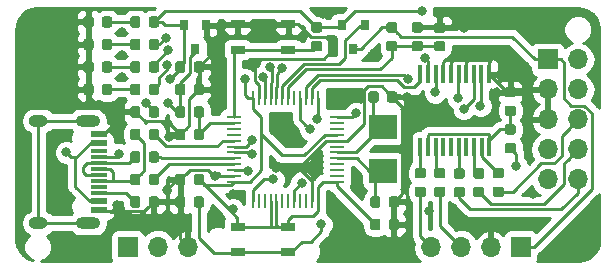
<source format=gbr>
G04 #@! TF.GenerationSoftware,KiCad,Pcbnew,(5.0.0)*
G04 #@! TF.CreationDate,2020-06-15T19:05:26-06:00*
G04 #@! TF.ProjectId,bmp,626D702E6B696361645F706362000000,rev?*
G04 #@! TF.SameCoordinates,Original*
G04 #@! TF.FileFunction,Copper,L1,Top,Signal*
G04 #@! TF.FilePolarity,Positive*
%FSLAX46Y46*%
G04 Gerber Fmt 4.6, Leading zero omitted, Abs format (unit mm)*
G04 Created by KiCad (PCBNEW (5.0.0)) date 06/15/20 19:05:26*
%MOMM*%
%LPD*%
G01*
G04 APERTURE LIST*
G04 #@! TA.AperFunction,Conductor*
%ADD10C,0.100000*%
G04 #@! TD*
G04 #@! TA.AperFunction,SMDPad,CuDef*
%ADD11C,0.875000*%
G04 #@! TD*
G04 #@! TA.AperFunction,ComponentPad*
%ADD12O,1.600000X1.000000*%
G04 #@! TD*
G04 #@! TA.AperFunction,ComponentPad*
%ADD13O,2.100000X1.000000*%
G04 #@! TD*
G04 #@! TA.AperFunction,SMDPad,CuDef*
%ADD14R,1.450000X0.300000*%
G04 #@! TD*
G04 #@! TA.AperFunction,SMDPad,CuDef*
%ADD15R,1.450000X0.600000*%
G04 #@! TD*
G04 #@! TA.AperFunction,SMDPad,CuDef*
%ADD16R,1.200000X0.650000*%
G04 #@! TD*
G04 #@! TA.AperFunction,SMDPad,CuDef*
%ADD17R,1.300000X0.250000*%
G04 #@! TD*
G04 #@! TA.AperFunction,SMDPad,CuDef*
%ADD18R,0.250000X1.300000*%
G04 #@! TD*
G04 #@! TA.AperFunction,SMDPad,CuDef*
%ADD19R,2.400000X2.000000*%
G04 #@! TD*
G04 #@! TA.AperFunction,ComponentPad*
%ADD20R,1.700000X1.700000*%
G04 #@! TD*
G04 #@! TA.AperFunction,ComponentPad*
%ADD21O,1.700000X1.700000*%
G04 #@! TD*
G04 #@! TA.AperFunction,SMDPad,CuDef*
%ADD22R,0.800000X0.900000*%
G04 #@! TD*
G04 #@! TA.AperFunction,SMDPad,CuDef*
%ADD23R,0.350000X1.500000*%
G04 #@! TD*
G04 #@! TA.AperFunction,ViaPad*
%ADD24C,0.800000*%
G04 #@! TD*
G04 #@! TA.AperFunction,Conductor*
%ADD25C,0.250000*%
G04 #@! TD*
G04 #@! TA.AperFunction,Conductor*
%ADD26C,0.254000*%
G04 #@! TD*
G04 APERTURE END LIST*
D10*
G04 #@! TO.N,+5V*
G04 #@! TO.C,C1*
G36*
X40245191Y-32546053D02*
X40266426Y-32549203D01*
X40287250Y-32554419D01*
X40307462Y-32561651D01*
X40326868Y-32570830D01*
X40345281Y-32581866D01*
X40362524Y-32594654D01*
X40378430Y-32609070D01*
X40392846Y-32624976D01*
X40405634Y-32642219D01*
X40416670Y-32660632D01*
X40425849Y-32680038D01*
X40433081Y-32700250D01*
X40438297Y-32721074D01*
X40441447Y-32742309D01*
X40442500Y-32763750D01*
X40442500Y-33276250D01*
X40441447Y-33297691D01*
X40438297Y-33318926D01*
X40433081Y-33339750D01*
X40425849Y-33359962D01*
X40416670Y-33379368D01*
X40405634Y-33397781D01*
X40392846Y-33415024D01*
X40378430Y-33430930D01*
X40362524Y-33445346D01*
X40345281Y-33458134D01*
X40326868Y-33469170D01*
X40307462Y-33478349D01*
X40287250Y-33485581D01*
X40266426Y-33490797D01*
X40245191Y-33493947D01*
X40223750Y-33495000D01*
X39786250Y-33495000D01*
X39764809Y-33493947D01*
X39743574Y-33490797D01*
X39722750Y-33485581D01*
X39702538Y-33478349D01*
X39683132Y-33469170D01*
X39664719Y-33458134D01*
X39647476Y-33445346D01*
X39631570Y-33430930D01*
X39617154Y-33415024D01*
X39604366Y-33397781D01*
X39593330Y-33379368D01*
X39584151Y-33359962D01*
X39576919Y-33339750D01*
X39571703Y-33318926D01*
X39568553Y-33297691D01*
X39567500Y-33276250D01*
X39567500Y-32763750D01*
X39568553Y-32742309D01*
X39571703Y-32721074D01*
X39576919Y-32700250D01*
X39584151Y-32680038D01*
X39593330Y-32660632D01*
X39604366Y-32642219D01*
X39617154Y-32624976D01*
X39631570Y-32609070D01*
X39647476Y-32594654D01*
X39664719Y-32581866D01*
X39683132Y-32570830D01*
X39702538Y-32561651D01*
X39722750Y-32554419D01*
X39743574Y-32549203D01*
X39764809Y-32546053D01*
X39786250Y-32545000D01*
X40223750Y-32545000D01*
X40245191Y-32546053D01*
X40245191Y-32546053D01*
G37*
D11*
G04 #@! TD*
G04 #@! TO.P,C1,1*
G04 #@! TO.N,+5V*
X40005000Y-33020000D03*
D10*
G04 #@! TO.N,GND*
G04 #@! TO.C,C1*
G36*
X41820191Y-32546053D02*
X41841426Y-32549203D01*
X41862250Y-32554419D01*
X41882462Y-32561651D01*
X41901868Y-32570830D01*
X41920281Y-32581866D01*
X41937524Y-32594654D01*
X41953430Y-32609070D01*
X41967846Y-32624976D01*
X41980634Y-32642219D01*
X41991670Y-32660632D01*
X42000849Y-32680038D01*
X42008081Y-32700250D01*
X42013297Y-32721074D01*
X42016447Y-32742309D01*
X42017500Y-32763750D01*
X42017500Y-33276250D01*
X42016447Y-33297691D01*
X42013297Y-33318926D01*
X42008081Y-33339750D01*
X42000849Y-33359962D01*
X41991670Y-33379368D01*
X41980634Y-33397781D01*
X41967846Y-33415024D01*
X41953430Y-33430930D01*
X41937524Y-33445346D01*
X41920281Y-33458134D01*
X41901868Y-33469170D01*
X41882462Y-33478349D01*
X41862250Y-33485581D01*
X41841426Y-33490797D01*
X41820191Y-33493947D01*
X41798750Y-33495000D01*
X41361250Y-33495000D01*
X41339809Y-33493947D01*
X41318574Y-33490797D01*
X41297750Y-33485581D01*
X41277538Y-33478349D01*
X41258132Y-33469170D01*
X41239719Y-33458134D01*
X41222476Y-33445346D01*
X41206570Y-33430930D01*
X41192154Y-33415024D01*
X41179366Y-33397781D01*
X41168330Y-33379368D01*
X41159151Y-33359962D01*
X41151919Y-33339750D01*
X41146703Y-33318926D01*
X41143553Y-33297691D01*
X41142500Y-33276250D01*
X41142500Y-32763750D01*
X41143553Y-32742309D01*
X41146703Y-32721074D01*
X41151919Y-32700250D01*
X41159151Y-32680038D01*
X41168330Y-32660632D01*
X41179366Y-32642219D01*
X41192154Y-32624976D01*
X41206570Y-32609070D01*
X41222476Y-32594654D01*
X41239719Y-32581866D01*
X41258132Y-32570830D01*
X41277538Y-32561651D01*
X41297750Y-32554419D01*
X41318574Y-32549203D01*
X41339809Y-32546053D01*
X41361250Y-32545000D01*
X41798750Y-32545000D01*
X41820191Y-32546053D01*
X41820191Y-32546053D01*
G37*
D11*
G04 #@! TD*
G04 #@! TO.P,C1,2*
G04 #@! TO.N,GND*
X41580000Y-33020000D03*
D10*
G04 #@! TO.N,GND*
G04 #@! TO.C,C2*
G36*
X41820191Y-30641053D02*
X41841426Y-30644203D01*
X41862250Y-30649419D01*
X41882462Y-30656651D01*
X41901868Y-30665830D01*
X41920281Y-30676866D01*
X41937524Y-30689654D01*
X41953430Y-30704070D01*
X41967846Y-30719976D01*
X41980634Y-30737219D01*
X41991670Y-30755632D01*
X42000849Y-30775038D01*
X42008081Y-30795250D01*
X42013297Y-30816074D01*
X42016447Y-30837309D01*
X42017500Y-30858750D01*
X42017500Y-31371250D01*
X42016447Y-31392691D01*
X42013297Y-31413926D01*
X42008081Y-31434750D01*
X42000849Y-31454962D01*
X41991670Y-31474368D01*
X41980634Y-31492781D01*
X41967846Y-31510024D01*
X41953430Y-31525930D01*
X41937524Y-31540346D01*
X41920281Y-31553134D01*
X41901868Y-31564170D01*
X41882462Y-31573349D01*
X41862250Y-31580581D01*
X41841426Y-31585797D01*
X41820191Y-31588947D01*
X41798750Y-31590000D01*
X41361250Y-31590000D01*
X41339809Y-31588947D01*
X41318574Y-31585797D01*
X41297750Y-31580581D01*
X41277538Y-31573349D01*
X41258132Y-31564170D01*
X41239719Y-31553134D01*
X41222476Y-31540346D01*
X41206570Y-31525930D01*
X41192154Y-31510024D01*
X41179366Y-31492781D01*
X41168330Y-31474368D01*
X41159151Y-31454962D01*
X41151919Y-31434750D01*
X41146703Y-31413926D01*
X41143553Y-31392691D01*
X41142500Y-31371250D01*
X41142500Y-30858750D01*
X41143553Y-30837309D01*
X41146703Y-30816074D01*
X41151919Y-30795250D01*
X41159151Y-30775038D01*
X41168330Y-30755632D01*
X41179366Y-30737219D01*
X41192154Y-30719976D01*
X41206570Y-30704070D01*
X41222476Y-30689654D01*
X41239719Y-30676866D01*
X41258132Y-30665830D01*
X41277538Y-30656651D01*
X41297750Y-30649419D01*
X41318574Y-30644203D01*
X41339809Y-30641053D01*
X41361250Y-30640000D01*
X41798750Y-30640000D01*
X41820191Y-30641053D01*
X41820191Y-30641053D01*
G37*
D11*
G04 #@! TD*
G04 #@! TO.P,C2,2*
G04 #@! TO.N,GND*
X41580000Y-31115000D03*
D10*
G04 #@! TO.N,+3V3*
G04 #@! TO.C,C2*
G36*
X40245191Y-30641053D02*
X40266426Y-30644203D01*
X40287250Y-30649419D01*
X40307462Y-30656651D01*
X40326868Y-30665830D01*
X40345281Y-30676866D01*
X40362524Y-30689654D01*
X40378430Y-30704070D01*
X40392846Y-30719976D01*
X40405634Y-30737219D01*
X40416670Y-30755632D01*
X40425849Y-30775038D01*
X40433081Y-30795250D01*
X40438297Y-30816074D01*
X40441447Y-30837309D01*
X40442500Y-30858750D01*
X40442500Y-31371250D01*
X40441447Y-31392691D01*
X40438297Y-31413926D01*
X40433081Y-31434750D01*
X40425849Y-31454962D01*
X40416670Y-31474368D01*
X40405634Y-31492781D01*
X40392846Y-31510024D01*
X40378430Y-31525930D01*
X40362524Y-31540346D01*
X40345281Y-31553134D01*
X40326868Y-31564170D01*
X40307462Y-31573349D01*
X40287250Y-31580581D01*
X40266426Y-31585797D01*
X40245191Y-31588947D01*
X40223750Y-31590000D01*
X39786250Y-31590000D01*
X39764809Y-31588947D01*
X39743574Y-31585797D01*
X39722750Y-31580581D01*
X39702538Y-31573349D01*
X39683132Y-31564170D01*
X39664719Y-31553134D01*
X39647476Y-31540346D01*
X39631570Y-31525930D01*
X39617154Y-31510024D01*
X39604366Y-31492781D01*
X39593330Y-31474368D01*
X39584151Y-31454962D01*
X39576919Y-31434750D01*
X39571703Y-31413926D01*
X39568553Y-31392691D01*
X39567500Y-31371250D01*
X39567500Y-30858750D01*
X39568553Y-30837309D01*
X39571703Y-30816074D01*
X39576919Y-30795250D01*
X39584151Y-30775038D01*
X39593330Y-30755632D01*
X39604366Y-30737219D01*
X39617154Y-30719976D01*
X39631570Y-30704070D01*
X39647476Y-30689654D01*
X39664719Y-30676866D01*
X39683132Y-30665830D01*
X39702538Y-30656651D01*
X39722750Y-30649419D01*
X39743574Y-30644203D01*
X39764809Y-30641053D01*
X39786250Y-30640000D01*
X40223750Y-30640000D01*
X40245191Y-30641053D01*
X40245191Y-30641053D01*
G37*
D11*
G04 #@! TD*
G04 #@! TO.P,C2,1*
G04 #@! TO.N,+3V3*
X40005000Y-31115000D03*
D10*
G04 #@! TO.N,GND*
G04 #@! TO.C,C3*
G36*
X58330191Y-42071053D02*
X58351426Y-42074203D01*
X58372250Y-42079419D01*
X58392462Y-42086651D01*
X58411868Y-42095830D01*
X58430281Y-42106866D01*
X58447524Y-42119654D01*
X58463430Y-42134070D01*
X58477846Y-42149976D01*
X58490634Y-42167219D01*
X58501670Y-42185632D01*
X58510849Y-42205038D01*
X58518081Y-42225250D01*
X58523297Y-42246074D01*
X58526447Y-42267309D01*
X58527500Y-42288750D01*
X58527500Y-42801250D01*
X58526447Y-42822691D01*
X58523297Y-42843926D01*
X58518081Y-42864750D01*
X58510849Y-42884962D01*
X58501670Y-42904368D01*
X58490634Y-42922781D01*
X58477846Y-42940024D01*
X58463430Y-42955930D01*
X58447524Y-42970346D01*
X58430281Y-42983134D01*
X58411868Y-42994170D01*
X58392462Y-43003349D01*
X58372250Y-43010581D01*
X58351426Y-43015797D01*
X58330191Y-43018947D01*
X58308750Y-43020000D01*
X57871250Y-43020000D01*
X57849809Y-43018947D01*
X57828574Y-43015797D01*
X57807750Y-43010581D01*
X57787538Y-43003349D01*
X57768132Y-42994170D01*
X57749719Y-42983134D01*
X57732476Y-42970346D01*
X57716570Y-42955930D01*
X57702154Y-42940024D01*
X57689366Y-42922781D01*
X57678330Y-42904368D01*
X57669151Y-42884962D01*
X57661919Y-42864750D01*
X57656703Y-42843926D01*
X57653553Y-42822691D01*
X57652500Y-42801250D01*
X57652500Y-42288750D01*
X57653553Y-42267309D01*
X57656703Y-42246074D01*
X57661919Y-42225250D01*
X57669151Y-42205038D01*
X57678330Y-42185632D01*
X57689366Y-42167219D01*
X57702154Y-42149976D01*
X57716570Y-42134070D01*
X57732476Y-42119654D01*
X57749719Y-42106866D01*
X57768132Y-42095830D01*
X57787538Y-42086651D01*
X57807750Y-42079419D01*
X57828574Y-42074203D01*
X57849809Y-42071053D01*
X57871250Y-42070000D01*
X58308750Y-42070000D01*
X58330191Y-42071053D01*
X58330191Y-42071053D01*
G37*
D11*
G04 #@! TD*
G04 #@! TO.P,C3,2*
G04 #@! TO.N,GND*
X58090000Y-42545000D03*
D10*
G04 #@! TO.N,Net-(C3-Pad1)*
G04 #@! TO.C,C3*
G36*
X56755191Y-42071053D02*
X56776426Y-42074203D01*
X56797250Y-42079419D01*
X56817462Y-42086651D01*
X56836868Y-42095830D01*
X56855281Y-42106866D01*
X56872524Y-42119654D01*
X56888430Y-42134070D01*
X56902846Y-42149976D01*
X56915634Y-42167219D01*
X56926670Y-42185632D01*
X56935849Y-42205038D01*
X56943081Y-42225250D01*
X56948297Y-42246074D01*
X56951447Y-42267309D01*
X56952500Y-42288750D01*
X56952500Y-42801250D01*
X56951447Y-42822691D01*
X56948297Y-42843926D01*
X56943081Y-42864750D01*
X56935849Y-42884962D01*
X56926670Y-42904368D01*
X56915634Y-42922781D01*
X56902846Y-42940024D01*
X56888430Y-42955930D01*
X56872524Y-42970346D01*
X56855281Y-42983134D01*
X56836868Y-42994170D01*
X56817462Y-43003349D01*
X56797250Y-43010581D01*
X56776426Y-43015797D01*
X56755191Y-43018947D01*
X56733750Y-43020000D01*
X56296250Y-43020000D01*
X56274809Y-43018947D01*
X56253574Y-43015797D01*
X56232750Y-43010581D01*
X56212538Y-43003349D01*
X56193132Y-42994170D01*
X56174719Y-42983134D01*
X56157476Y-42970346D01*
X56141570Y-42955930D01*
X56127154Y-42940024D01*
X56114366Y-42922781D01*
X56103330Y-42904368D01*
X56094151Y-42884962D01*
X56086919Y-42864750D01*
X56081703Y-42843926D01*
X56078553Y-42822691D01*
X56077500Y-42801250D01*
X56077500Y-42288750D01*
X56078553Y-42267309D01*
X56081703Y-42246074D01*
X56086919Y-42225250D01*
X56094151Y-42205038D01*
X56103330Y-42185632D01*
X56114366Y-42167219D01*
X56127154Y-42149976D01*
X56141570Y-42134070D01*
X56157476Y-42119654D01*
X56174719Y-42106866D01*
X56193132Y-42095830D01*
X56212538Y-42086651D01*
X56232750Y-42079419D01*
X56253574Y-42074203D01*
X56274809Y-42071053D01*
X56296250Y-42070000D01*
X56733750Y-42070000D01*
X56755191Y-42071053D01*
X56755191Y-42071053D01*
G37*
D11*
G04 #@! TD*
G04 #@! TO.P,C3,1*
G04 #@! TO.N,Net-(C3-Pad1)*
X56515000Y-42545000D03*
D10*
G04 #@! TO.N,Net-(C4-Pad1)*
G04 #@! TO.C,C4*
G36*
X56602691Y-33181053D02*
X56623926Y-33184203D01*
X56644750Y-33189419D01*
X56664962Y-33196651D01*
X56684368Y-33205830D01*
X56702781Y-33216866D01*
X56720024Y-33229654D01*
X56735930Y-33244070D01*
X56750346Y-33259976D01*
X56763134Y-33277219D01*
X56774170Y-33295632D01*
X56783349Y-33315038D01*
X56790581Y-33335250D01*
X56795797Y-33356074D01*
X56798947Y-33377309D01*
X56800000Y-33398750D01*
X56800000Y-33911250D01*
X56798947Y-33932691D01*
X56795797Y-33953926D01*
X56790581Y-33974750D01*
X56783349Y-33994962D01*
X56774170Y-34014368D01*
X56763134Y-34032781D01*
X56750346Y-34050024D01*
X56735930Y-34065930D01*
X56720024Y-34080346D01*
X56702781Y-34093134D01*
X56684368Y-34104170D01*
X56664962Y-34113349D01*
X56644750Y-34120581D01*
X56623926Y-34125797D01*
X56602691Y-34128947D01*
X56581250Y-34130000D01*
X56143750Y-34130000D01*
X56122309Y-34128947D01*
X56101074Y-34125797D01*
X56080250Y-34120581D01*
X56060038Y-34113349D01*
X56040632Y-34104170D01*
X56022219Y-34093134D01*
X56004976Y-34080346D01*
X55989070Y-34065930D01*
X55974654Y-34050024D01*
X55961866Y-34032781D01*
X55950830Y-34014368D01*
X55941651Y-33994962D01*
X55934419Y-33974750D01*
X55929203Y-33953926D01*
X55926053Y-33932691D01*
X55925000Y-33911250D01*
X55925000Y-33398750D01*
X55926053Y-33377309D01*
X55929203Y-33356074D01*
X55934419Y-33335250D01*
X55941651Y-33315038D01*
X55950830Y-33295632D01*
X55961866Y-33277219D01*
X55974654Y-33259976D01*
X55989070Y-33244070D01*
X56004976Y-33229654D01*
X56022219Y-33216866D01*
X56040632Y-33205830D01*
X56060038Y-33196651D01*
X56080250Y-33189419D01*
X56101074Y-33184203D01*
X56122309Y-33181053D01*
X56143750Y-33180000D01*
X56581250Y-33180000D01*
X56602691Y-33181053D01*
X56602691Y-33181053D01*
G37*
D11*
G04 #@! TD*
G04 #@! TO.P,C4,1*
G04 #@! TO.N,Net-(C4-Pad1)*
X56362500Y-33655000D03*
D10*
G04 #@! TO.N,GND*
G04 #@! TO.C,C4*
G36*
X58177691Y-33181053D02*
X58198926Y-33184203D01*
X58219750Y-33189419D01*
X58239962Y-33196651D01*
X58259368Y-33205830D01*
X58277781Y-33216866D01*
X58295024Y-33229654D01*
X58310930Y-33244070D01*
X58325346Y-33259976D01*
X58338134Y-33277219D01*
X58349170Y-33295632D01*
X58358349Y-33315038D01*
X58365581Y-33335250D01*
X58370797Y-33356074D01*
X58373947Y-33377309D01*
X58375000Y-33398750D01*
X58375000Y-33911250D01*
X58373947Y-33932691D01*
X58370797Y-33953926D01*
X58365581Y-33974750D01*
X58358349Y-33994962D01*
X58349170Y-34014368D01*
X58338134Y-34032781D01*
X58325346Y-34050024D01*
X58310930Y-34065930D01*
X58295024Y-34080346D01*
X58277781Y-34093134D01*
X58259368Y-34104170D01*
X58239962Y-34113349D01*
X58219750Y-34120581D01*
X58198926Y-34125797D01*
X58177691Y-34128947D01*
X58156250Y-34130000D01*
X57718750Y-34130000D01*
X57697309Y-34128947D01*
X57676074Y-34125797D01*
X57655250Y-34120581D01*
X57635038Y-34113349D01*
X57615632Y-34104170D01*
X57597219Y-34093134D01*
X57579976Y-34080346D01*
X57564070Y-34065930D01*
X57549654Y-34050024D01*
X57536866Y-34032781D01*
X57525830Y-34014368D01*
X57516651Y-33994962D01*
X57509419Y-33974750D01*
X57504203Y-33953926D01*
X57501053Y-33932691D01*
X57500000Y-33911250D01*
X57500000Y-33398750D01*
X57501053Y-33377309D01*
X57504203Y-33356074D01*
X57509419Y-33335250D01*
X57516651Y-33315038D01*
X57525830Y-33295632D01*
X57536866Y-33277219D01*
X57549654Y-33259976D01*
X57564070Y-33244070D01*
X57579976Y-33229654D01*
X57597219Y-33216866D01*
X57615632Y-33205830D01*
X57635038Y-33196651D01*
X57655250Y-33189419D01*
X57676074Y-33184203D01*
X57697309Y-33181053D01*
X57718750Y-33180000D01*
X58156250Y-33180000D01*
X58177691Y-33181053D01*
X58177691Y-33181053D01*
G37*
D11*
G04 #@! TD*
G04 #@! TO.P,C4,2*
G04 #@! TO.N,GND*
X57937500Y-33655000D03*
D10*
G04 #@! TO.N,GND*
G04 #@! TO.C,D1*
G36*
X32472691Y-26831053D02*
X32493926Y-26834203D01*
X32514750Y-26839419D01*
X32534962Y-26846651D01*
X32554368Y-26855830D01*
X32572781Y-26866866D01*
X32590024Y-26879654D01*
X32605930Y-26894070D01*
X32620346Y-26909976D01*
X32633134Y-26927219D01*
X32644170Y-26945632D01*
X32653349Y-26965038D01*
X32660581Y-26985250D01*
X32665797Y-27006074D01*
X32668947Y-27027309D01*
X32670000Y-27048750D01*
X32670000Y-27561250D01*
X32668947Y-27582691D01*
X32665797Y-27603926D01*
X32660581Y-27624750D01*
X32653349Y-27644962D01*
X32644170Y-27664368D01*
X32633134Y-27682781D01*
X32620346Y-27700024D01*
X32605930Y-27715930D01*
X32590024Y-27730346D01*
X32572781Y-27743134D01*
X32554368Y-27754170D01*
X32534962Y-27763349D01*
X32514750Y-27770581D01*
X32493926Y-27775797D01*
X32472691Y-27778947D01*
X32451250Y-27780000D01*
X32013750Y-27780000D01*
X31992309Y-27778947D01*
X31971074Y-27775797D01*
X31950250Y-27770581D01*
X31930038Y-27763349D01*
X31910632Y-27754170D01*
X31892219Y-27743134D01*
X31874976Y-27730346D01*
X31859070Y-27715930D01*
X31844654Y-27700024D01*
X31831866Y-27682781D01*
X31820830Y-27664368D01*
X31811651Y-27644962D01*
X31804419Y-27624750D01*
X31799203Y-27603926D01*
X31796053Y-27582691D01*
X31795000Y-27561250D01*
X31795000Y-27048750D01*
X31796053Y-27027309D01*
X31799203Y-27006074D01*
X31804419Y-26985250D01*
X31811651Y-26965038D01*
X31820830Y-26945632D01*
X31831866Y-26927219D01*
X31844654Y-26909976D01*
X31859070Y-26894070D01*
X31874976Y-26879654D01*
X31892219Y-26866866D01*
X31910632Y-26855830D01*
X31930038Y-26846651D01*
X31950250Y-26839419D01*
X31971074Y-26834203D01*
X31992309Y-26831053D01*
X32013750Y-26830000D01*
X32451250Y-26830000D01*
X32472691Y-26831053D01*
X32472691Y-26831053D01*
G37*
D11*
G04 #@! TD*
G04 #@! TO.P,D1,1*
G04 #@! TO.N,GND*
X32232500Y-27305000D03*
D10*
G04 #@! TO.N,Net-(D1-Pad2)*
G04 #@! TO.C,D1*
G36*
X34047691Y-26831053D02*
X34068926Y-26834203D01*
X34089750Y-26839419D01*
X34109962Y-26846651D01*
X34129368Y-26855830D01*
X34147781Y-26866866D01*
X34165024Y-26879654D01*
X34180930Y-26894070D01*
X34195346Y-26909976D01*
X34208134Y-26927219D01*
X34219170Y-26945632D01*
X34228349Y-26965038D01*
X34235581Y-26985250D01*
X34240797Y-27006074D01*
X34243947Y-27027309D01*
X34245000Y-27048750D01*
X34245000Y-27561250D01*
X34243947Y-27582691D01*
X34240797Y-27603926D01*
X34235581Y-27624750D01*
X34228349Y-27644962D01*
X34219170Y-27664368D01*
X34208134Y-27682781D01*
X34195346Y-27700024D01*
X34180930Y-27715930D01*
X34165024Y-27730346D01*
X34147781Y-27743134D01*
X34129368Y-27754170D01*
X34109962Y-27763349D01*
X34089750Y-27770581D01*
X34068926Y-27775797D01*
X34047691Y-27778947D01*
X34026250Y-27780000D01*
X33588750Y-27780000D01*
X33567309Y-27778947D01*
X33546074Y-27775797D01*
X33525250Y-27770581D01*
X33505038Y-27763349D01*
X33485632Y-27754170D01*
X33467219Y-27743134D01*
X33449976Y-27730346D01*
X33434070Y-27715930D01*
X33419654Y-27700024D01*
X33406866Y-27682781D01*
X33395830Y-27664368D01*
X33386651Y-27644962D01*
X33379419Y-27624750D01*
X33374203Y-27603926D01*
X33371053Y-27582691D01*
X33370000Y-27561250D01*
X33370000Y-27048750D01*
X33371053Y-27027309D01*
X33374203Y-27006074D01*
X33379419Y-26985250D01*
X33386651Y-26965038D01*
X33395830Y-26945632D01*
X33406866Y-26927219D01*
X33419654Y-26909976D01*
X33434070Y-26894070D01*
X33449976Y-26879654D01*
X33467219Y-26866866D01*
X33485632Y-26855830D01*
X33505038Y-26846651D01*
X33525250Y-26839419D01*
X33546074Y-26834203D01*
X33567309Y-26831053D01*
X33588750Y-26830000D01*
X34026250Y-26830000D01*
X34047691Y-26831053D01*
X34047691Y-26831053D01*
G37*
D11*
G04 #@! TD*
G04 #@! TO.P,D1,2*
G04 #@! TO.N,Net-(D1-Pad2)*
X33807500Y-27305000D03*
D10*
G04 #@! TO.N,Net-(D2-Pad2)*
G04 #@! TO.C,D2*
G36*
X34047691Y-32546053D02*
X34068926Y-32549203D01*
X34089750Y-32554419D01*
X34109962Y-32561651D01*
X34129368Y-32570830D01*
X34147781Y-32581866D01*
X34165024Y-32594654D01*
X34180930Y-32609070D01*
X34195346Y-32624976D01*
X34208134Y-32642219D01*
X34219170Y-32660632D01*
X34228349Y-32680038D01*
X34235581Y-32700250D01*
X34240797Y-32721074D01*
X34243947Y-32742309D01*
X34245000Y-32763750D01*
X34245000Y-33276250D01*
X34243947Y-33297691D01*
X34240797Y-33318926D01*
X34235581Y-33339750D01*
X34228349Y-33359962D01*
X34219170Y-33379368D01*
X34208134Y-33397781D01*
X34195346Y-33415024D01*
X34180930Y-33430930D01*
X34165024Y-33445346D01*
X34147781Y-33458134D01*
X34129368Y-33469170D01*
X34109962Y-33478349D01*
X34089750Y-33485581D01*
X34068926Y-33490797D01*
X34047691Y-33493947D01*
X34026250Y-33495000D01*
X33588750Y-33495000D01*
X33567309Y-33493947D01*
X33546074Y-33490797D01*
X33525250Y-33485581D01*
X33505038Y-33478349D01*
X33485632Y-33469170D01*
X33467219Y-33458134D01*
X33449976Y-33445346D01*
X33434070Y-33430930D01*
X33419654Y-33415024D01*
X33406866Y-33397781D01*
X33395830Y-33379368D01*
X33386651Y-33359962D01*
X33379419Y-33339750D01*
X33374203Y-33318926D01*
X33371053Y-33297691D01*
X33370000Y-33276250D01*
X33370000Y-32763750D01*
X33371053Y-32742309D01*
X33374203Y-32721074D01*
X33379419Y-32700250D01*
X33386651Y-32680038D01*
X33395830Y-32660632D01*
X33406866Y-32642219D01*
X33419654Y-32624976D01*
X33434070Y-32609070D01*
X33449976Y-32594654D01*
X33467219Y-32581866D01*
X33485632Y-32570830D01*
X33505038Y-32561651D01*
X33525250Y-32554419D01*
X33546074Y-32549203D01*
X33567309Y-32546053D01*
X33588750Y-32545000D01*
X34026250Y-32545000D01*
X34047691Y-32546053D01*
X34047691Y-32546053D01*
G37*
D11*
G04 #@! TD*
G04 #@! TO.P,D2,2*
G04 #@! TO.N,Net-(D2-Pad2)*
X33807500Y-33020000D03*
D10*
G04 #@! TO.N,GND*
G04 #@! TO.C,D2*
G36*
X32472691Y-32546053D02*
X32493926Y-32549203D01*
X32514750Y-32554419D01*
X32534962Y-32561651D01*
X32554368Y-32570830D01*
X32572781Y-32581866D01*
X32590024Y-32594654D01*
X32605930Y-32609070D01*
X32620346Y-32624976D01*
X32633134Y-32642219D01*
X32644170Y-32660632D01*
X32653349Y-32680038D01*
X32660581Y-32700250D01*
X32665797Y-32721074D01*
X32668947Y-32742309D01*
X32670000Y-32763750D01*
X32670000Y-33276250D01*
X32668947Y-33297691D01*
X32665797Y-33318926D01*
X32660581Y-33339750D01*
X32653349Y-33359962D01*
X32644170Y-33379368D01*
X32633134Y-33397781D01*
X32620346Y-33415024D01*
X32605930Y-33430930D01*
X32590024Y-33445346D01*
X32572781Y-33458134D01*
X32554368Y-33469170D01*
X32534962Y-33478349D01*
X32514750Y-33485581D01*
X32493926Y-33490797D01*
X32472691Y-33493947D01*
X32451250Y-33495000D01*
X32013750Y-33495000D01*
X31992309Y-33493947D01*
X31971074Y-33490797D01*
X31950250Y-33485581D01*
X31930038Y-33478349D01*
X31910632Y-33469170D01*
X31892219Y-33458134D01*
X31874976Y-33445346D01*
X31859070Y-33430930D01*
X31844654Y-33415024D01*
X31831866Y-33397781D01*
X31820830Y-33379368D01*
X31811651Y-33359962D01*
X31804419Y-33339750D01*
X31799203Y-33318926D01*
X31796053Y-33297691D01*
X31795000Y-33276250D01*
X31795000Y-32763750D01*
X31796053Y-32742309D01*
X31799203Y-32721074D01*
X31804419Y-32700250D01*
X31811651Y-32680038D01*
X31820830Y-32660632D01*
X31831866Y-32642219D01*
X31844654Y-32624976D01*
X31859070Y-32609070D01*
X31874976Y-32594654D01*
X31892219Y-32581866D01*
X31910632Y-32570830D01*
X31930038Y-32561651D01*
X31950250Y-32554419D01*
X31971074Y-32549203D01*
X31992309Y-32546053D01*
X32013750Y-32545000D01*
X32451250Y-32545000D01*
X32472691Y-32546053D01*
X32472691Y-32546053D01*
G37*
D11*
G04 #@! TD*
G04 #@! TO.P,D2,1*
G04 #@! TO.N,GND*
X32232500Y-33020000D03*
D10*
G04 #@! TO.N,GND*
G04 #@! TO.C,D3*
G36*
X32472691Y-30641053D02*
X32493926Y-30644203D01*
X32514750Y-30649419D01*
X32534962Y-30656651D01*
X32554368Y-30665830D01*
X32572781Y-30676866D01*
X32590024Y-30689654D01*
X32605930Y-30704070D01*
X32620346Y-30719976D01*
X32633134Y-30737219D01*
X32644170Y-30755632D01*
X32653349Y-30775038D01*
X32660581Y-30795250D01*
X32665797Y-30816074D01*
X32668947Y-30837309D01*
X32670000Y-30858750D01*
X32670000Y-31371250D01*
X32668947Y-31392691D01*
X32665797Y-31413926D01*
X32660581Y-31434750D01*
X32653349Y-31454962D01*
X32644170Y-31474368D01*
X32633134Y-31492781D01*
X32620346Y-31510024D01*
X32605930Y-31525930D01*
X32590024Y-31540346D01*
X32572781Y-31553134D01*
X32554368Y-31564170D01*
X32534962Y-31573349D01*
X32514750Y-31580581D01*
X32493926Y-31585797D01*
X32472691Y-31588947D01*
X32451250Y-31590000D01*
X32013750Y-31590000D01*
X31992309Y-31588947D01*
X31971074Y-31585797D01*
X31950250Y-31580581D01*
X31930038Y-31573349D01*
X31910632Y-31564170D01*
X31892219Y-31553134D01*
X31874976Y-31540346D01*
X31859070Y-31525930D01*
X31844654Y-31510024D01*
X31831866Y-31492781D01*
X31820830Y-31474368D01*
X31811651Y-31454962D01*
X31804419Y-31434750D01*
X31799203Y-31413926D01*
X31796053Y-31392691D01*
X31795000Y-31371250D01*
X31795000Y-30858750D01*
X31796053Y-30837309D01*
X31799203Y-30816074D01*
X31804419Y-30795250D01*
X31811651Y-30775038D01*
X31820830Y-30755632D01*
X31831866Y-30737219D01*
X31844654Y-30719976D01*
X31859070Y-30704070D01*
X31874976Y-30689654D01*
X31892219Y-30676866D01*
X31910632Y-30665830D01*
X31930038Y-30656651D01*
X31950250Y-30649419D01*
X31971074Y-30644203D01*
X31992309Y-30641053D01*
X32013750Y-30640000D01*
X32451250Y-30640000D01*
X32472691Y-30641053D01*
X32472691Y-30641053D01*
G37*
D11*
G04 #@! TD*
G04 #@! TO.P,D3,1*
G04 #@! TO.N,GND*
X32232500Y-31115000D03*
D10*
G04 #@! TO.N,Net-(D3-Pad2)*
G04 #@! TO.C,D3*
G36*
X34047691Y-30641053D02*
X34068926Y-30644203D01*
X34089750Y-30649419D01*
X34109962Y-30656651D01*
X34129368Y-30665830D01*
X34147781Y-30676866D01*
X34165024Y-30689654D01*
X34180930Y-30704070D01*
X34195346Y-30719976D01*
X34208134Y-30737219D01*
X34219170Y-30755632D01*
X34228349Y-30775038D01*
X34235581Y-30795250D01*
X34240797Y-30816074D01*
X34243947Y-30837309D01*
X34245000Y-30858750D01*
X34245000Y-31371250D01*
X34243947Y-31392691D01*
X34240797Y-31413926D01*
X34235581Y-31434750D01*
X34228349Y-31454962D01*
X34219170Y-31474368D01*
X34208134Y-31492781D01*
X34195346Y-31510024D01*
X34180930Y-31525930D01*
X34165024Y-31540346D01*
X34147781Y-31553134D01*
X34129368Y-31564170D01*
X34109962Y-31573349D01*
X34089750Y-31580581D01*
X34068926Y-31585797D01*
X34047691Y-31588947D01*
X34026250Y-31590000D01*
X33588750Y-31590000D01*
X33567309Y-31588947D01*
X33546074Y-31585797D01*
X33525250Y-31580581D01*
X33505038Y-31573349D01*
X33485632Y-31564170D01*
X33467219Y-31553134D01*
X33449976Y-31540346D01*
X33434070Y-31525930D01*
X33419654Y-31510024D01*
X33406866Y-31492781D01*
X33395830Y-31474368D01*
X33386651Y-31454962D01*
X33379419Y-31434750D01*
X33374203Y-31413926D01*
X33371053Y-31392691D01*
X33370000Y-31371250D01*
X33370000Y-30858750D01*
X33371053Y-30837309D01*
X33374203Y-30816074D01*
X33379419Y-30795250D01*
X33386651Y-30775038D01*
X33395830Y-30755632D01*
X33406866Y-30737219D01*
X33419654Y-30719976D01*
X33434070Y-30704070D01*
X33449976Y-30689654D01*
X33467219Y-30676866D01*
X33485632Y-30665830D01*
X33505038Y-30656651D01*
X33525250Y-30649419D01*
X33546074Y-30644203D01*
X33567309Y-30641053D01*
X33588750Y-30640000D01*
X34026250Y-30640000D01*
X34047691Y-30641053D01*
X34047691Y-30641053D01*
G37*
D11*
G04 #@! TD*
G04 #@! TO.P,D3,2*
G04 #@! TO.N,Net-(D3-Pad2)*
X33807500Y-31115000D03*
D10*
G04 #@! TO.N,Net-(D4-Pad2)*
G04 #@! TO.C,D4*
G36*
X34047691Y-28736053D02*
X34068926Y-28739203D01*
X34089750Y-28744419D01*
X34109962Y-28751651D01*
X34129368Y-28760830D01*
X34147781Y-28771866D01*
X34165024Y-28784654D01*
X34180930Y-28799070D01*
X34195346Y-28814976D01*
X34208134Y-28832219D01*
X34219170Y-28850632D01*
X34228349Y-28870038D01*
X34235581Y-28890250D01*
X34240797Y-28911074D01*
X34243947Y-28932309D01*
X34245000Y-28953750D01*
X34245000Y-29466250D01*
X34243947Y-29487691D01*
X34240797Y-29508926D01*
X34235581Y-29529750D01*
X34228349Y-29549962D01*
X34219170Y-29569368D01*
X34208134Y-29587781D01*
X34195346Y-29605024D01*
X34180930Y-29620930D01*
X34165024Y-29635346D01*
X34147781Y-29648134D01*
X34129368Y-29659170D01*
X34109962Y-29668349D01*
X34089750Y-29675581D01*
X34068926Y-29680797D01*
X34047691Y-29683947D01*
X34026250Y-29685000D01*
X33588750Y-29685000D01*
X33567309Y-29683947D01*
X33546074Y-29680797D01*
X33525250Y-29675581D01*
X33505038Y-29668349D01*
X33485632Y-29659170D01*
X33467219Y-29648134D01*
X33449976Y-29635346D01*
X33434070Y-29620930D01*
X33419654Y-29605024D01*
X33406866Y-29587781D01*
X33395830Y-29569368D01*
X33386651Y-29549962D01*
X33379419Y-29529750D01*
X33374203Y-29508926D01*
X33371053Y-29487691D01*
X33370000Y-29466250D01*
X33370000Y-28953750D01*
X33371053Y-28932309D01*
X33374203Y-28911074D01*
X33379419Y-28890250D01*
X33386651Y-28870038D01*
X33395830Y-28850632D01*
X33406866Y-28832219D01*
X33419654Y-28814976D01*
X33434070Y-28799070D01*
X33449976Y-28784654D01*
X33467219Y-28771866D01*
X33485632Y-28760830D01*
X33505038Y-28751651D01*
X33525250Y-28744419D01*
X33546074Y-28739203D01*
X33567309Y-28736053D01*
X33588750Y-28735000D01*
X34026250Y-28735000D01*
X34047691Y-28736053D01*
X34047691Y-28736053D01*
G37*
D11*
G04 #@! TD*
G04 #@! TO.P,D4,2*
G04 #@! TO.N,Net-(D4-Pad2)*
X33807500Y-29210000D03*
D10*
G04 #@! TO.N,GND*
G04 #@! TO.C,D4*
G36*
X32472691Y-28736053D02*
X32493926Y-28739203D01*
X32514750Y-28744419D01*
X32534962Y-28751651D01*
X32554368Y-28760830D01*
X32572781Y-28771866D01*
X32590024Y-28784654D01*
X32605930Y-28799070D01*
X32620346Y-28814976D01*
X32633134Y-28832219D01*
X32644170Y-28850632D01*
X32653349Y-28870038D01*
X32660581Y-28890250D01*
X32665797Y-28911074D01*
X32668947Y-28932309D01*
X32670000Y-28953750D01*
X32670000Y-29466250D01*
X32668947Y-29487691D01*
X32665797Y-29508926D01*
X32660581Y-29529750D01*
X32653349Y-29549962D01*
X32644170Y-29569368D01*
X32633134Y-29587781D01*
X32620346Y-29605024D01*
X32605930Y-29620930D01*
X32590024Y-29635346D01*
X32572781Y-29648134D01*
X32554368Y-29659170D01*
X32534962Y-29668349D01*
X32514750Y-29675581D01*
X32493926Y-29680797D01*
X32472691Y-29683947D01*
X32451250Y-29685000D01*
X32013750Y-29685000D01*
X31992309Y-29683947D01*
X31971074Y-29680797D01*
X31950250Y-29675581D01*
X31930038Y-29668349D01*
X31910632Y-29659170D01*
X31892219Y-29648134D01*
X31874976Y-29635346D01*
X31859070Y-29620930D01*
X31844654Y-29605024D01*
X31831866Y-29587781D01*
X31820830Y-29569368D01*
X31811651Y-29549962D01*
X31804419Y-29529750D01*
X31799203Y-29508926D01*
X31796053Y-29487691D01*
X31795000Y-29466250D01*
X31795000Y-28953750D01*
X31796053Y-28932309D01*
X31799203Y-28911074D01*
X31804419Y-28890250D01*
X31811651Y-28870038D01*
X31820830Y-28850632D01*
X31831866Y-28832219D01*
X31844654Y-28814976D01*
X31859070Y-28799070D01*
X31874976Y-28784654D01*
X31892219Y-28771866D01*
X31910632Y-28760830D01*
X31930038Y-28751651D01*
X31950250Y-28744419D01*
X31971074Y-28739203D01*
X31992309Y-28736053D01*
X32013750Y-28735000D01*
X32451250Y-28735000D01*
X32472691Y-28736053D01*
X32472691Y-28736053D01*
G37*
D11*
G04 #@! TD*
G04 #@! TO.P,D4,1*
G04 #@! TO.N,GND*
X32232500Y-29210000D03*
D12*
G04 #@! TO.P,J1,S1*
G04 #@! TO.N,Net-(J1-PadS1)*
X28000000Y-44325000D03*
X28000000Y-35685000D03*
D13*
X32180000Y-44325000D03*
X32180000Y-35685000D03*
D14*
G04 #@! TO.P,J1,A6*
G04 #@! TO.N,Net-(J1-PadA6)*
X33095000Y-39755000D03*
G04 #@! TO.P,J1,A7*
G04 #@! TO.N,Net-(J1-PadA7)*
X33095000Y-40255000D03*
G04 #@! TO.P,J1,B6*
G04 #@! TO.N,Net-(J1-PadA6)*
X33095000Y-40755000D03*
G04 #@! TO.P,J1,B7*
G04 #@! TO.N,Net-(J1-PadA7)*
X33095000Y-39255000D03*
G04 #@! TO.P,J1,A8*
G04 #@! TO.N,N/C*
X33095000Y-41255000D03*
G04 #@! TO.P,J1,A5*
G04 #@! TO.N,Net-(J1-PadA5)*
X33095000Y-38755000D03*
G04 #@! TO.P,J1,B5*
G04 #@! TO.N,Net-(J1-PadB5)*
X33095000Y-41755000D03*
G04 #@! TO.P,J1,B8*
G04 #@! TO.N,N/C*
X33095000Y-38255000D03*
D15*
G04 #@! TO.P,J1,A4*
G04 #@! TO.N,+5V*
X33095000Y-37555000D03*
X33095000Y-42455000D03*
G04 #@! TO.P,J1,A1*
G04 #@! TO.N,GND*
X33095000Y-36780000D03*
X33095000Y-43230000D03*
G04 #@! TD*
D10*
G04 #@! TO.N,Net-(J1-PadA5)*
G04 #@! TO.C,R1*
G36*
X38010191Y-34451053D02*
X38031426Y-34454203D01*
X38052250Y-34459419D01*
X38072462Y-34466651D01*
X38091868Y-34475830D01*
X38110281Y-34486866D01*
X38127524Y-34499654D01*
X38143430Y-34514070D01*
X38157846Y-34529976D01*
X38170634Y-34547219D01*
X38181670Y-34565632D01*
X38190849Y-34585038D01*
X38198081Y-34605250D01*
X38203297Y-34626074D01*
X38206447Y-34647309D01*
X38207500Y-34668750D01*
X38207500Y-35181250D01*
X38206447Y-35202691D01*
X38203297Y-35223926D01*
X38198081Y-35244750D01*
X38190849Y-35264962D01*
X38181670Y-35284368D01*
X38170634Y-35302781D01*
X38157846Y-35320024D01*
X38143430Y-35335930D01*
X38127524Y-35350346D01*
X38110281Y-35363134D01*
X38091868Y-35374170D01*
X38072462Y-35383349D01*
X38052250Y-35390581D01*
X38031426Y-35395797D01*
X38010191Y-35398947D01*
X37988750Y-35400000D01*
X37551250Y-35400000D01*
X37529809Y-35398947D01*
X37508574Y-35395797D01*
X37487750Y-35390581D01*
X37467538Y-35383349D01*
X37448132Y-35374170D01*
X37429719Y-35363134D01*
X37412476Y-35350346D01*
X37396570Y-35335930D01*
X37382154Y-35320024D01*
X37369366Y-35302781D01*
X37358330Y-35284368D01*
X37349151Y-35264962D01*
X37341919Y-35244750D01*
X37336703Y-35223926D01*
X37333553Y-35202691D01*
X37332500Y-35181250D01*
X37332500Y-34668750D01*
X37333553Y-34647309D01*
X37336703Y-34626074D01*
X37341919Y-34605250D01*
X37349151Y-34585038D01*
X37358330Y-34565632D01*
X37369366Y-34547219D01*
X37382154Y-34529976D01*
X37396570Y-34514070D01*
X37412476Y-34499654D01*
X37429719Y-34486866D01*
X37448132Y-34475830D01*
X37467538Y-34466651D01*
X37487750Y-34459419D01*
X37508574Y-34454203D01*
X37529809Y-34451053D01*
X37551250Y-34450000D01*
X37988750Y-34450000D01*
X38010191Y-34451053D01*
X38010191Y-34451053D01*
G37*
D11*
G04 #@! TD*
G04 #@! TO.P,R1,2*
G04 #@! TO.N,Net-(J1-PadA5)*
X37770000Y-34925000D03*
D10*
G04 #@! TO.N,GND*
G04 #@! TO.C,R1*
G36*
X36435191Y-34451053D02*
X36456426Y-34454203D01*
X36477250Y-34459419D01*
X36497462Y-34466651D01*
X36516868Y-34475830D01*
X36535281Y-34486866D01*
X36552524Y-34499654D01*
X36568430Y-34514070D01*
X36582846Y-34529976D01*
X36595634Y-34547219D01*
X36606670Y-34565632D01*
X36615849Y-34585038D01*
X36623081Y-34605250D01*
X36628297Y-34626074D01*
X36631447Y-34647309D01*
X36632500Y-34668750D01*
X36632500Y-35181250D01*
X36631447Y-35202691D01*
X36628297Y-35223926D01*
X36623081Y-35244750D01*
X36615849Y-35264962D01*
X36606670Y-35284368D01*
X36595634Y-35302781D01*
X36582846Y-35320024D01*
X36568430Y-35335930D01*
X36552524Y-35350346D01*
X36535281Y-35363134D01*
X36516868Y-35374170D01*
X36497462Y-35383349D01*
X36477250Y-35390581D01*
X36456426Y-35395797D01*
X36435191Y-35398947D01*
X36413750Y-35400000D01*
X35976250Y-35400000D01*
X35954809Y-35398947D01*
X35933574Y-35395797D01*
X35912750Y-35390581D01*
X35892538Y-35383349D01*
X35873132Y-35374170D01*
X35854719Y-35363134D01*
X35837476Y-35350346D01*
X35821570Y-35335930D01*
X35807154Y-35320024D01*
X35794366Y-35302781D01*
X35783330Y-35284368D01*
X35774151Y-35264962D01*
X35766919Y-35244750D01*
X35761703Y-35223926D01*
X35758553Y-35202691D01*
X35757500Y-35181250D01*
X35757500Y-34668750D01*
X35758553Y-34647309D01*
X35761703Y-34626074D01*
X35766919Y-34605250D01*
X35774151Y-34585038D01*
X35783330Y-34565632D01*
X35794366Y-34547219D01*
X35807154Y-34529976D01*
X35821570Y-34514070D01*
X35837476Y-34499654D01*
X35854719Y-34486866D01*
X35873132Y-34475830D01*
X35892538Y-34466651D01*
X35912750Y-34459419D01*
X35933574Y-34454203D01*
X35954809Y-34451053D01*
X35976250Y-34450000D01*
X36413750Y-34450000D01*
X36435191Y-34451053D01*
X36435191Y-34451053D01*
G37*
D11*
G04 #@! TD*
G04 #@! TO.P,R1,1*
G04 #@! TO.N,GND*
X36195000Y-34925000D03*
D10*
G04 #@! TO.N,GND*
G04 #@! TO.C,R2*
G36*
X38010191Y-42071053D02*
X38031426Y-42074203D01*
X38052250Y-42079419D01*
X38072462Y-42086651D01*
X38091868Y-42095830D01*
X38110281Y-42106866D01*
X38127524Y-42119654D01*
X38143430Y-42134070D01*
X38157846Y-42149976D01*
X38170634Y-42167219D01*
X38181670Y-42185632D01*
X38190849Y-42205038D01*
X38198081Y-42225250D01*
X38203297Y-42246074D01*
X38206447Y-42267309D01*
X38207500Y-42288750D01*
X38207500Y-42801250D01*
X38206447Y-42822691D01*
X38203297Y-42843926D01*
X38198081Y-42864750D01*
X38190849Y-42884962D01*
X38181670Y-42904368D01*
X38170634Y-42922781D01*
X38157846Y-42940024D01*
X38143430Y-42955930D01*
X38127524Y-42970346D01*
X38110281Y-42983134D01*
X38091868Y-42994170D01*
X38072462Y-43003349D01*
X38052250Y-43010581D01*
X38031426Y-43015797D01*
X38010191Y-43018947D01*
X37988750Y-43020000D01*
X37551250Y-43020000D01*
X37529809Y-43018947D01*
X37508574Y-43015797D01*
X37487750Y-43010581D01*
X37467538Y-43003349D01*
X37448132Y-42994170D01*
X37429719Y-42983134D01*
X37412476Y-42970346D01*
X37396570Y-42955930D01*
X37382154Y-42940024D01*
X37369366Y-42922781D01*
X37358330Y-42904368D01*
X37349151Y-42884962D01*
X37341919Y-42864750D01*
X37336703Y-42843926D01*
X37333553Y-42822691D01*
X37332500Y-42801250D01*
X37332500Y-42288750D01*
X37333553Y-42267309D01*
X37336703Y-42246074D01*
X37341919Y-42225250D01*
X37349151Y-42205038D01*
X37358330Y-42185632D01*
X37369366Y-42167219D01*
X37382154Y-42149976D01*
X37396570Y-42134070D01*
X37412476Y-42119654D01*
X37429719Y-42106866D01*
X37448132Y-42095830D01*
X37467538Y-42086651D01*
X37487750Y-42079419D01*
X37508574Y-42074203D01*
X37529809Y-42071053D01*
X37551250Y-42070000D01*
X37988750Y-42070000D01*
X38010191Y-42071053D01*
X38010191Y-42071053D01*
G37*
D11*
G04 #@! TD*
G04 #@! TO.P,R2,1*
G04 #@! TO.N,GND*
X37770000Y-42545000D03*
D10*
G04 #@! TO.N,Net-(J1-PadB5)*
G04 #@! TO.C,R2*
G36*
X36435191Y-42071053D02*
X36456426Y-42074203D01*
X36477250Y-42079419D01*
X36497462Y-42086651D01*
X36516868Y-42095830D01*
X36535281Y-42106866D01*
X36552524Y-42119654D01*
X36568430Y-42134070D01*
X36582846Y-42149976D01*
X36595634Y-42167219D01*
X36606670Y-42185632D01*
X36615849Y-42205038D01*
X36623081Y-42225250D01*
X36628297Y-42246074D01*
X36631447Y-42267309D01*
X36632500Y-42288750D01*
X36632500Y-42801250D01*
X36631447Y-42822691D01*
X36628297Y-42843926D01*
X36623081Y-42864750D01*
X36615849Y-42884962D01*
X36606670Y-42904368D01*
X36595634Y-42922781D01*
X36582846Y-42940024D01*
X36568430Y-42955930D01*
X36552524Y-42970346D01*
X36535281Y-42983134D01*
X36516868Y-42994170D01*
X36497462Y-43003349D01*
X36477250Y-43010581D01*
X36456426Y-43015797D01*
X36435191Y-43018947D01*
X36413750Y-43020000D01*
X35976250Y-43020000D01*
X35954809Y-43018947D01*
X35933574Y-43015797D01*
X35912750Y-43010581D01*
X35892538Y-43003349D01*
X35873132Y-42994170D01*
X35854719Y-42983134D01*
X35837476Y-42970346D01*
X35821570Y-42955930D01*
X35807154Y-42940024D01*
X35794366Y-42922781D01*
X35783330Y-42904368D01*
X35774151Y-42884962D01*
X35766919Y-42864750D01*
X35761703Y-42843926D01*
X35758553Y-42822691D01*
X35757500Y-42801250D01*
X35757500Y-42288750D01*
X35758553Y-42267309D01*
X35761703Y-42246074D01*
X35766919Y-42225250D01*
X35774151Y-42205038D01*
X35783330Y-42185632D01*
X35794366Y-42167219D01*
X35807154Y-42149976D01*
X35821570Y-42134070D01*
X35837476Y-42119654D01*
X35854719Y-42106866D01*
X35873132Y-42095830D01*
X35892538Y-42086651D01*
X35912750Y-42079419D01*
X35933574Y-42074203D01*
X35954809Y-42071053D01*
X35976250Y-42070000D01*
X36413750Y-42070000D01*
X36435191Y-42071053D01*
X36435191Y-42071053D01*
G37*
D11*
G04 #@! TD*
G04 #@! TO.P,R2,2*
G04 #@! TO.N,Net-(J1-PadB5)*
X36195000Y-42545000D03*
D10*
G04 #@! TO.N,Net-(J1-PadA7)*
G04 #@! TO.C,R3*
G36*
X36435191Y-38261053D02*
X36456426Y-38264203D01*
X36477250Y-38269419D01*
X36497462Y-38276651D01*
X36516868Y-38285830D01*
X36535281Y-38296866D01*
X36552524Y-38309654D01*
X36568430Y-38324070D01*
X36582846Y-38339976D01*
X36595634Y-38357219D01*
X36606670Y-38375632D01*
X36615849Y-38395038D01*
X36623081Y-38415250D01*
X36628297Y-38436074D01*
X36631447Y-38457309D01*
X36632500Y-38478750D01*
X36632500Y-38991250D01*
X36631447Y-39012691D01*
X36628297Y-39033926D01*
X36623081Y-39054750D01*
X36615849Y-39074962D01*
X36606670Y-39094368D01*
X36595634Y-39112781D01*
X36582846Y-39130024D01*
X36568430Y-39145930D01*
X36552524Y-39160346D01*
X36535281Y-39173134D01*
X36516868Y-39184170D01*
X36497462Y-39193349D01*
X36477250Y-39200581D01*
X36456426Y-39205797D01*
X36435191Y-39208947D01*
X36413750Y-39210000D01*
X35976250Y-39210000D01*
X35954809Y-39208947D01*
X35933574Y-39205797D01*
X35912750Y-39200581D01*
X35892538Y-39193349D01*
X35873132Y-39184170D01*
X35854719Y-39173134D01*
X35837476Y-39160346D01*
X35821570Y-39145930D01*
X35807154Y-39130024D01*
X35794366Y-39112781D01*
X35783330Y-39094368D01*
X35774151Y-39074962D01*
X35766919Y-39054750D01*
X35761703Y-39033926D01*
X35758553Y-39012691D01*
X35757500Y-38991250D01*
X35757500Y-38478750D01*
X35758553Y-38457309D01*
X35761703Y-38436074D01*
X35766919Y-38415250D01*
X35774151Y-38395038D01*
X35783330Y-38375632D01*
X35794366Y-38357219D01*
X35807154Y-38339976D01*
X35821570Y-38324070D01*
X35837476Y-38309654D01*
X35854719Y-38296866D01*
X35873132Y-38285830D01*
X35892538Y-38276651D01*
X35912750Y-38269419D01*
X35933574Y-38264203D01*
X35954809Y-38261053D01*
X35976250Y-38260000D01*
X36413750Y-38260000D01*
X36435191Y-38261053D01*
X36435191Y-38261053D01*
G37*
D11*
G04 #@! TD*
G04 #@! TO.P,R3,2*
G04 #@! TO.N,Net-(J1-PadA7)*
X36195000Y-38735000D03*
D10*
G04 #@! TO.N,/USB_DM*
G04 #@! TO.C,R3*
G36*
X38010191Y-38261053D02*
X38031426Y-38264203D01*
X38052250Y-38269419D01*
X38072462Y-38276651D01*
X38091868Y-38285830D01*
X38110281Y-38296866D01*
X38127524Y-38309654D01*
X38143430Y-38324070D01*
X38157846Y-38339976D01*
X38170634Y-38357219D01*
X38181670Y-38375632D01*
X38190849Y-38395038D01*
X38198081Y-38415250D01*
X38203297Y-38436074D01*
X38206447Y-38457309D01*
X38207500Y-38478750D01*
X38207500Y-38991250D01*
X38206447Y-39012691D01*
X38203297Y-39033926D01*
X38198081Y-39054750D01*
X38190849Y-39074962D01*
X38181670Y-39094368D01*
X38170634Y-39112781D01*
X38157846Y-39130024D01*
X38143430Y-39145930D01*
X38127524Y-39160346D01*
X38110281Y-39173134D01*
X38091868Y-39184170D01*
X38072462Y-39193349D01*
X38052250Y-39200581D01*
X38031426Y-39205797D01*
X38010191Y-39208947D01*
X37988750Y-39210000D01*
X37551250Y-39210000D01*
X37529809Y-39208947D01*
X37508574Y-39205797D01*
X37487750Y-39200581D01*
X37467538Y-39193349D01*
X37448132Y-39184170D01*
X37429719Y-39173134D01*
X37412476Y-39160346D01*
X37396570Y-39145930D01*
X37382154Y-39130024D01*
X37369366Y-39112781D01*
X37358330Y-39094368D01*
X37349151Y-39074962D01*
X37341919Y-39054750D01*
X37336703Y-39033926D01*
X37333553Y-39012691D01*
X37332500Y-38991250D01*
X37332500Y-38478750D01*
X37333553Y-38457309D01*
X37336703Y-38436074D01*
X37341919Y-38415250D01*
X37349151Y-38395038D01*
X37358330Y-38375632D01*
X37369366Y-38357219D01*
X37382154Y-38339976D01*
X37396570Y-38324070D01*
X37412476Y-38309654D01*
X37429719Y-38296866D01*
X37448132Y-38285830D01*
X37467538Y-38276651D01*
X37487750Y-38269419D01*
X37508574Y-38264203D01*
X37529809Y-38261053D01*
X37551250Y-38260000D01*
X37988750Y-38260000D01*
X38010191Y-38261053D01*
X38010191Y-38261053D01*
G37*
D11*
G04 #@! TD*
G04 #@! TO.P,R3,1*
G04 #@! TO.N,/USB_DM*
X37770000Y-38735000D03*
D10*
G04 #@! TO.N,/USB_DP*
G04 #@! TO.C,R4*
G36*
X38010191Y-40166053D02*
X38031426Y-40169203D01*
X38052250Y-40174419D01*
X38072462Y-40181651D01*
X38091868Y-40190830D01*
X38110281Y-40201866D01*
X38127524Y-40214654D01*
X38143430Y-40229070D01*
X38157846Y-40244976D01*
X38170634Y-40262219D01*
X38181670Y-40280632D01*
X38190849Y-40300038D01*
X38198081Y-40320250D01*
X38203297Y-40341074D01*
X38206447Y-40362309D01*
X38207500Y-40383750D01*
X38207500Y-40896250D01*
X38206447Y-40917691D01*
X38203297Y-40938926D01*
X38198081Y-40959750D01*
X38190849Y-40979962D01*
X38181670Y-40999368D01*
X38170634Y-41017781D01*
X38157846Y-41035024D01*
X38143430Y-41050930D01*
X38127524Y-41065346D01*
X38110281Y-41078134D01*
X38091868Y-41089170D01*
X38072462Y-41098349D01*
X38052250Y-41105581D01*
X38031426Y-41110797D01*
X38010191Y-41113947D01*
X37988750Y-41115000D01*
X37551250Y-41115000D01*
X37529809Y-41113947D01*
X37508574Y-41110797D01*
X37487750Y-41105581D01*
X37467538Y-41098349D01*
X37448132Y-41089170D01*
X37429719Y-41078134D01*
X37412476Y-41065346D01*
X37396570Y-41050930D01*
X37382154Y-41035024D01*
X37369366Y-41017781D01*
X37358330Y-40999368D01*
X37349151Y-40979962D01*
X37341919Y-40959750D01*
X37336703Y-40938926D01*
X37333553Y-40917691D01*
X37332500Y-40896250D01*
X37332500Y-40383750D01*
X37333553Y-40362309D01*
X37336703Y-40341074D01*
X37341919Y-40320250D01*
X37349151Y-40300038D01*
X37358330Y-40280632D01*
X37369366Y-40262219D01*
X37382154Y-40244976D01*
X37396570Y-40229070D01*
X37412476Y-40214654D01*
X37429719Y-40201866D01*
X37448132Y-40190830D01*
X37467538Y-40181651D01*
X37487750Y-40174419D01*
X37508574Y-40169203D01*
X37529809Y-40166053D01*
X37551250Y-40165000D01*
X37988750Y-40165000D01*
X38010191Y-40166053D01*
X38010191Y-40166053D01*
G37*
D11*
G04 #@! TD*
G04 #@! TO.P,R4,1*
G04 #@! TO.N,/USB_DP*
X37770000Y-40640000D03*
D10*
G04 #@! TO.N,Net-(J1-PadA6)*
G04 #@! TO.C,R4*
G36*
X36435191Y-40166053D02*
X36456426Y-40169203D01*
X36477250Y-40174419D01*
X36497462Y-40181651D01*
X36516868Y-40190830D01*
X36535281Y-40201866D01*
X36552524Y-40214654D01*
X36568430Y-40229070D01*
X36582846Y-40244976D01*
X36595634Y-40262219D01*
X36606670Y-40280632D01*
X36615849Y-40300038D01*
X36623081Y-40320250D01*
X36628297Y-40341074D01*
X36631447Y-40362309D01*
X36632500Y-40383750D01*
X36632500Y-40896250D01*
X36631447Y-40917691D01*
X36628297Y-40938926D01*
X36623081Y-40959750D01*
X36615849Y-40979962D01*
X36606670Y-40999368D01*
X36595634Y-41017781D01*
X36582846Y-41035024D01*
X36568430Y-41050930D01*
X36552524Y-41065346D01*
X36535281Y-41078134D01*
X36516868Y-41089170D01*
X36497462Y-41098349D01*
X36477250Y-41105581D01*
X36456426Y-41110797D01*
X36435191Y-41113947D01*
X36413750Y-41115000D01*
X35976250Y-41115000D01*
X35954809Y-41113947D01*
X35933574Y-41110797D01*
X35912750Y-41105581D01*
X35892538Y-41098349D01*
X35873132Y-41089170D01*
X35854719Y-41078134D01*
X35837476Y-41065346D01*
X35821570Y-41050930D01*
X35807154Y-41035024D01*
X35794366Y-41017781D01*
X35783330Y-40999368D01*
X35774151Y-40979962D01*
X35766919Y-40959750D01*
X35761703Y-40938926D01*
X35758553Y-40917691D01*
X35757500Y-40896250D01*
X35757500Y-40383750D01*
X35758553Y-40362309D01*
X35761703Y-40341074D01*
X35766919Y-40320250D01*
X35774151Y-40300038D01*
X35783330Y-40280632D01*
X35794366Y-40262219D01*
X35807154Y-40244976D01*
X35821570Y-40229070D01*
X35837476Y-40214654D01*
X35854719Y-40201866D01*
X35873132Y-40190830D01*
X35892538Y-40181651D01*
X35912750Y-40174419D01*
X35933574Y-40169203D01*
X35954809Y-40166053D01*
X35976250Y-40165000D01*
X36413750Y-40165000D01*
X36435191Y-40166053D01*
X36435191Y-40166053D01*
G37*
D11*
G04 #@! TD*
G04 #@! TO.P,R4,2*
G04 #@! TO.N,Net-(J1-PadA6)*
X36195000Y-40640000D03*
D10*
G04 #@! TO.N,Net-(J1-PadA6)*
G04 #@! TO.C,R5*
G36*
X36435191Y-36356053D02*
X36456426Y-36359203D01*
X36477250Y-36364419D01*
X36497462Y-36371651D01*
X36516868Y-36380830D01*
X36535281Y-36391866D01*
X36552524Y-36404654D01*
X36568430Y-36419070D01*
X36582846Y-36434976D01*
X36595634Y-36452219D01*
X36606670Y-36470632D01*
X36615849Y-36490038D01*
X36623081Y-36510250D01*
X36628297Y-36531074D01*
X36631447Y-36552309D01*
X36632500Y-36573750D01*
X36632500Y-37086250D01*
X36631447Y-37107691D01*
X36628297Y-37128926D01*
X36623081Y-37149750D01*
X36615849Y-37169962D01*
X36606670Y-37189368D01*
X36595634Y-37207781D01*
X36582846Y-37225024D01*
X36568430Y-37240930D01*
X36552524Y-37255346D01*
X36535281Y-37268134D01*
X36516868Y-37279170D01*
X36497462Y-37288349D01*
X36477250Y-37295581D01*
X36456426Y-37300797D01*
X36435191Y-37303947D01*
X36413750Y-37305000D01*
X35976250Y-37305000D01*
X35954809Y-37303947D01*
X35933574Y-37300797D01*
X35912750Y-37295581D01*
X35892538Y-37288349D01*
X35873132Y-37279170D01*
X35854719Y-37268134D01*
X35837476Y-37255346D01*
X35821570Y-37240930D01*
X35807154Y-37225024D01*
X35794366Y-37207781D01*
X35783330Y-37189368D01*
X35774151Y-37169962D01*
X35766919Y-37149750D01*
X35761703Y-37128926D01*
X35758553Y-37107691D01*
X35757500Y-37086250D01*
X35757500Y-36573750D01*
X35758553Y-36552309D01*
X35761703Y-36531074D01*
X35766919Y-36510250D01*
X35774151Y-36490038D01*
X35783330Y-36470632D01*
X35794366Y-36452219D01*
X35807154Y-36434976D01*
X35821570Y-36419070D01*
X35837476Y-36404654D01*
X35854719Y-36391866D01*
X35873132Y-36380830D01*
X35892538Y-36371651D01*
X35912750Y-36364419D01*
X35933574Y-36359203D01*
X35954809Y-36356053D01*
X35976250Y-36355000D01*
X36413750Y-36355000D01*
X36435191Y-36356053D01*
X36435191Y-36356053D01*
G37*
D11*
G04 #@! TD*
G04 #@! TO.P,R5,2*
G04 #@! TO.N,Net-(J1-PadA6)*
X36195000Y-36830000D03*
D10*
G04 #@! TO.N,/USB_ENUM*
G04 #@! TO.C,R5*
G36*
X38010191Y-36356053D02*
X38031426Y-36359203D01*
X38052250Y-36364419D01*
X38072462Y-36371651D01*
X38091868Y-36380830D01*
X38110281Y-36391866D01*
X38127524Y-36404654D01*
X38143430Y-36419070D01*
X38157846Y-36434976D01*
X38170634Y-36452219D01*
X38181670Y-36470632D01*
X38190849Y-36490038D01*
X38198081Y-36510250D01*
X38203297Y-36531074D01*
X38206447Y-36552309D01*
X38207500Y-36573750D01*
X38207500Y-37086250D01*
X38206447Y-37107691D01*
X38203297Y-37128926D01*
X38198081Y-37149750D01*
X38190849Y-37169962D01*
X38181670Y-37189368D01*
X38170634Y-37207781D01*
X38157846Y-37225024D01*
X38143430Y-37240930D01*
X38127524Y-37255346D01*
X38110281Y-37268134D01*
X38091868Y-37279170D01*
X38072462Y-37288349D01*
X38052250Y-37295581D01*
X38031426Y-37300797D01*
X38010191Y-37303947D01*
X37988750Y-37305000D01*
X37551250Y-37305000D01*
X37529809Y-37303947D01*
X37508574Y-37300797D01*
X37487750Y-37295581D01*
X37467538Y-37288349D01*
X37448132Y-37279170D01*
X37429719Y-37268134D01*
X37412476Y-37255346D01*
X37396570Y-37240930D01*
X37382154Y-37225024D01*
X37369366Y-37207781D01*
X37358330Y-37189368D01*
X37349151Y-37169962D01*
X37341919Y-37149750D01*
X37336703Y-37128926D01*
X37333553Y-37107691D01*
X37332500Y-37086250D01*
X37332500Y-36573750D01*
X37333553Y-36552309D01*
X37336703Y-36531074D01*
X37341919Y-36510250D01*
X37349151Y-36490038D01*
X37358330Y-36470632D01*
X37369366Y-36452219D01*
X37382154Y-36434976D01*
X37396570Y-36419070D01*
X37412476Y-36404654D01*
X37429719Y-36391866D01*
X37448132Y-36380830D01*
X37467538Y-36371651D01*
X37487750Y-36364419D01*
X37508574Y-36359203D01*
X37529809Y-36356053D01*
X37551250Y-36355000D01*
X37988750Y-36355000D01*
X38010191Y-36356053D01*
X38010191Y-36356053D01*
G37*
D11*
G04 #@! TD*
G04 #@! TO.P,R5,1*
G04 #@! TO.N,/USB_ENUM*
X37770000Y-36830000D03*
D10*
G04 #@! TO.N,Net-(R6-Pad1)*
G04 #@! TO.C,R6*
G36*
X41820191Y-42071053D02*
X41841426Y-42074203D01*
X41862250Y-42079419D01*
X41882462Y-42086651D01*
X41901868Y-42095830D01*
X41920281Y-42106866D01*
X41937524Y-42119654D01*
X41953430Y-42134070D01*
X41967846Y-42149976D01*
X41980634Y-42167219D01*
X41991670Y-42185632D01*
X42000849Y-42205038D01*
X42008081Y-42225250D01*
X42013297Y-42246074D01*
X42016447Y-42267309D01*
X42017500Y-42288750D01*
X42017500Y-42801250D01*
X42016447Y-42822691D01*
X42013297Y-42843926D01*
X42008081Y-42864750D01*
X42000849Y-42884962D01*
X41991670Y-42904368D01*
X41980634Y-42922781D01*
X41967846Y-42940024D01*
X41953430Y-42955930D01*
X41937524Y-42970346D01*
X41920281Y-42983134D01*
X41901868Y-42994170D01*
X41882462Y-43003349D01*
X41862250Y-43010581D01*
X41841426Y-43015797D01*
X41820191Y-43018947D01*
X41798750Y-43020000D01*
X41361250Y-43020000D01*
X41339809Y-43018947D01*
X41318574Y-43015797D01*
X41297750Y-43010581D01*
X41277538Y-43003349D01*
X41258132Y-42994170D01*
X41239719Y-42983134D01*
X41222476Y-42970346D01*
X41206570Y-42955930D01*
X41192154Y-42940024D01*
X41179366Y-42922781D01*
X41168330Y-42904368D01*
X41159151Y-42884962D01*
X41151919Y-42864750D01*
X41146703Y-42843926D01*
X41143553Y-42822691D01*
X41142500Y-42801250D01*
X41142500Y-42288750D01*
X41143553Y-42267309D01*
X41146703Y-42246074D01*
X41151919Y-42225250D01*
X41159151Y-42205038D01*
X41168330Y-42185632D01*
X41179366Y-42167219D01*
X41192154Y-42149976D01*
X41206570Y-42134070D01*
X41222476Y-42119654D01*
X41239719Y-42106866D01*
X41258132Y-42095830D01*
X41277538Y-42086651D01*
X41297750Y-42079419D01*
X41318574Y-42074203D01*
X41339809Y-42071053D01*
X41361250Y-42070000D01*
X41798750Y-42070000D01*
X41820191Y-42071053D01*
X41820191Y-42071053D01*
G37*
D11*
G04 #@! TD*
G04 #@! TO.P,R6,1*
G04 #@! TO.N,Net-(R6-Pad1)*
X41580000Y-42545000D03*
D10*
G04 #@! TO.N,GND*
G04 #@! TO.C,R6*
G36*
X40245191Y-42071053D02*
X40266426Y-42074203D01*
X40287250Y-42079419D01*
X40307462Y-42086651D01*
X40326868Y-42095830D01*
X40345281Y-42106866D01*
X40362524Y-42119654D01*
X40378430Y-42134070D01*
X40392846Y-42149976D01*
X40405634Y-42167219D01*
X40416670Y-42185632D01*
X40425849Y-42205038D01*
X40433081Y-42225250D01*
X40438297Y-42246074D01*
X40441447Y-42267309D01*
X40442500Y-42288750D01*
X40442500Y-42801250D01*
X40441447Y-42822691D01*
X40438297Y-42843926D01*
X40433081Y-42864750D01*
X40425849Y-42884962D01*
X40416670Y-42904368D01*
X40405634Y-42922781D01*
X40392846Y-42940024D01*
X40378430Y-42955930D01*
X40362524Y-42970346D01*
X40345281Y-42983134D01*
X40326868Y-42994170D01*
X40307462Y-43003349D01*
X40287250Y-43010581D01*
X40266426Y-43015797D01*
X40245191Y-43018947D01*
X40223750Y-43020000D01*
X39786250Y-43020000D01*
X39764809Y-43018947D01*
X39743574Y-43015797D01*
X39722750Y-43010581D01*
X39702538Y-43003349D01*
X39683132Y-42994170D01*
X39664719Y-42983134D01*
X39647476Y-42970346D01*
X39631570Y-42955930D01*
X39617154Y-42940024D01*
X39604366Y-42922781D01*
X39593330Y-42904368D01*
X39584151Y-42884962D01*
X39576919Y-42864750D01*
X39571703Y-42843926D01*
X39568553Y-42822691D01*
X39567500Y-42801250D01*
X39567500Y-42288750D01*
X39568553Y-42267309D01*
X39571703Y-42246074D01*
X39576919Y-42225250D01*
X39584151Y-42205038D01*
X39593330Y-42185632D01*
X39604366Y-42167219D01*
X39617154Y-42149976D01*
X39631570Y-42134070D01*
X39647476Y-42119654D01*
X39664719Y-42106866D01*
X39683132Y-42095830D01*
X39702538Y-42086651D01*
X39722750Y-42079419D01*
X39743574Y-42074203D01*
X39764809Y-42071053D01*
X39786250Y-42070000D01*
X40223750Y-42070000D01*
X40245191Y-42071053D01*
X40245191Y-42071053D01*
G37*
D11*
G04 #@! TD*
G04 #@! TO.P,R6,2*
G04 #@! TO.N,GND*
X40005000Y-42545000D03*
D10*
G04 #@! TO.N,+3V3*
G04 #@! TO.C,R7*
G36*
X38010191Y-26831053D02*
X38031426Y-26834203D01*
X38052250Y-26839419D01*
X38072462Y-26846651D01*
X38091868Y-26855830D01*
X38110281Y-26866866D01*
X38127524Y-26879654D01*
X38143430Y-26894070D01*
X38157846Y-26909976D01*
X38170634Y-26927219D01*
X38181670Y-26945632D01*
X38190849Y-26965038D01*
X38198081Y-26985250D01*
X38203297Y-27006074D01*
X38206447Y-27027309D01*
X38207500Y-27048750D01*
X38207500Y-27561250D01*
X38206447Y-27582691D01*
X38203297Y-27603926D01*
X38198081Y-27624750D01*
X38190849Y-27644962D01*
X38181670Y-27664368D01*
X38170634Y-27682781D01*
X38157846Y-27700024D01*
X38143430Y-27715930D01*
X38127524Y-27730346D01*
X38110281Y-27743134D01*
X38091868Y-27754170D01*
X38072462Y-27763349D01*
X38052250Y-27770581D01*
X38031426Y-27775797D01*
X38010191Y-27778947D01*
X37988750Y-27780000D01*
X37551250Y-27780000D01*
X37529809Y-27778947D01*
X37508574Y-27775797D01*
X37487750Y-27770581D01*
X37467538Y-27763349D01*
X37448132Y-27754170D01*
X37429719Y-27743134D01*
X37412476Y-27730346D01*
X37396570Y-27715930D01*
X37382154Y-27700024D01*
X37369366Y-27682781D01*
X37358330Y-27664368D01*
X37349151Y-27644962D01*
X37341919Y-27624750D01*
X37336703Y-27603926D01*
X37333553Y-27582691D01*
X37332500Y-27561250D01*
X37332500Y-27048750D01*
X37333553Y-27027309D01*
X37336703Y-27006074D01*
X37341919Y-26985250D01*
X37349151Y-26965038D01*
X37358330Y-26945632D01*
X37369366Y-26927219D01*
X37382154Y-26909976D01*
X37396570Y-26894070D01*
X37412476Y-26879654D01*
X37429719Y-26866866D01*
X37448132Y-26855830D01*
X37467538Y-26846651D01*
X37487750Y-26839419D01*
X37508574Y-26834203D01*
X37529809Y-26831053D01*
X37551250Y-26830000D01*
X37988750Y-26830000D01*
X38010191Y-26831053D01*
X38010191Y-26831053D01*
G37*
D11*
G04 #@! TD*
G04 #@! TO.P,R7,2*
G04 #@! TO.N,+3V3*
X37770000Y-27305000D03*
D10*
G04 #@! TO.N,Net-(D1-Pad2)*
G04 #@! TO.C,R7*
G36*
X36435191Y-26831053D02*
X36456426Y-26834203D01*
X36477250Y-26839419D01*
X36497462Y-26846651D01*
X36516868Y-26855830D01*
X36535281Y-26866866D01*
X36552524Y-26879654D01*
X36568430Y-26894070D01*
X36582846Y-26909976D01*
X36595634Y-26927219D01*
X36606670Y-26945632D01*
X36615849Y-26965038D01*
X36623081Y-26985250D01*
X36628297Y-27006074D01*
X36631447Y-27027309D01*
X36632500Y-27048750D01*
X36632500Y-27561250D01*
X36631447Y-27582691D01*
X36628297Y-27603926D01*
X36623081Y-27624750D01*
X36615849Y-27644962D01*
X36606670Y-27664368D01*
X36595634Y-27682781D01*
X36582846Y-27700024D01*
X36568430Y-27715930D01*
X36552524Y-27730346D01*
X36535281Y-27743134D01*
X36516868Y-27754170D01*
X36497462Y-27763349D01*
X36477250Y-27770581D01*
X36456426Y-27775797D01*
X36435191Y-27778947D01*
X36413750Y-27780000D01*
X35976250Y-27780000D01*
X35954809Y-27778947D01*
X35933574Y-27775797D01*
X35912750Y-27770581D01*
X35892538Y-27763349D01*
X35873132Y-27754170D01*
X35854719Y-27743134D01*
X35837476Y-27730346D01*
X35821570Y-27715930D01*
X35807154Y-27700024D01*
X35794366Y-27682781D01*
X35783330Y-27664368D01*
X35774151Y-27644962D01*
X35766919Y-27624750D01*
X35761703Y-27603926D01*
X35758553Y-27582691D01*
X35757500Y-27561250D01*
X35757500Y-27048750D01*
X35758553Y-27027309D01*
X35761703Y-27006074D01*
X35766919Y-26985250D01*
X35774151Y-26965038D01*
X35783330Y-26945632D01*
X35794366Y-26927219D01*
X35807154Y-26909976D01*
X35821570Y-26894070D01*
X35837476Y-26879654D01*
X35854719Y-26866866D01*
X35873132Y-26855830D01*
X35892538Y-26846651D01*
X35912750Y-26839419D01*
X35933574Y-26834203D01*
X35954809Y-26831053D01*
X35976250Y-26830000D01*
X36413750Y-26830000D01*
X36435191Y-26831053D01*
X36435191Y-26831053D01*
G37*
D11*
G04 #@! TD*
G04 #@! TO.P,R7,1*
G04 #@! TO.N,Net-(D1-Pad2)*
X36195000Y-27305000D03*
D10*
G04 #@! TO.N,Net-(D2-Pad2)*
G04 #@! TO.C,R8*
G36*
X36435191Y-32546053D02*
X36456426Y-32549203D01*
X36477250Y-32554419D01*
X36497462Y-32561651D01*
X36516868Y-32570830D01*
X36535281Y-32581866D01*
X36552524Y-32594654D01*
X36568430Y-32609070D01*
X36582846Y-32624976D01*
X36595634Y-32642219D01*
X36606670Y-32660632D01*
X36615849Y-32680038D01*
X36623081Y-32700250D01*
X36628297Y-32721074D01*
X36631447Y-32742309D01*
X36632500Y-32763750D01*
X36632500Y-33276250D01*
X36631447Y-33297691D01*
X36628297Y-33318926D01*
X36623081Y-33339750D01*
X36615849Y-33359962D01*
X36606670Y-33379368D01*
X36595634Y-33397781D01*
X36582846Y-33415024D01*
X36568430Y-33430930D01*
X36552524Y-33445346D01*
X36535281Y-33458134D01*
X36516868Y-33469170D01*
X36497462Y-33478349D01*
X36477250Y-33485581D01*
X36456426Y-33490797D01*
X36435191Y-33493947D01*
X36413750Y-33495000D01*
X35976250Y-33495000D01*
X35954809Y-33493947D01*
X35933574Y-33490797D01*
X35912750Y-33485581D01*
X35892538Y-33478349D01*
X35873132Y-33469170D01*
X35854719Y-33458134D01*
X35837476Y-33445346D01*
X35821570Y-33430930D01*
X35807154Y-33415024D01*
X35794366Y-33397781D01*
X35783330Y-33379368D01*
X35774151Y-33359962D01*
X35766919Y-33339750D01*
X35761703Y-33318926D01*
X35758553Y-33297691D01*
X35757500Y-33276250D01*
X35757500Y-32763750D01*
X35758553Y-32742309D01*
X35761703Y-32721074D01*
X35766919Y-32700250D01*
X35774151Y-32680038D01*
X35783330Y-32660632D01*
X35794366Y-32642219D01*
X35807154Y-32624976D01*
X35821570Y-32609070D01*
X35837476Y-32594654D01*
X35854719Y-32581866D01*
X35873132Y-32570830D01*
X35892538Y-32561651D01*
X35912750Y-32554419D01*
X35933574Y-32549203D01*
X35954809Y-32546053D01*
X35976250Y-32545000D01*
X36413750Y-32545000D01*
X36435191Y-32546053D01*
X36435191Y-32546053D01*
G37*
D11*
G04 #@! TD*
G04 #@! TO.P,R8,1*
G04 #@! TO.N,Net-(D2-Pad2)*
X36195000Y-33020000D03*
D10*
G04 #@! TO.N,/LED2*
G04 #@! TO.C,R8*
G36*
X38010191Y-32546053D02*
X38031426Y-32549203D01*
X38052250Y-32554419D01*
X38072462Y-32561651D01*
X38091868Y-32570830D01*
X38110281Y-32581866D01*
X38127524Y-32594654D01*
X38143430Y-32609070D01*
X38157846Y-32624976D01*
X38170634Y-32642219D01*
X38181670Y-32660632D01*
X38190849Y-32680038D01*
X38198081Y-32700250D01*
X38203297Y-32721074D01*
X38206447Y-32742309D01*
X38207500Y-32763750D01*
X38207500Y-33276250D01*
X38206447Y-33297691D01*
X38203297Y-33318926D01*
X38198081Y-33339750D01*
X38190849Y-33359962D01*
X38181670Y-33379368D01*
X38170634Y-33397781D01*
X38157846Y-33415024D01*
X38143430Y-33430930D01*
X38127524Y-33445346D01*
X38110281Y-33458134D01*
X38091868Y-33469170D01*
X38072462Y-33478349D01*
X38052250Y-33485581D01*
X38031426Y-33490797D01*
X38010191Y-33493947D01*
X37988750Y-33495000D01*
X37551250Y-33495000D01*
X37529809Y-33493947D01*
X37508574Y-33490797D01*
X37487750Y-33485581D01*
X37467538Y-33478349D01*
X37448132Y-33469170D01*
X37429719Y-33458134D01*
X37412476Y-33445346D01*
X37396570Y-33430930D01*
X37382154Y-33415024D01*
X37369366Y-33397781D01*
X37358330Y-33379368D01*
X37349151Y-33359962D01*
X37341919Y-33339750D01*
X37336703Y-33318926D01*
X37333553Y-33297691D01*
X37332500Y-33276250D01*
X37332500Y-32763750D01*
X37333553Y-32742309D01*
X37336703Y-32721074D01*
X37341919Y-32700250D01*
X37349151Y-32680038D01*
X37358330Y-32660632D01*
X37369366Y-32642219D01*
X37382154Y-32624976D01*
X37396570Y-32609070D01*
X37412476Y-32594654D01*
X37429719Y-32581866D01*
X37448132Y-32570830D01*
X37467538Y-32561651D01*
X37487750Y-32554419D01*
X37508574Y-32549203D01*
X37529809Y-32546053D01*
X37551250Y-32545000D01*
X37988750Y-32545000D01*
X38010191Y-32546053D01*
X38010191Y-32546053D01*
G37*
D11*
G04 #@! TD*
G04 #@! TO.P,R8,2*
G04 #@! TO.N,/LED2*
X37770000Y-33020000D03*
D10*
G04 #@! TO.N,/LED1*
G04 #@! TO.C,R9*
G36*
X38010191Y-30641053D02*
X38031426Y-30644203D01*
X38052250Y-30649419D01*
X38072462Y-30656651D01*
X38091868Y-30665830D01*
X38110281Y-30676866D01*
X38127524Y-30689654D01*
X38143430Y-30704070D01*
X38157846Y-30719976D01*
X38170634Y-30737219D01*
X38181670Y-30755632D01*
X38190849Y-30775038D01*
X38198081Y-30795250D01*
X38203297Y-30816074D01*
X38206447Y-30837309D01*
X38207500Y-30858750D01*
X38207500Y-31371250D01*
X38206447Y-31392691D01*
X38203297Y-31413926D01*
X38198081Y-31434750D01*
X38190849Y-31454962D01*
X38181670Y-31474368D01*
X38170634Y-31492781D01*
X38157846Y-31510024D01*
X38143430Y-31525930D01*
X38127524Y-31540346D01*
X38110281Y-31553134D01*
X38091868Y-31564170D01*
X38072462Y-31573349D01*
X38052250Y-31580581D01*
X38031426Y-31585797D01*
X38010191Y-31588947D01*
X37988750Y-31590000D01*
X37551250Y-31590000D01*
X37529809Y-31588947D01*
X37508574Y-31585797D01*
X37487750Y-31580581D01*
X37467538Y-31573349D01*
X37448132Y-31564170D01*
X37429719Y-31553134D01*
X37412476Y-31540346D01*
X37396570Y-31525930D01*
X37382154Y-31510024D01*
X37369366Y-31492781D01*
X37358330Y-31474368D01*
X37349151Y-31454962D01*
X37341919Y-31434750D01*
X37336703Y-31413926D01*
X37333553Y-31392691D01*
X37332500Y-31371250D01*
X37332500Y-30858750D01*
X37333553Y-30837309D01*
X37336703Y-30816074D01*
X37341919Y-30795250D01*
X37349151Y-30775038D01*
X37358330Y-30755632D01*
X37369366Y-30737219D01*
X37382154Y-30719976D01*
X37396570Y-30704070D01*
X37412476Y-30689654D01*
X37429719Y-30676866D01*
X37448132Y-30665830D01*
X37467538Y-30656651D01*
X37487750Y-30649419D01*
X37508574Y-30644203D01*
X37529809Y-30641053D01*
X37551250Y-30640000D01*
X37988750Y-30640000D01*
X38010191Y-30641053D01*
X38010191Y-30641053D01*
G37*
D11*
G04 #@! TD*
G04 #@! TO.P,R9,2*
G04 #@! TO.N,/LED1*
X37770000Y-31115000D03*
D10*
G04 #@! TO.N,Net-(D3-Pad2)*
G04 #@! TO.C,R9*
G36*
X36435191Y-30641053D02*
X36456426Y-30644203D01*
X36477250Y-30649419D01*
X36497462Y-30656651D01*
X36516868Y-30665830D01*
X36535281Y-30676866D01*
X36552524Y-30689654D01*
X36568430Y-30704070D01*
X36582846Y-30719976D01*
X36595634Y-30737219D01*
X36606670Y-30755632D01*
X36615849Y-30775038D01*
X36623081Y-30795250D01*
X36628297Y-30816074D01*
X36631447Y-30837309D01*
X36632500Y-30858750D01*
X36632500Y-31371250D01*
X36631447Y-31392691D01*
X36628297Y-31413926D01*
X36623081Y-31434750D01*
X36615849Y-31454962D01*
X36606670Y-31474368D01*
X36595634Y-31492781D01*
X36582846Y-31510024D01*
X36568430Y-31525930D01*
X36552524Y-31540346D01*
X36535281Y-31553134D01*
X36516868Y-31564170D01*
X36497462Y-31573349D01*
X36477250Y-31580581D01*
X36456426Y-31585797D01*
X36435191Y-31588947D01*
X36413750Y-31590000D01*
X35976250Y-31590000D01*
X35954809Y-31588947D01*
X35933574Y-31585797D01*
X35912750Y-31580581D01*
X35892538Y-31573349D01*
X35873132Y-31564170D01*
X35854719Y-31553134D01*
X35837476Y-31540346D01*
X35821570Y-31525930D01*
X35807154Y-31510024D01*
X35794366Y-31492781D01*
X35783330Y-31474368D01*
X35774151Y-31454962D01*
X35766919Y-31434750D01*
X35761703Y-31413926D01*
X35758553Y-31392691D01*
X35757500Y-31371250D01*
X35757500Y-30858750D01*
X35758553Y-30837309D01*
X35761703Y-30816074D01*
X35766919Y-30795250D01*
X35774151Y-30775038D01*
X35783330Y-30755632D01*
X35794366Y-30737219D01*
X35807154Y-30719976D01*
X35821570Y-30704070D01*
X35837476Y-30689654D01*
X35854719Y-30676866D01*
X35873132Y-30665830D01*
X35892538Y-30656651D01*
X35912750Y-30649419D01*
X35933574Y-30644203D01*
X35954809Y-30641053D01*
X35976250Y-30640000D01*
X36413750Y-30640000D01*
X36435191Y-30641053D01*
X36435191Y-30641053D01*
G37*
D11*
G04 #@! TD*
G04 #@! TO.P,R9,1*
G04 #@! TO.N,Net-(D3-Pad2)*
X36195000Y-31115000D03*
D10*
G04 #@! TO.N,Net-(D4-Pad2)*
G04 #@! TO.C,R10*
G36*
X36435191Y-28736053D02*
X36456426Y-28739203D01*
X36477250Y-28744419D01*
X36497462Y-28751651D01*
X36516868Y-28760830D01*
X36535281Y-28771866D01*
X36552524Y-28784654D01*
X36568430Y-28799070D01*
X36582846Y-28814976D01*
X36595634Y-28832219D01*
X36606670Y-28850632D01*
X36615849Y-28870038D01*
X36623081Y-28890250D01*
X36628297Y-28911074D01*
X36631447Y-28932309D01*
X36632500Y-28953750D01*
X36632500Y-29466250D01*
X36631447Y-29487691D01*
X36628297Y-29508926D01*
X36623081Y-29529750D01*
X36615849Y-29549962D01*
X36606670Y-29569368D01*
X36595634Y-29587781D01*
X36582846Y-29605024D01*
X36568430Y-29620930D01*
X36552524Y-29635346D01*
X36535281Y-29648134D01*
X36516868Y-29659170D01*
X36497462Y-29668349D01*
X36477250Y-29675581D01*
X36456426Y-29680797D01*
X36435191Y-29683947D01*
X36413750Y-29685000D01*
X35976250Y-29685000D01*
X35954809Y-29683947D01*
X35933574Y-29680797D01*
X35912750Y-29675581D01*
X35892538Y-29668349D01*
X35873132Y-29659170D01*
X35854719Y-29648134D01*
X35837476Y-29635346D01*
X35821570Y-29620930D01*
X35807154Y-29605024D01*
X35794366Y-29587781D01*
X35783330Y-29569368D01*
X35774151Y-29549962D01*
X35766919Y-29529750D01*
X35761703Y-29508926D01*
X35758553Y-29487691D01*
X35757500Y-29466250D01*
X35757500Y-28953750D01*
X35758553Y-28932309D01*
X35761703Y-28911074D01*
X35766919Y-28890250D01*
X35774151Y-28870038D01*
X35783330Y-28850632D01*
X35794366Y-28832219D01*
X35807154Y-28814976D01*
X35821570Y-28799070D01*
X35837476Y-28784654D01*
X35854719Y-28771866D01*
X35873132Y-28760830D01*
X35892538Y-28751651D01*
X35912750Y-28744419D01*
X35933574Y-28739203D01*
X35954809Y-28736053D01*
X35976250Y-28735000D01*
X36413750Y-28735000D01*
X36435191Y-28736053D01*
X36435191Y-28736053D01*
G37*
D11*
G04 #@! TD*
G04 #@! TO.P,R10,1*
G04 #@! TO.N,Net-(D4-Pad2)*
X36195000Y-29210000D03*
D10*
G04 #@! TO.N,/LED0*
G04 #@! TO.C,R10*
G36*
X38010191Y-28736053D02*
X38031426Y-28739203D01*
X38052250Y-28744419D01*
X38072462Y-28751651D01*
X38091868Y-28760830D01*
X38110281Y-28771866D01*
X38127524Y-28784654D01*
X38143430Y-28799070D01*
X38157846Y-28814976D01*
X38170634Y-28832219D01*
X38181670Y-28850632D01*
X38190849Y-28870038D01*
X38198081Y-28890250D01*
X38203297Y-28911074D01*
X38206447Y-28932309D01*
X38207500Y-28953750D01*
X38207500Y-29466250D01*
X38206447Y-29487691D01*
X38203297Y-29508926D01*
X38198081Y-29529750D01*
X38190849Y-29549962D01*
X38181670Y-29569368D01*
X38170634Y-29587781D01*
X38157846Y-29605024D01*
X38143430Y-29620930D01*
X38127524Y-29635346D01*
X38110281Y-29648134D01*
X38091868Y-29659170D01*
X38072462Y-29668349D01*
X38052250Y-29675581D01*
X38031426Y-29680797D01*
X38010191Y-29683947D01*
X37988750Y-29685000D01*
X37551250Y-29685000D01*
X37529809Y-29683947D01*
X37508574Y-29680797D01*
X37487750Y-29675581D01*
X37467538Y-29668349D01*
X37448132Y-29659170D01*
X37429719Y-29648134D01*
X37412476Y-29635346D01*
X37396570Y-29620930D01*
X37382154Y-29605024D01*
X37369366Y-29587781D01*
X37358330Y-29569368D01*
X37349151Y-29549962D01*
X37341919Y-29529750D01*
X37336703Y-29508926D01*
X37333553Y-29487691D01*
X37332500Y-29466250D01*
X37332500Y-28953750D01*
X37333553Y-28932309D01*
X37336703Y-28911074D01*
X37341919Y-28890250D01*
X37349151Y-28870038D01*
X37358330Y-28850632D01*
X37369366Y-28832219D01*
X37382154Y-28814976D01*
X37396570Y-28799070D01*
X37412476Y-28784654D01*
X37429719Y-28771866D01*
X37448132Y-28760830D01*
X37467538Y-28751651D01*
X37487750Y-28744419D01*
X37508574Y-28739203D01*
X37529809Y-28736053D01*
X37551250Y-28735000D01*
X37988750Y-28735000D01*
X38010191Y-28736053D01*
X38010191Y-28736053D01*
G37*
D11*
G04 #@! TD*
G04 #@! TO.P,R10,2*
G04 #@! TO.N,/LED0*
X37770000Y-29210000D03*
D10*
G04 #@! TO.N,GND*
G04 #@! TO.C,R11*
G36*
X40245191Y-36356053D02*
X40266426Y-36359203D01*
X40287250Y-36364419D01*
X40307462Y-36371651D01*
X40326868Y-36380830D01*
X40345281Y-36391866D01*
X40362524Y-36404654D01*
X40378430Y-36419070D01*
X40392846Y-36434976D01*
X40405634Y-36452219D01*
X40416670Y-36470632D01*
X40425849Y-36490038D01*
X40433081Y-36510250D01*
X40438297Y-36531074D01*
X40441447Y-36552309D01*
X40442500Y-36573750D01*
X40442500Y-37086250D01*
X40441447Y-37107691D01*
X40438297Y-37128926D01*
X40433081Y-37149750D01*
X40425849Y-37169962D01*
X40416670Y-37189368D01*
X40405634Y-37207781D01*
X40392846Y-37225024D01*
X40378430Y-37240930D01*
X40362524Y-37255346D01*
X40345281Y-37268134D01*
X40326868Y-37279170D01*
X40307462Y-37288349D01*
X40287250Y-37295581D01*
X40266426Y-37300797D01*
X40245191Y-37303947D01*
X40223750Y-37305000D01*
X39786250Y-37305000D01*
X39764809Y-37303947D01*
X39743574Y-37300797D01*
X39722750Y-37295581D01*
X39702538Y-37288349D01*
X39683132Y-37279170D01*
X39664719Y-37268134D01*
X39647476Y-37255346D01*
X39631570Y-37240930D01*
X39617154Y-37225024D01*
X39604366Y-37207781D01*
X39593330Y-37189368D01*
X39584151Y-37169962D01*
X39576919Y-37149750D01*
X39571703Y-37128926D01*
X39568553Y-37107691D01*
X39567500Y-37086250D01*
X39567500Y-36573750D01*
X39568553Y-36552309D01*
X39571703Y-36531074D01*
X39576919Y-36510250D01*
X39584151Y-36490038D01*
X39593330Y-36470632D01*
X39604366Y-36452219D01*
X39617154Y-36434976D01*
X39631570Y-36419070D01*
X39647476Y-36404654D01*
X39664719Y-36391866D01*
X39683132Y-36380830D01*
X39702538Y-36371651D01*
X39722750Y-36364419D01*
X39743574Y-36359203D01*
X39764809Y-36356053D01*
X39786250Y-36355000D01*
X40223750Y-36355000D01*
X40245191Y-36356053D01*
X40245191Y-36356053D01*
G37*
D11*
G04 #@! TD*
G04 #@! TO.P,R11,1*
G04 #@! TO.N,GND*
X40005000Y-36830000D03*
D10*
G04 #@! TO.N,/VBUS_ADC*
G04 #@! TO.C,R11*
G36*
X41820191Y-36356053D02*
X41841426Y-36359203D01*
X41862250Y-36364419D01*
X41882462Y-36371651D01*
X41901868Y-36380830D01*
X41920281Y-36391866D01*
X41937524Y-36404654D01*
X41953430Y-36419070D01*
X41967846Y-36434976D01*
X41980634Y-36452219D01*
X41991670Y-36470632D01*
X42000849Y-36490038D01*
X42008081Y-36510250D01*
X42013297Y-36531074D01*
X42016447Y-36552309D01*
X42017500Y-36573750D01*
X42017500Y-37086250D01*
X42016447Y-37107691D01*
X42013297Y-37128926D01*
X42008081Y-37149750D01*
X42000849Y-37169962D01*
X41991670Y-37189368D01*
X41980634Y-37207781D01*
X41967846Y-37225024D01*
X41953430Y-37240930D01*
X41937524Y-37255346D01*
X41920281Y-37268134D01*
X41901868Y-37279170D01*
X41882462Y-37288349D01*
X41862250Y-37295581D01*
X41841426Y-37300797D01*
X41820191Y-37303947D01*
X41798750Y-37305000D01*
X41361250Y-37305000D01*
X41339809Y-37303947D01*
X41318574Y-37300797D01*
X41297750Y-37295581D01*
X41277538Y-37288349D01*
X41258132Y-37279170D01*
X41239719Y-37268134D01*
X41222476Y-37255346D01*
X41206570Y-37240930D01*
X41192154Y-37225024D01*
X41179366Y-37207781D01*
X41168330Y-37189368D01*
X41159151Y-37169962D01*
X41151919Y-37149750D01*
X41146703Y-37128926D01*
X41143553Y-37107691D01*
X41142500Y-37086250D01*
X41142500Y-36573750D01*
X41143553Y-36552309D01*
X41146703Y-36531074D01*
X41151919Y-36510250D01*
X41159151Y-36490038D01*
X41168330Y-36470632D01*
X41179366Y-36452219D01*
X41192154Y-36434976D01*
X41206570Y-36419070D01*
X41222476Y-36404654D01*
X41239719Y-36391866D01*
X41258132Y-36380830D01*
X41277538Y-36371651D01*
X41297750Y-36364419D01*
X41318574Y-36359203D01*
X41339809Y-36356053D01*
X41361250Y-36355000D01*
X41798750Y-36355000D01*
X41820191Y-36356053D01*
X41820191Y-36356053D01*
G37*
D11*
G04 #@! TD*
G04 #@! TO.P,R11,2*
G04 #@! TO.N,/VBUS_ADC*
X41580000Y-36830000D03*
D10*
G04 #@! TO.N,+5V*
G04 #@! TO.C,R12*
G36*
X40245191Y-34451053D02*
X40266426Y-34454203D01*
X40287250Y-34459419D01*
X40307462Y-34466651D01*
X40326868Y-34475830D01*
X40345281Y-34486866D01*
X40362524Y-34499654D01*
X40378430Y-34514070D01*
X40392846Y-34529976D01*
X40405634Y-34547219D01*
X40416670Y-34565632D01*
X40425849Y-34585038D01*
X40433081Y-34605250D01*
X40438297Y-34626074D01*
X40441447Y-34647309D01*
X40442500Y-34668750D01*
X40442500Y-35181250D01*
X40441447Y-35202691D01*
X40438297Y-35223926D01*
X40433081Y-35244750D01*
X40425849Y-35264962D01*
X40416670Y-35284368D01*
X40405634Y-35302781D01*
X40392846Y-35320024D01*
X40378430Y-35335930D01*
X40362524Y-35350346D01*
X40345281Y-35363134D01*
X40326868Y-35374170D01*
X40307462Y-35383349D01*
X40287250Y-35390581D01*
X40266426Y-35395797D01*
X40245191Y-35398947D01*
X40223750Y-35400000D01*
X39786250Y-35400000D01*
X39764809Y-35398947D01*
X39743574Y-35395797D01*
X39722750Y-35390581D01*
X39702538Y-35383349D01*
X39683132Y-35374170D01*
X39664719Y-35363134D01*
X39647476Y-35350346D01*
X39631570Y-35335930D01*
X39617154Y-35320024D01*
X39604366Y-35302781D01*
X39593330Y-35284368D01*
X39584151Y-35264962D01*
X39576919Y-35244750D01*
X39571703Y-35223926D01*
X39568553Y-35202691D01*
X39567500Y-35181250D01*
X39567500Y-34668750D01*
X39568553Y-34647309D01*
X39571703Y-34626074D01*
X39576919Y-34605250D01*
X39584151Y-34585038D01*
X39593330Y-34565632D01*
X39604366Y-34547219D01*
X39617154Y-34529976D01*
X39631570Y-34514070D01*
X39647476Y-34499654D01*
X39664719Y-34486866D01*
X39683132Y-34475830D01*
X39702538Y-34466651D01*
X39722750Y-34459419D01*
X39743574Y-34454203D01*
X39764809Y-34451053D01*
X39786250Y-34450000D01*
X40223750Y-34450000D01*
X40245191Y-34451053D01*
X40245191Y-34451053D01*
G37*
D11*
G04 #@! TD*
G04 #@! TO.P,R12,2*
G04 #@! TO.N,+5V*
X40005000Y-34925000D03*
D10*
G04 #@! TO.N,/VBUS_ADC*
G04 #@! TO.C,R12*
G36*
X41820191Y-34451053D02*
X41841426Y-34454203D01*
X41862250Y-34459419D01*
X41882462Y-34466651D01*
X41901868Y-34475830D01*
X41920281Y-34486866D01*
X41937524Y-34499654D01*
X41953430Y-34514070D01*
X41967846Y-34529976D01*
X41980634Y-34547219D01*
X41991670Y-34565632D01*
X42000849Y-34585038D01*
X42008081Y-34605250D01*
X42013297Y-34626074D01*
X42016447Y-34647309D01*
X42017500Y-34668750D01*
X42017500Y-35181250D01*
X42016447Y-35202691D01*
X42013297Y-35223926D01*
X42008081Y-35244750D01*
X42000849Y-35264962D01*
X41991670Y-35284368D01*
X41980634Y-35302781D01*
X41967846Y-35320024D01*
X41953430Y-35335930D01*
X41937524Y-35350346D01*
X41920281Y-35363134D01*
X41901868Y-35374170D01*
X41882462Y-35383349D01*
X41862250Y-35390581D01*
X41841426Y-35395797D01*
X41820191Y-35398947D01*
X41798750Y-35400000D01*
X41361250Y-35400000D01*
X41339809Y-35398947D01*
X41318574Y-35395797D01*
X41297750Y-35390581D01*
X41277538Y-35383349D01*
X41258132Y-35374170D01*
X41239719Y-35363134D01*
X41222476Y-35350346D01*
X41206570Y-35335930D01*
X41192154Y-35320024D01*
X41179366Y-35302781D01*
X41168330Y-35284368D01*
X41159151Y-35264962D01*
X41151919Y-35244750D01*
X41146703Y-35223926D01*
X41143553Y-35202691D01*
X41142500Y-35181250D01*
X41142500Y-34668750D01*
X41143553Y-34647309D01*
X41146703Y-34626074D01*
X41151919Y-34605250D01*
X41159151Y-34585038D01*
X41168330Y-34565632D01*
X41179366Y-34547219D01*
X41192154Y-34529976D01*
X41206570Y-34514070D01*
X41222476Y-34499654D01*
X41239719Y-34486866D01*
X41258132Y-34475830D01*
X41277538Y-34466651D01*
X41297750Y-34459419D01*
X41318574Y-34454203D01*
X41339809Y-34451053D01*
X41361250Y-34450000D01*
X41798750Y-34450000D01*
X41820191Y-34451053D01*
X41820191Y-34451053D01*
G37*
D11*
G04 #@! TD*
G04 #@! TO.P,R12,1*
G04 #@! TO.N,/VBUS_ADC*
X41580000Y-34925000D03*
D16*
G04 #@! TO.P,SW1,1*
G04 #@! TO.N,Net-(R6-Pad1)*
X49150000Y-46795000D03*
X44850000Y-46795000D03*
G04 #@! TO.P,SW1,2*
G04 #@! TO.N,+3V3*
X49150000Y-44645000D03*
X44850000Y-44645000D03*
G04 #@! TD*
G04 #@! TO.P,SW2,2*
G04 #@! TO.N,/BOOTLOADER*
X49150000Y-29650000D03*
X44850000Y-29650000D03*
G04 #@! TO.P,SW2,1*
G04 #@! TO.N,GND*
X49150000Y-27500000D03*
X44850000Y-27500000D03*
G04 #@! TD*
D17*
G04 #@! TO.P,U2,1*
G04 #@! TO.N,+3V3*
X53245000Y-40850000D03*
G04 #@! TO.P,U2,2*
G04 #@! TO.N,N/C*
X53245000Y-40350000D03*
G04 #@! TO.P,U2,3*
X53245000Y-39850000D03*
G04 #@! TO.P,U2,4*
X53245000Y-39350000D03*
G04 #@! TO.P,U2,5*
G04 #@! TO.N,Net-(C3-Pad1)*
X53245000Y-38850000D03*
G04 #@! TO.P,U2,6*
G04 #@! TO.N,Net-(C4-Pad1)*
X53245000Y-38350000D03*
G04 #@! TO.P,U2,7*
G04 #@! TO.N,N/C*
X53245000Y-37850000D03*
G04 #@! TO.P,U2,8*
G04 #@! TO.N,GND*
X53245000Y-37350000D03*
G04 #@! TO.P,U2,9*
G04 #@! TO.N,+3V3*
X53245000Y-36850000D03*
G04 #@! TO.P,U2,10*
G04 #@! TO.N,N/C*
X53245000Y-36350000D03*
G04 #@! TO.P,U2,11*
X53245000Y-35850000D03*
G04 #@! TO.P,U2,12*
G04 #@! TO.N,/iRST*
X53245000Y-35350000D03*
D18*
G04 #@! TO.P,U2,13*
G04 #@! TO.N,/iTDI*
X51645000Y-33750000D03*
G04 #@! TO.P,U2,14*
G04 #@! TO.N,/iTMS*
X51145000Y-33750000D03*
G04 #@! TO.P,U2,15*
G04 #@! TO.N,/iTCK*
X50645000Y-33750000D03*
G04 #@! TO.P,U2,16*
G04 #@! TO.N,/iTDO*
X50145000Y-33750000D03*
G04 #@! TO.P,U2,17*
G04 #@! TO.N,N/C*
X49645000Y-33750000D03*
G04 #@! TO.P,U2,18*
G04 #@! TO.N,/TARGET_POWER_ADC*
X49145000Y-33750000D03*
G04 #@! TO.P,U2,19*
G04 #@! TO.N,/PWR_BB*
X48645000Y-33750000D03*
G04 #@! TO.P,U2,20*
G04 #@! TO.N,/LED0*
X48145000Y-33750000D03*
G04 #@! TO.P,U2,21*
G04 #@! TO.N,/LED1*
X47645000Y-33750000D03*
G04 #@! TO.P,U2,22*
G04 #@! TO.N,/LED2*
X47145000Y-33750000D03*
G04 #@! TO.P,U2,23*
G04 #@! TO.N,GND*
X46645000Y-33750000D03*
G04 #@! TO.P,U2,24*
G04 #@! TO.N,+3V3*
X46145000Y-33750000D03*
D17*
G04 #@! TO.P,U2,25*
G04 #@! TO.N,/BOOTLOADER*
X44545000Y-35350000D03*
G04 #@! TO.P,U2,26*
G04 #@! TO.N,/VBUS_ADC*
X44545000Y-35850000D03*
G04 #@! TO.P,U2,27*
G04 #@! TO.N,N/C*
X44545000Y-36350000D03*
G04 #@! TO.P,U2,28*
X44545000Y-36850000D03*
G04 #@! TO.P,U2,29*
G04 #@! TO.N,/USB_ENUM*
X44545000Y-37350000D03*
G04 #@! TO.P,U2,30*
G04 #@! TO.N,/TXD*
X44545000Y-37850000D03*
G04 #@! TO.P,U2,31*
G04 #@! TO.N,/RXD*
X44545000Y-38350000D03*
G04 #@! TO.P,U2,32*
G04 #@! TO.N,/USB_DM*
X44545000Y-38850000D03*
G04 #@! TO.P,U2,33*
G04 #@! TO.N,/USB_DP*
X44545000Y-39350000D03*
G04 #@! TO.P,U2,34*
G04 #@! TO.N,/SWDIO*
X44545000Y-39850000D03*
G04 #@! TO.P,U2,35*
G04 #@! TO.N,GND*
X44545000Y-40350000D03*
G04 #@! TO.P,U2,36*
G04 #@! TO.N,+3V3*
X44545000Y-40850000D03*
D18*
G04 #@! TO.P,U2,37*
G04 #@! TO.N,/SWCLK*
X46145000Y-42450000D03*
G04 #@! TO.P,U2,38*
G04 #@! TO.N,N/C*
X46645000Y-42450000D03*
G04 #@! TO.P,U2,39*
X47145000Y-42450000D03*
G04 #@! TO.P,U2,40*
G04 #@! TO.N,+3V3*
X47645000Y-42450000D03*
G04 #@! TO.P,U2,41*
X48145000Y-42450000D03*
G04 #@! TO.P,U2,42*
G04 #@! TO.N,N/C*
X48645000Y-42450000D03*
G04 #@! TO.P,U2,43*
X49145000Y-42450000D03*
G04 #@! TO.P,U2,44*
G04 #@! TO.N,Net-(R6-Pad1)*
X49645000Y-42450000D03*
G04 #@! TO.P,U2,45*
G04 #@! TO.N,N/C*
X50145000Y-42450000D03*
G04 #@! TO.P,U2,46*
X50645000Y-42450000D03*
G04 #@! TO.P,U2,47*
G04 #@! TO.N,GND*
X51145000Y-42450000D03*
G04 #@! TO.P,U2,48*
G04 #@! TO.N,+3V3*
X51645000Y-42450000D03*
G04 #@! TD*
D19*
G04 #@! TO.P,X1,1*
G04 #@! TO.N,Net-(C3-Pad1)*
X57150000Y-39895000D03*
G04 #@! TO.P,X1,2*
G04 #@! TO.N,Net-(C4-Pad1)*
X57150000Y-36195000D03*
G04 #@! TD*
D10*
G04 #@! TO.N,/TARGET_POWER_ADC*
G04 #@! TO.C,R13*
G36*
X58189691Y-28900553D02*
X58210926Y-28903703D01*
X58231750Y-28908919D01*
X58251962Y-28916151D01*
X58271368Y-28925330D01*
X58289781Y-28936366D01*
X58307024Y-28949154D01*
X58322930Y-28963570D01*
X58337346Y-28979476D01*
X58350134Y-28996719D01*
X58361170Y-29015132D01*
X58370349Y-29034538D01*
X58377581Y-29054750D01*
X58382797Y-29075574D01*
X58385947Y-29096809D01*
X58387000Y-29118250D01*
X58387000Y-29555750D01*
X58385947Y-29577191D01*
X58382797Y-29598426D01*
X58377581Y-29619250D01*
X58370349Y-29639462D01*
X58361170Y-29658868D01*
X58350134Y-29677281D01*
X58337346Y-29694524D01*
X58322930Y-29710430D01*
X58307024Y-29724846D01*
X58289781Y-29737634D01*
X58271368Y-29748670D01*
X58251962Y-29757849D01*
X58231750Y-29765081D01*
X58210926Y-29770297D01*
X58189691Y-29773447D01*
X58168250Y-29774500D01*
X57655750Y-29774500D01*
X57634309Y-29773447D01*
X57613074Y-29770297D01*
X57592250Y-29765081D01*
X57572038Y-29757849D01*
X57552632Y-29748670D01*
X57534219Y-29737634D01*
X57516976Y-29724846D01*
X57501070Y-29710430D01*
X57486654Y-29694524D01*
X57473866Y-29677281D01*
X57462830Y-29658868D01*
X57453651Y-29639462D01*
X57446419Y-29619250D01*
X57441203Y-29598426D01*
X57438053Y-29577191D01*
X57437000Y-29555750D01*
X57437000Y-29118250D01*
X57438053Y-29096809D01*
X57441203Y-29075574D01*
X57446419Y-29054750D01*
X57453651Y-29034538D01*
X57462830Y-29015132D01*
X57473866Y-28996719D01*
X57486654Y-28979476D01*
X57501070Y-28963570D01*
X57516976Y-28949154D01*
X57534219Y-28936366D01*
X57552632Y-28925330D01*
X57572038Y-28916151D01*
X57592250Y-28908919D01*
X57613074Y-28903703D01*
X57634309Y-28900553D01*
X57655750Y-28899500D01*
X58168250Y-28899500D01*
X58189691Y-28900553D01*
X58189691Y-28900553D01*
G37*
D11*
G04 #@! TD*
G04 #@! TO.P,R13,1*
G04 #@! TO.N,/TARGET_POWER_ADC*
X57912000Y-29337000D03*
D10*
G04 #@! TO.N,/TPWR*
G04 #@! TO.C,R13*
G36*
X58189691Y-27325553D02*
X58210926Y-27328703D01*
X58231750Y-27333919D01*
X58251962Y-27341151D01*
X58271368Y-27350330D01*
X58289781Y-27361366D01*
X58307024Y-27374154D01*
X58322930Y-27388570D01*
X58337346Y-27404476D01*
X58350134Y-27421719D01*
X58361170Y-27440132D01*
X58370349Y-27459538D01*
X58377581Y-27479750D01*
X58382797Y-27500574D01*
X58385947Y-27521809D01*
X58387000Y-27543250D01*
X58387000Y-27980750D01*
X58385947Y-28002191D01*
X58382797Y-28023426D01*
X58377581Y-28044250D01*
X58370349Y-28064462D01*
X58361170Y-28083868D01*
X58350134Y-28102281D01*
X58337346Y-28119524D01*
X58322930Y-28135430D01*
X58307024Y-28149846D01*
X58289781Y-28162634D01*
X58271368Y-28173670D01*
X58251962Y-28182849D01*
X58231750Y-28190081D01*
X58210926Y-28195297D01*
X58189691Y-28198447D01*
X58168250Y-28199500D01*
X57655750Y-28199500D01*
X57634309Y-28198447D01*
X57613074Y-28195297D01*
X57592250Y-28190081D01*
X57572038Y-28182849D01*
X57552632Y-28173670D01*
X57534219Y-28162634D01*
X57516976Y-28149846D01*
X57501070Y-28135430D01*
X57486654Y-28119524D01*
X57473866Y-28102281D01*
X57462830Y-28083868D01*
X57453651Y-28064462D01*
X57446419Y-28044250D01*
X57441203Y-28023426D01*
X57438053Y-28002191D01*
X57437000Y-27980750D01*
X57437000Y-27543250D01*
X57438053Y-27521809D01*
X57441203Y-27500574D01*
X57446419Y-27479750D01*
X57453651Y-27459538D01*
X57462830Y-27440132D01*
X57473866Y-27421719D01*
X57486654Y-27404476D01*
X57501070Y-27388570D01*
X57516976Y-27374154D01*
X57534219Y-27361366D01*
X57552632Y-27350330D01*
X57572038Y-27341151D01*
X57592250Y-27333919D01*
X57613074Y-27328703D01*
X57634309Y-27325553D01*
X57655750Y-27324500D01*
X58168250Y-27324500D01*
X58189691Y-27325553D01*
X58189691Y-27325553D01*
G37*
D11*
G04 #@! TD*
G04 #@! TO.P,R13,2*
G04 #@! TO.N,/TPWR*
X57912000Y-27762000D03*
D10*
G04 #@! TO.N,/TARGET_POWER_ADC*
G04 #@! TO.C,R14*
G36*
X60348691Y-28900553D02*
X60369926Y-28903703D01*
X60390750Y-28908919D01*
X60410962Y-28916151D01*
X60430368Y-28925330D01*
X60448781Y-28936366D01*
X60466024Y-28949154D01*
X60481930Y-28963570D01*
X60496346Y-28979476D01*
X60509134Y-28996719D01*
X60520170Y-29015132D01*
X60529349Y-29034538D01*
X60536581Y-29054750D01*
X60541797Y-29075574D01*
X60544947Y-29096809D01*
X60546000Y-29118250D01*
X60546000Y-29555750D01*
X60544947Y-29577191D01*
X60541797Y-29598426D01*
X60536581Y-29619250D01*
X60529349Y-29639462D01*
X60520170Y-29658868D01*
X60509134Y-29677281D01*
X60496346Y-29694524D01*
X60481930Y-29710430D01*
X60466024Y-29724846D01*
X60448781Y-29737634D01*
X60430368Y-29748670D01*
X60410962Y-29757849D01*
X60390750Y-29765081D01*
X60369926Y-29770297D01*
X60348691Y-29773447D01*
X60327250Y-29774500D01*
X59814750Y-29774500D01*
X59793309Y-29773447D01*
X59772074Y-29770297D01*
X59751250Y-29765081D01*
X59731038Y-29757849D01*
X59711632Y-29748670D01*
X59693219Y-29737634D01*
X59675976Y-29724846D01*
X59660070Y-29710430D01*
X59645654Y-29694524D01*
X59632866Y-29677281D01*
X59621830Y-29658868D01*
X59612651Y-29639462D01*
X59605419Y-29619250D01*
X59600203Y-29598426D01*
X59597053Y-29577191D01*
X59596000Y-29555750D01*
X59596000Y-29118250D01*
X59597053Y-29096809D01*
X59600203Y-29075574D01*
X59605419Y-29054750D01*
X59612651Y-29034538D01*
X59621830Y-29015132D01*
X59632866Y-28996719D01*
X59645654Y-28979476D01*
X59660070Y-28963570D01*
X59675976Y-28949154D01*
X59693219Y-28936366D01*
X59711632Y-28925330D01*
X59731038Y-28916151D01*
X59751250Y-28908919D01*
X59772074Y-28903703D01*
X59793309Y-28900553D01*
X59814750Y-28899500D01*
X60327250Y-28899500D01*
X60348691Y-28900553D01*
X60348691Y-28900553D01*
G37*
D11*
G04 #@! TD*
G04 #@! TO.P,R14,2*
G04 #@! TO.N,/TARGET_POWER_ADC*
X60071000Y-29337000D03*
D10*
G04 #@! TO.N,GND*
G04 #@! TO.C,R14*
G36*
X60348691Y-27325553D02*
X60369926Y-27328703D01*
X60390750Y-27333919D01*
X60410962Y-27341151D01*
X60430368Y-27350330D01*
X60448781Y-27361366D01*
X60466024Y-27374154D01*
X60481930Y-27388570D01*
X60496346Y-27404476D01*
X60509134Y-27421719D01*
X60520170Y-27440132D01*
X60529349Y-27459538D01*
X60536581Y-27479750D01*
X60541797Y-27500574D01*
X60544947Y-27521809D01*
X60546000Y-27543250D01*
X60546000Y-27980750D01*
X60544947Y-28002191D01*
X60541797Y-28023426D01*
X60536581Y-28044250D01*
X60529349Y-28064462D01*
X60520170Y-28083868D01*
X60509134Y-28102281D01*
X60496346Y-28119524D01*
X60481930Y-28135430D01*
X60466024Y-28149846D01*
X60448781Y-28162634D01*
X60430368Y-28173670D01*
X60410962Y-28182849D01*
X60390750Y-28190081D01*
X60369926Y-28195297D01*
X60348691Y-28198447D01*
X60327250Y-28199500D01*
X59814750Y-28199500D01*
X59793309Y-28198447D01*
X59772074Y-28195297D01*
X59751250Y-28190081D01*
X59731038Y-28182849D01*
X59711632Y-28173670D01*
X59693219Y-28162634D01*
X59675976Y-28149846D01*
X59660070Y-28135430D01*
X59645654Y-28119524D01*
X59632866Y-28102281D01*
X59621830Y-28083868D01*
X59612651Y-28064462D01*
X59605419Y-28044250D01*
X59600203Y-28023426D01*
X59597053Y-28002191D01*
X59596000Y-27980750D01*
X59596000Y-27543250D01*
X59597053Y-27521809D01*
X59600203Y-27500574D01*
X59605419Y-27479750D01*
X59612651Y-27459538D01*
X59621830Y-27440132D01*
X59632866Y-27421719D01*
X59645654Y-27404476D01*
X59660070Y-27388570D01*
X59675976Y-27374154D01*
X59693219Y-27361366D01*
X59711632Y-27350330D01*
X59731038Y-27341151D01*
X59751250Y-27333919D01*
X59772074Y-27328703D01*
X59793309Y-27325553D01*
X59814750Y-27324500D01*
X60327250Y-27324500D01*
X60348691Y-27325553D01*
X60348691Y-27325553D01*
G37*
D11*
G04 #@! TD*
G04 #@! TO.P,R14,1*
G04 #@! TO.N,GND*
X60071000Y-27762000D03*
D10*
G04 #@! TO.N,/TARGET_POWER_ADC*
G04 #@! TO.C,C5*
G36*
X62253691Y-28926053D02*
X62274926Y-28929203D01*
X62295750Y-28934419D01*
X62315962Y-28941651D01*
X62335368Y-28950830D01*
X62353781Y-28961866D01*
X62371024Y-28974654D01*
X62386930Y-28989070D01*
X62401346Y-29004976D01*
X62414134Y-29022219D01*
X62425170Y-29040632D01*
X62434349Y-29060038D01*
X62441581Y-29080250D01*
X62446797Y-29101074D01*
X62449947Y-29122309D01*
X62451000Y-29143750D01*
X62451000Y-29581250D01*
X62449947Y-29602691D01*
X62446797Y-29623926D01*
X62441581Y-29644750D01*
X62434349Y-29664962D01*
X62425170Y-29684368D01*
X62414134Y-29702781D01*
X62401346Y-29720024D01*
X62386930Y-29735930D01*
X62371024Y-29750346D01*
X62353781Y-29763134D01*
X62335368Y-29774170D01*
X62315962Y-29783349D01*
X62295750Y-29790581D01*
X62274926Y-29795797D01*
X62253691Y-29798947D01*
X62232250Y-29800000D01*
X61719750Y-29800000D01*
X61698309Y-29798947D01*
X61677074Y-29795797D01*
X61656250Y-29790581D01*
X61636038Y-29783349D01*
X61616632Y-29774170D01*
X61598219Y-29763134D01*
X61580976Y-29750346D01*
X61565070Y-29735930D01*
X61550654Y-29720024D01*
X61537866Y-29702781D01*
X61526830Y-29684368D01*
X61517651Y-29664962D01*
X61510419Y-29644750D01*
X61505203Y-29623926D01*
X61502053Y-29602691D01*
X61501000Y-29581250D01*
X61501000Y-29143750D01*
X61502053Y-29122309D01*
X61505203Y-29101074D01*
X61510419Y-29080250D01*
X61517651Y-29060038D01*
X61526830Y-29040632D01*
X61537866Y-29022219D01*
X61550654Y-29004976D01*
X61565070Y-28989070D01*
X61580976Y-28974654D01*
X61598219Y-28961866D01*
X61616632Y-28950830D01*
X61636038Y-28941651D01*
X61656250Y-28934419D01*
X61677074Y-28929203D01*
X61698309Y-28926053D01*
X61719750Y-28925000D01*
X62232250Y-28925000D01*
X62253691Y-28926053D01*
X62253691Y-28926053D01*
G37*
D11*
G04 #@! TD*
G04 #@! TO.P,C5,1*
G04 #@! TO.N,/TARGET_POWER_ADC*
X61976000Y-29362500D03*
D10*
G04 #@! TO.N,GND*
G04 #@! TO.C,C5*
G36*
X62253691Y-27351053D02*
X62274926Y-27354203D01*
X62295750Y-27359419D01*
X62315962Y-27366651D01*
X62335368Y-27375830D01*
X62353781Y-27386866D01*
X62371024Y-27399654D01*
X62386930Y-27414070D01*
X62401346Y-27429976D01*
X62414134Y-27447219D01*
X62425170Y-27465632D01*
X62434349Y-27485038D01*
X62441581Y-27505250D01*
X62446797Y-27526074D01*
X62449947Y-27547309D01*
X62451000Y-27568750D01*
X62451000Y-28006250D01*
X62449947Y-28027691D01*
X62446797Y-28048926D01*
X62441581Y-28069750D01*
X62434349Y-28089962D01*
X62425170Y-28109368D01*
X62414134Y-28127781D01*
X62401346Y-28145024D01*
X62386930Y-28160930D01*
X62371024Y-28175346D01*
X62353781Y-28188134D01*
X62335368Y-28199170D01*
X62315962Y-28208349D01*
X62295750Y-28215581D01*
X62274926Y-28220797D01*
X62253691Y-28223947D01*
X62232250Y-28225000D01*
X61719750Y-28225000D01*
X61698309Y-28223947D01*
X61677074Y-28220797D01*
X61656250Y-28215581D01*
X61636038Y-28208349D01*
X61616632Y-28199170D01*
X61598219Y-28188134D01*
X61580976Y-28175346D01*
X61565070Y-28160930D01*
X61550654Y-28145024D01*
X61537866Y-28127781D01*
X61526830Y-28109368D01*
X61517651Y-28089962D01*
X61510419Y-28069750D01*
X61505203Y-28048926D01*
X61502053Y-28027691D01*
X61501000Y-28006250D01*
X61501000Y-27568750D01*
X61502053Y-27547309D01*
X61505203Y-27526074D01*
X61510419Y-27505250D01*
X61517651Y-27485038D01*
X61526830Y-27465632D01*
X61537866Y-27447219D01*
X61550654Y-27429976D01*
X61565070Y-27414070D01*
X61580976Y-27399654D01*
X61598219Y-27386866D01*
X61616632Y-27375830D01*
X61636038Y-27366651D01*
X61656250Y-27359419D01*
X61677074Y-27354203D01*
X61698309Y-27351053D01*
X61719750Y-27350000D01*
X62232250Y-27350000D01*
X62253691Y-27351053D01*
X62253691Y-27351053D01*
G37*
D11*
G04 #@! TD*
G04 #@! TO.P,C5,2*
G04 #@! TO.N,GND*
X61976000Y-27787500D03*
D10*
G04 #@! TO.N,/BOOTLOADER*
G04 #@! TO.C,R15*
G36*
X51839691Y-28900553D02*
X51860926Y-28903703D01*
X51881750Y-28908919D01*
X51901962Y-28916151D01*
X51921368Y-28925330D01*
X51939781Y-28936366D01*
X51957024Y-28949154D01*
X51972930Y-28963570D01*
X51987346Y-28979476D01*
X52000134Y-28996719D01*
X52011170Y-29015132D01*
X52020349Y-29034538D01*
X52027581Y-29054750D01*
X52032797Y-29075574D01*
X52035947Y-29096809D01*
X52037000Y-29118250D01*
X52037000Y-29555750D01*
X52035947Y-29577191D01*
X52032797Y-29598426D01*
X52027581Y-29619250D01*
X52020349Y-29639462D01*
X52011170Y-29658868D01*
X52000134Y-29677281D01*
X51987346Y-29694524D01*
X51972930Y-29710430D01*
X51957024Y-29724846D01*
X51939781Y-29737634D01*
X51921368Y-29748670D01*
X51901962Y-29757849D01*
X51881750Y-29765081D01*
X51860926Y-29770297D01*
X51839691Y-29773447D01*
X51818250Y-29774500D01*
X51305750Y-29774500D01*
X51284309Y-29773447D01*
X51263074Y-29770297D01*
X51242250Y-29765081D01*
X51222038Y-29757849D01*
X51202632Y-29748670D01*
X51184219Y-29737634D01*
X51166976Y-29724846D01*
X51151070Y-29710430D01*
X51136654Y-29694524D01*
X51123866Y-29677281D01*
X51112830Y-29658868D01*
X51103651Y-29639462D01*
X51096419Y-29619250D01*
X51091203Y-29598426D01*
X51088053Y-29577191D01*
X51087000Y-29555750D01*
X51087000Y-29118250D01*
X51088053Y-29096809D01*
X51091203Y-29075574D01*
X51096419Y-29054750D01*
X51103651Y-29034538D01*
X51112830Y-29015132D01*
X51123866Y-28996719D01*
X51136654Y-28979476D01*
X51151070Y-28963570D01*
X51166976Y-28949154D01*
X51184219Y-28936366D01*
X51202632Y-28925330D01*
X51222038Y-28916151D01*
X51242250Y-28908919D01*
X51263074Y-28903703D01*
X51284309Y-28900553D01*
X51305750Y-28899500D01*
X51818250Y-28899500D01*
X51839691Y-28900553D01*
X51839691Y-28900553D01*
G37*
D11*
G04 #@! TD*
G04 #@! TO.P,R15,1*
G04 #@! TO.N,/BOOTLOADER*
X51562000Y-29337000D03*
D10*
G04 #@! TO.N,+3V3*
G04 #@! TO.C,R15*
G36*
X51839691Y-27325553D02*
X51860926Y-27328703D01*
X51881750Y-27333919D01*
X51901962Y-27341151D01*
X51921368Y-27350330D01*
X51939781Y-27361366D01*
X51957024Y-27374154D01*
X51972930Y-27388570D01*
X51987346Y-27404476D01*
X52000134Y-27421719D01*
X52011170Y-27440132D01*
X52020349Y-27459538D01*
X52027581Y-27479750D01*
X52032797Y-27500574D01*
X52035947Y-27521809D01*
X52037000Y-27543250D01*
X52037000Y-27980750D01*
X52035947Y-28002191D01*
X52032797Y-28023426D01*
X52027581Y-28044250D01*
X52020349Y-28064462D01*
X52011170Y-28083868D01*
X52000134Y-28102281D01*
X51987346Y-28119524D01*
X51972930Y-28135430D01*
X51957024Y-28149846D01*
X51939781Y-28162634D01*
X51921368Y-28173670D01*
X51901962Y-28182849D01*
X51881750Y-28190081D01*
X51860926Y-28195297D01*
X51839691Y-28198447D01*
X51818250Y-28199500D01*
X51305750Y-28199500D01*
X51284309Y-28198447D01*
X51263074Y-28195297D01*
X51242250Y-28190081D01*
X51222038Y-28182849D01*
X51202632Y-28173670D01*
X51184219Y-28162634D01*
X51166976Y-28149846D01*
X51151070Y-28135430D01*
X51136654Y-28119524D01*
X51123866Y-28102281D01*
X51112830Y-28083868D01*
X51103651Y-28064462D01*
X51096419Y-28044250D01*
X51091203Y-28023426D01*
X51088053Y-28002191D01*
X51087000Y-27980750D01*
X51087000Y-27543250D01*
X51088053Y-27521809D01*
X51091203Y-27500574D01*
X51096419Y-27479750D01*
X51103651Y-27459538D01*
X51112830Y-27440132D01*
X51123866Y-27421719D01*
X51136654Y-27404476D01*
X51151070Y-27388570D01*
X51166976Y-27374154D01*
X51184219Y-27361366D01*
X51202632Y-27350330D01*
X51222038Y-27341151D01*
X51242250Y-27333919D01*
X51263074Y-27328703D01*
X51284309Y-27325553D01*
X51305750Y-27324500D01*
X51818250Y-27324500D01*
X51839691Y-27325553D01*
X51839691Y-27325553D01*
G37*
D11*
G04 #@! TD*
G04 #@! TO.P,R15,2*
G04 #@! TO.N,+3V3*
X51562000Y-27762000D03*
D20*
G04 #@! TO.P,J3,1*
G04 #@! TO.N,/TPWR*
X71120000Y-30480000D03*
D21*
G04 #@! TO.P,J3,2*
G04 #@! TO.N,/TMS*
X73660000Y-30480000D03*
G04 #@! TO.P,J3,3*
G04 #@! TO.N,GND*
X71120000Y-33020000D03*
G04 #@! TO.P,J3,4*
G04 #@! TO.N,/TCK*
X73660000Y-33020000D03*
G04 #@! TO.P,J3,5*
G04 #@! TO.N,GND*
X71120000Y-35560000D03*
G04 #@! TO.P,J3,6*
G04 #@! TO.N,/TDO*
X73660000Y-35560000D03*
G04 #@! TO.P,J3,7*
G04 #@! TO.N,N/C*
X71120000Y-38100000D03*
G04 #@! TO.P,J3,8*
G04 #@! TO.N,/TDI*
X73660000Y-38100000D03*
G04 #@! TO.P,J3,9*
G04 #@! TO.N,GND*
X71120000Y-40640000D03*
G04 #@! TO.P,J3,10*
G04 #@! TO.N,/RST*
X73660000Y-40640000D03*
G04 #@! TD*
D20*
G04 #@! TO.P,J4,1*
G04 #@! TO.N,/TXD*
X35560000Y-46355000D03*
D21*
G04 #@! TO.P,J4,2*
G04 #@! TO.N,/RXD*
X38100000Y-46355000D03*
G04 #@! TO.P,J4,3*
G04 #@! TO.N,GND*
X40640000Y-46355000D03*
G04 #@! TD*
D20*
G04 #@! TO.P,J5,1*
G04 #@! TO.N,/TPWR*
X68834000Y-46355000D03*
D21*
G04 #@! TO.P,J5,2*
G04 #@! TO.N,GND*
X66294000Y-46355000D03*
G04 #@! TO.P,J5,3*
G04 #@! TO.N,/TCK*
X63754000Y-46355000D03*
G04 #@! TO.P,J5,4*
G04 #@! TO.N,/TMS*
X61214000Y-46355000D03*
G04 #@! TD*
D22*
G04 #@! TO.P,Q1,1*
G04 #@! TO.N,/PWR_BB*
X55620999Y-27559005D03*
G04 #@! TO.P,Q1,2*
G04 #@! TO.N,+3V3*
X53720999Y-27559005D03*
G04 #@! TO.P,Q1,3*
G04 #@! TO.N,/TPWR*
X54670999Y-29559005D03*
G04 #@! TD*
D10*
G04 #@! TO.N,+3V3*
G04 #@! TO.C,C6*
G36*
X41820191Y-40166053D02*
X41841426Y-40169203D01*
X41862250Y-40174419D01*
X41882462Y-40181651D01*
X41901868Y-40190830D01*
X41920281Y-40201866D01*
X41937524Y-40214654D01*
X41953430Y-40229070D01*
X41967846Y-40244976D01*
X41980634Y-40262219D01*
X41991670Y-40280632D01*
X42000849Y-40300038D01*
X42008081Y-40320250D01*
X42013297Y-40341074D01*
X42016447Y-40362309D01*
X42017500Y-40383750D01*
X42017500Y-40896250D01*
X42016447Y-40917691D01*
X42013297Y-40938926D01*
X42008081Y-40959750D01*
X42000849Y-40979962D01*
X41991670Y-40999368D01*
X41980634Y-41017781D01*
X41967846Y-41035024D01*
X41953430Y-41050930D01*
X41937524Y-41065346D01*
X41920281Y-41078134D01*
X41901868Y-41089170D01*
X41882462Y-41098349D01*
X41862250Y-41105581D01*
X41841426Y-41110797D01*
X41820191Y-41113947D01*
X41798750Y-41115000D01*
X41361250Y-41115000D01*
X41339809Y-41113947D01*
X41318574Y-41110797D01*
X41297750Y-41105581D01*
X41277538Y-41098349D01*
X41258132Y-41089170D01*
X41239719Y-41078134D01*
X41222476Y-41065346D01*
X41206570Y-41050930D01*
X41192154Y-41035024D01*
X41179366Y-41017781D01*
X41168330Y-40999368D01*
X41159151Y-40979962D01*
X41151919Y-40959750D01*
X41146703Y-40938926D01*
X41143553Y-40917691D01*
X41142500Y-40896250D01*
X41142500Y-40383750D01*
X41143553Y-40362309D01*
X41146703Y-40341074D01*
X41151919Y-40320250D01*
X41159151Y-40300038D01*
X41168330Y-40280632D01*
X41179366Y-40262219D01*
X41192154Y-40244976D01*
X41206570Y-40229070D01*
X41222476Y-40214654D01*
X41239719Y-40201866D01*
X41258132Y-40190830D01*
X41277538Y-40181651D01*
X41297750Y-40174419D01*
X41318574Y-40169203D01*
X41339809Y-40166053D01*
X41361250Y-40165000D01*
X41798750Y-40165000D01*
X41820191Y-40166053D01*
X41820191Y-40166053D01*
G37*
D11*
G04 #@! TD*
G04 #@! TO.P,C6,1*
G04 #@! TO.N,+3V3*
X41580000Y-40640000D03*
D10*
G04 #@! TO.N,GND*
G04 #@! TO.C,C6*
G36*
X40245191Y-40166053D02*
X40266426Y-40169203D01*
X40287250Y-40174419D01*
X40307462Y-40181651D01*
X40326868Y-40190830D01*
X40345281Y-40201866D01*
X40362524Y-40214654D01*
X40378430Y-40229070D01*
X40392846Y-40244976D01*
X40405634Y-40262219D01*
X40416670Y-40280632D01*
X40425849Y-40300038D01*
X40433081Y-40320250D01*
X40438297Y-40341074D01*
X40441447Y-40362309D01*
X40442500Y-40383750D01*
X40442500Y-40896250D01*
X40441447Y-40917691D01*
X40438297Y-40938926D01*
X40433081Y-40959750D01*
X40425849Y-40979962D01*
X40416670Y-40999368D01*
X40405634Y-41017781D01*
X40392846Y-41035024D01*
X40378430Y-41050930D01*
X40362524Y-41065346D01*
X40345281Y-41078134D01*
X40326868Y-41089170D01*
X40307462Y-41098349D01*
X40287250Y-41105581D01*
X40266426Y-41110797D01*
X40245191Y-41113947D01*
X40223750Y-41115000D01*
X39786250Y-41115000D01*
X39764809Y-41113947D01*
X39743574Y-41110797D01*
X39722750Y-41105581D01*
X39702538Y-41098349D01*
X39683132Y-41089170D01*
X39664719Y-41078134D01*
X39647476Y-41065346D01*
X39631570Y-41050930D01*
X39617154Y-41035024D01*
X39604366Y-41017781D01*
X39593330Y-40999368D01*
X39584151Y-40979962D01*
X39576919Y-40959750D01*
X39571703Y-40938926D01*
X39568553Y-40917691D01*
X39567500Y-40896250D01*
X39567500Y-40383750D01*
X39568553Y-40362309D01*
X39571703Y-40341074D01*
X39576919Y-40320250D01*
X39584151Y-40300038D01*
X39593330Y-40280632D01*
X39604366Y-40262219D01*
X39617154Y-40244976D01*
X39631570Y-40229070D01*
X39647476Y-40214654D01*
X39664719Y-40201866D01*
X39683132Y-40190830D01*
X39702538Y-40181651D01*
X39722750Y-40174419D01*
X39743574Y-40169203D01*
X39764809Y-40166053D01*
X39786250Y-40165000D01*
X40223750Y-40165000D01*
X40245191Y-40166053D01*
X40245191Y-40166053D01*
G37*
D11*
G04 #@! TD*
G04 #@! TO.P,C6,2*
G04 #@! TO.N,GND*
X40005000Y-40640000D03*
D10*
G04 #@! TO.N,GND*
G04 #@! TO.C,C7*
G36*
X58330191Y-43976053D02*
X58351426Y-43979203D01*
X58372250Y-43984419D01*
X58392462Y-43991651D01*
X58411868Y-44000830D01*
X58430281Y-44011866D01*
X58447524Y-44024654D01*
X58463430Y-44039070D01*
X58477846Y-44054976D01*
X58490634Y-44072219D01*
X58501670Y-44090632D01*
X58510849Y-44110038D01*
X58518081Y-44130250D01*
X58523297Y-44151074D01*
X58526447Y-44172309D01*
X58527500Y-44193750D01*
X58527500Y-44706250D01*
X58526447Y-44727691D01*
X58523297Y-44748926D01*
X58518081Y-44769750D01*
X58510849Y-44789962D01*
X58501670Y-44809368D01*
X58490634Y-44827781D01*
X58477846Y-44845024D01*
X58463430Y-44860930D01*
X58447524Y-44875346D01*
X58430281Y-44888134D01*
X58411868Y-44899170D01*
X58392462Y-44908349D01*
X58372250Y-44915581D01*
X58351426Y-44920797D01*
X58330191Y-44923947D01*
X58308750Y-44925000D01*
X57871250Y-44925000D01*
X57849809Y-44923947D01*
X57828574Y-44920797D01*
X57807750Y-44915581D01*
X57787538Y-44908349D01*
X57768132Y-44899170D01*
X57749719Y-44888134D01*
X57732476Y-44875346D01*
X57716570Y-44860930D01*
X57702154Y-44845024D01*
X57689366Y-44827781D01*
X57678330Y-44809368D01*
X57669151Y-44789962D01*
X57661919Y-44769750D01*
X57656703Y-44748926D01*
X57653553Y-44727691D01*
X57652500Y-44706250D01*
X57652500Y-44193750D01*
X57653553Y-44172309D01*
X57656703Y-44151074D01*
X57661919Y-44130250D01*
X57669151Y-44110038D01*
X57678330Y-44090632D01*
X57689366Y-44072219D01*
X57702154Y-44054976D01*
X57716570Y-44039070D01*
X57732476Y-44024654D01*
X57749719Y-44011866D01*
X57768132Y-44000830D01*
X57787538Y-43991651D01*
X57807750Y-43984419D01*
X57828574Y-43979203D01*
X57849809Y-43976053D01*
X57871250Y-43975000D01*
X58308750Y-43975000D01*
X58330191Y-43976053D01*
X58330191Y-43976053D01*
G37*
D11*
G04 #@! TD*
G04 #@! TO.P,C7,2*
G04 #@! TO.N,GND*
X58090000Y-44450000D03*
D10*
G04 #@! TO.N,+3V3*
G04 #@! TO.C,C7*
G36*
X56755191Y-43976053D02*
X56776426Y-43979203D01*
X56797250Y-43984419D01*
X56817462Y-43991651D01*
X56836868Y-44000830D01*
X56855281Y-44011866D01*
X56872524Y-44024654D01*
X56888430Y-44039070D01*
X56902846Y-44054976D01*
X56915634Y-44072219D01*
X56926670Y-44090632D01*
X56935849Y-44110038D01*
X56943081Y-44130250D01*
X56948297Y-44151074D01*
X56951447Y-44172309D01*
X56952500Y-44193750D01*
X56952500Y-44706250D01*
X56951447Y-44727691D01*
X56948297Y-44748926D01*
X56943081Y-44769750D01*
X56935849Y-44789962D01*
X56926670Y-44809368D01*
X56915634Y-44827781D01*
X56902846Y-44845024D01*
X56888430Y-44860930D01*
X56872524Y-44875346D01*
X56855281Y-44888134D01*
X56836868Y-44899170D01*
X56817462Y-44908349D01*
X56797250Y-44915581D01*
X56776426Y-44920797D01*
X56755191Y-44923947D01*
X56733750Y-44925000D01*
X56296250Y-44925000D01*
X56274809Y-44923947D01*
X56253574Y-44920797D01*
X56232750Y-44915581D01*
X56212538Y-44908349D01*
X56193132Y-44899170D01*
X56174719Y-44888134D01*
X56157476Y-44875346D01*
X56141570Y-44860930D01*
X56127154Y-44845024D01*
X56114366Y-44827781D01*
X56103330Y-44809368D01*
X56094151Y-44789962D01*
X56086919Y-44769750D01*
X56081703Y-44748926D01*
X56078553Y-44727691D01*
X56077500Y-44706250D01*
X56077500Y-44193750D01*
X56078553Y-44172309D01*
X56081703Y-44151074D01*
X56086919Y-44130250D01*
X56094151Y-44110038D01*
X56103330Y-44090632D01*
X56114366Y-44072219D01*
X56127154Y-44054976D01*
X56141570Y-44039070D01*
X56157476Y-44024654D01*
X56174719Y-44011866D01*
X56193132Y-44000830D01*
X56212538Y-43991651D01*
X56232750Y-43984419D01*
X56253574Y-43979203D01*
X56274809Y-43976053D01*
X56296250Y-43975000D01*
X56733750Y-43975000D01*
X56755191Y-43976053D01*
X56755191Y-43976053D01*
G37*
D11*
G04 #@! TD*
G04 #@! TO.P,C7,1*
G04 #@! TO.N,+3V3*
X56515000Y-44450000D03*
D10*
G04 #@! TO.N,Net-(C8-Pad1)*
G04 #@! TO.C,C8*
G36*
X68222691Y-34387053D02*
X68243926Y-34390203D01*
X68264750Y-34395419D01*
X68284962Y-34402651D01*
X68304368Y-34411830D01*
X68322781Y-34422866D01*
X68340024Y-34435654D01*
X68355930Y-34450070D01*
X68370346Y-34465976D01*
X68383134Y-34483219D01*
X68394170Y-34501632D01*
X68403349Y-34521038D01*
X68410581Y-34541250D01*
X68415797Y-34562074D01*
X68418947Y-34583309D01*
X68420000Y-34604750D01*
X68420000Y-35042250D01*
X68418947Y-35063691D01*
X68415797Y-35084926D01*
X68410581Y-35105750D01*
X68403349Y-35125962D01*
X68394170Y-35145368D01*
X68383134Y-35163781D01*
X68370346Y-35181024D01*
X68355930Y-35196930D01*
X68340024Y-35211346D01*
X68322781Y-35224134D01*
X68304368Y-35235170D01*
X68284962Y-35244349D01*
X68264750Y-35251581D01*
X68243926Y-35256797D01*
X68222691Y-35259947D01*
X68201250Y-35261000D01*
X67688750Y-35261000D01*
X67667309Y-35259947D01*
X67646074Y-35256797D01*
X67625250Y-35251581D01*
X67605038Y-35244349D01*
X67585632Y-35235170D01*
X67567219Y-35224134D01*
X67549976Y-35211346D01*
X67534070Y-35196930D01*
X67519654Y-35181024D01*
X67506866Y-35163781D01*
X67495830Y-35145368D01*
X67486651Y-35125962D01*
X67479419Y-35105750D01*
X67474203Y-35084926D01*
X67471053Y-35063691D01*
X67470000Y-35042250D01*
X67470000Y-34604750D01*
X67471053Y-34583309D01*
X67474203Y-34562074D01*
X67479419Y-34541250D01*
X67486651Y-34521038D01*
X67495830Y-34501632D01*
X67506866Y-34483219D01*
X67519654Y-34465976D01*
X67534070Y-34450070D01*
X67549976Y-34435654D01*
X67567219Y-34422866D01*
X67585632Y-34411830D01*
X67605038Y-34402651D01*
X67625250Y-34395419D01*
X67646074Y-34390203D01*
X67667309Y-34387053D01*
X67688750Y-34386000D01*
X68201250Y-34386000D01*
X68222691Y-34387053D01*
X68222691Y-34387053D01*
G37*
D11*
G04 #@! TD*
G04 #@! TO.P,C8,1*
G04 #@! TO.N,Net-(C8-Pad1)*
X67945000Y-34823500D03*
D10*
G04 #@! TO.N,GND*
G04 #@! TO.C,C8*
G36*
X68222691Y-32812053D02*
X68243926Y-32815203D01*
X68264750Y-32820419D01*
X68284962Y-32827651D01*
X68304368Y-32836830D01*
X68322781Y-32847866D01*
X68340024Y-32860654D01*
X68355930Y-32875070D01*
X68370346Y-32890976D01*
X68383134Y-32908219D01*
X68394170Y-32926632D01*
X68403349Y-32946038D01*
X68410581Y-32966250D01*
X68415797Y-32987074D01*
X68418947Y-33008309D01*
X68420000Y-33029750D01*
X68420000Y-33467250D01*
X68418947Y-33488691D01*
X68415797Y-33509926D01*
X68410581Y-33530750D01*
X68403349Y-33550962D01*
X68394170Y-33570368D01*
X68383134Y-33588781D01*
X68370346Y-33606024D01*
X68355930Y-33621930D01*
X68340024Y-33636346D01*
X68322781Y-33649134D01*
X68304368Y-33660170D01*
X68284962Y-33669349D01*
X68264750Y-33676581D01*
X68243926Y-33681797D01*
X68222691Y-33684947D01*
X68201250Y-33686000D01*
X67688750Y-33686000D01*
X67667309Y-33684947D01*
X67646074Y-33681797D01*
X67625250Y-33676581D01*
X67605038Y-33669349D01*
X67585632Y-33660170D01*
X67567219Y-33649134D01*
X67549976Y-33636346D01*
X67534070Y-33621930D01*
X67519654Y-33606024D01*
X67506866Y-33588781D01*
X67495830Y-33570368D01*
X67486651Y-33550962D01*
X67479419Y-33530750D01*
X67474203Y-33509926D01*
X67471053Y-33488691D01*
X67470000Y-33467250D01*
X67470000Y-33029750D01*
X67471053Y-33008309D01*
X67474203Y-32987074D01*
X67479419Y-32966250D01*
X67486651Y-32946038D01*
X67495830Y-32926632D01*
X67506866Y-32908219D01*
X67519654Y-32890976D01*
X67534070Y-32875070D01*
X67549976Y-32860654D01*
X67567219Y-32847866D01*
X67585632Y-32836830D01*
X67605038Y-32827651D01*
X67625250Y-32820419D01*
X67646074Y-32815203D01*
X67667309Y-32812053D01*
X67688750Y-32811000D01*
X68201250Y-32811000D01*
X68222691Y-32812053D01*
X68222691Y-32812053D01*
G37*
D11*
G04 #@! TD*
G04 #@! TO.P,C8,2*
G04 #@! TO.N,GND*
X67945000Y-33248500D03*
D10*
G04 #@! TO.N,/TPWR*
G04 #@! TO.C,R16*
G36*
X68222691Y-37536553D02*
X68243926Y-37539703D01*
X68264750Y-37544919D01*
X68284962Y-37552151D01*
X68304368Y-37561330D01*
X68322781Y-37572366D01*
X68340024Y-37585154D01*
X68355930Y-37599570D01*
X68370346Y-37615476D01*
X68383134Y-37632719D01*
X68394170Y-37651132D01*
X68403349Y-37670538D01*
X68410581Y-37690750D01*
X68415797Y-37711574D01*
X68418947Y-37732809D01*
X68420000Y-37754250D01*
X68420000Y-38191750D01*
X68418947Y-38213191D01*
X68415797Y-38234426D01*
X68410581Y-38255250D01*
X68403349Y-38275462D01*
X68394170Y-38294868D01*
X68383134Y-38313281D01*
X68370346Y-38330524D01*
X68355930Y-38346430D01*
X68340024Y-38360846D01*
X68322781Y-38373634D01*
X68304368Y-38384670D01*
X68284962Y-38393849D01*
X68264750Y-38401081D01*
X68243926Y-38406297D01*
X68222691Y-38409447D01*
X68201250Y-38410500D01*
X67688750Y-38410500D01*
X67667309Y-38409447D01*
X67646074Y-38406297D01*
X67625250Y-38401081D01*
X67605038Y-38393849D01*
X67585632Y-38384670D01*
X67567219Y-38373634D01*
X67549976Y-38360846D01*
X67534070Y-38346430D01*
X67519654Y-38330524D01*
X67506866Y-38313281D01*
X67495830Y-38294868D01*
X67486651Y-38275462D01*
X67479419Y-38255250D01*
X67474203Y-38234426D01*
X67471053Y-38213191D01*
X67470000Y-38191750D01*
X67470000Y-37754250D01*
X67471053Y-37732809D01*
X67474203Y-37711574D01*
X67479419Y-37690750D01*
X67486651Y-37670538D01*
X67495830Y-37651132D01*
X67506866Y-37632719D01*
X67519654Y-37615476D01*
X67534070Y-37599570D01*
X67549976Y-37585154D01*
X67567219Y-37572366D01*
X67585632Y-37561330D01*
X67605038Y-37552151D01*
X67625250Y-37544919D01*
X67646074Y-37539703D01*
X67667309Y-37536553D01*
X67688750Y-37535500D01*
X68201250Y-37535500D01*
X68222691Y-37536553D01*
X68222691Y-37536553D01*
G37*
D11*
G04 #@! TD*
G04 #@! TO.P,R16,2*
G04 #@! TO.N,/TPWR*
X67945000Y-37973000D03*
D10*
G04 #@! TO.N,Net-(C8-Pad1)*
G04 #@! TO.C,R16*
G36*
X68222691Y-35961553D02*
X68243926Y-35964703D01*
X68264750Y-35969919D01*
X68284962Y-35977151D01*
X68304368Y-35986330D01*
X68322781Y-35997366D01*
X68340024Y-36010154D01*
X68355930Y-36024570D01*
X68370346Y-36040476D01*
X68383134Y-36057719D01*
X68394170Y-36076132D01*
X68403349Y-36095538D01*
X68410581Y-36115750D01*
X68415797Y-36136574D01*
X68418947Y-36157809D01*
X68420000Y-36179250D01*
X68420000Y-36616750D01*
X68418947Y-36638191D01*
X68415797Y-36659426D01*
X68410581Y-36680250D01*
X68403349Y-36700462D01*
X68394170Y-36719868D01*
X68383134Y-36738281D01*
X68370346Y-36755524D01*
X68355930Y-36771430D01*
X68340024Y-36785846D01*
X68322781Y-36798634D01*
X68304368Y-36809670D01*
X68284962Y-36818849D01*
X68264750Y-36826081D01*
X68243926Y-36831297D01*
X68222691Y-36834447D01*
X68201250Y-36835500D01*
X67688750Y-36835500D01*
X67667309Y-36834447D01*
X67646074Y-36831297D01*
X67625250Y-36826081D01*
X67605038Y-36818849D01*
X67585632Y-36809670D01*
X67567219Y-36798634D01*
X67549976Y-36785846D01*
X67534070Y-36771430D01*
X67519654Y-36755524D01*
X67506866Y-36738281D01*
X67495830Y-36719868D01*
X67486651Y-36700462D01*
X67479419Y-36680250D01*
X67474203Y-36659426D01*
X67471053Y-36638191D01*
X67470000Y-36616750D01*
X67470000Y-36179250D01*
X67471053Y-36157809D01*
X67474203Y-36136574D01*
X67479419Y-36115750D01*
X67486651Y-36095538D01*
X67495830Y-36076132D01*
X67506866Y-36057719D01*
X67519654Y-36040476D01*
X67534070Y-36024570D01*
X67549976Y-36010154D01*
X67567219Y-35997366D01*
X67585632Y-35986330D01*
X67605038Y-35977151D01*
X67625250Y-35969919D01*
X67646074Y-35964703D01*
X67667309Y-35961553D01*
X67688750Y-35960500D01*
X68201250Y-35960500D01*
X68222691Y-35961553D01*
X68222691Y-35961553D01*
G37*
D11*
G04 #@! TD*
G04 #@! TO.P,R16,1*
G04 #@! TO.N,Net-(C8-Pad1)*
X67945000Y-36398000D03*
D10*
G04 #@! TO.N,Net-(R17-Pad1)*
G04 #@! TO.C,R17*
G36*
X60602691Y-39670053D02*
X60623926Y-39673203D01*
X60644750Y-39678419D01*
X60664962Y-39685651D01*
X60684368Y-39694830D01*
X60702781Y-39705866D01*
X60720024Y-39718654D01*
X60735930Y-39733070D01*
X60750346Y-39748976D01*
X60763134Y-39766219D01*
X60774170Y-39784632D01*
X60783349Y-39804038D01*
X60790581Y-39824250D01*
X60795797Y-39845074D01*
X60798947Y-39866309D01*
X60800000Y-39887750D01*
X60800000Y-40325250D01*
X60798947Y-40346691D01*
X60795797Y-40367926D01*
X60790581Y-40388750D01*
X60783349Y-40408962D01*
X60774170Y-40428368D01*
X60763134Y-40446781D01*
X60750346Y-40464024D01*
X60735930Y-40479930D01*
X60720024Y-40494346D01*
X60702781Y-40507134D01*
X60684368Y-40518170D01*
X60664962Y-40527349D01*
X60644750Y-40534581D01*
X60623926Y-40539797D01*
X60602691Y-40542947D01*
X60581250Y-40544000D01*
X60068750Y-40544000D01*
X60047309Y-40542947D01*
X60026074Y-40539797D01*
X60005250Y-40534581D01*
X59985038Y-40527349D01*
X59965632Y-40518170D01*
X59947219Y-40507134D01*
X59929976Y-40494346D01*
X59914070Y-40479930D01*
X59899654Y-40464024D01*
X59886866Y-40446781D01*
X59875830Y-40428368D01*
X59866651Y-40408962D01*
X59859419Y-40388750D01*
X59854203Y-40367926D01*
X59851053Y-40346691D01*
X59850000Y-40325250D01*
X59850000Y-39887750D01*
X59851053Y-39866309D01*
X59854203Y-39845074D01*
X59859419Y-39824250D01*
X59866651Y-39804038D01*
X59875830Y-39784632D01*
X59886866Y-39766219D01*
X59899654Y-39748976D01*
X59914070Y-39733070D01*
X59929976Y-39718654D01*
X59947219Y-39705866D01*
X59965632Y-39694830D01*
X59985038Y-39685651D01*
X60005250Y-39678419D01*
X60026074Y-39673203D01*
X60047309Y-39670053D01*
X60068750Y-39669000D01*
X60581250Y-39669000D01*
X60602691Y-39670053D01*
X60602691Y-39670053D01*
G37*
D11*
G04 #@! TD*
G04 #@! TO.P,R17,1*
G04 #@! TO.N,Net-(R17-Pad1)*
X60325000Y-40106500D03*
D10*
G04 #@! TO.N,/TMS*
G04 #@! TO.C,R17*
G36*
X60602691Y-41245053D02*
X60623926Y-41248203D01*
X60644750Y-41253419D01*
X60664962Y-41260651D01*
X60684368Y-41269830D01*
X60702781Y-41280866D01*
X60720024Y-41293654D01*
X60735930Y-41308070D01*
X60750346Y-41323976D01*
X60763134Y-41341219D01*
X60774170Y-41359632D01*
X60783349Y-41379038D01*
X60790581Y-41399250D01*
X60795797Y-41420074D01*
X60798947Y-41441309D01*
X60800000Y-41462750D01*
X60800000Y-41900250D01*
X60798947Y-41921691D01*
X60795797Y-41942926D01*
X60790581Y-41963750D01*
X60783349Y-41983962D01*
X60774170Y-42003368D01*
X60763134Y-42021781D01*
X60750346Y-42039024D01*
X60735930Y-42054930D01*
X60720024Y-42069346D01*
X60702781Y-42082134D01*
X60684368Y-42093170D01*
X60664962Y-42102349D01*
X60644750Y-42109581D01*
X60623926Y-42114797D01*
X60602691Y-42117947D01*
X60581250Y-42119000D01*
X60068750Y-42119000D01*
X60047309Y-42117947D01*
X60026074Y-42114797D01*
X60005250Y-42109581D01*
X59985038Y-42102349D01*
X59965632Y-42093170D01*
X59947219Y-42082134D01*
X59929976Y-42069346D01*
X59914070Y-42054930D01*
X59899654Y-42039024D01*
X59886866Y-42021781D01*
X59875830Y-42003368D01*
X59866651Y-41983962D01*
X59859419Y-41963750D01*
X59854203Y-41942926D01*
X59851053Y-41921691D01*
X59850000Y-41900250D01*
X59850000Y-41462750D01*
X59851053Y-41441309D01*
X59854203Y-41420074D01*
X59859419Y-41399250D01*
X59866651Y-41379038D01*
X59875830Y-41359632D01*
X59886866Y-41341219D01*
X59899654Y-41323976D01*
X59914070Y-41308070D01*
X59929976Y-41293654D01*
X59947219Y-41280866D01*
X59965632Y-41269830D01*
X59985038Y-41260651D01*
X60005250Y-41253419D01*
X60026074Y-41248203D01*
X60047309Y-41245053D01*
X60068750Y-41244000D01*
X60581250Y-41244000D01*
X60602691Y-41245053D01*
X60602691Y-41245053D01*
G37*
D11*
G04 #@! TD*
G04 #@! TO.P,R17,2*
G04 #@! TO.N,/TMS*
X60325000Y-41681500D03*
D10*
G04 #@! TO.N,/TCK*
G04 #@! TO.C,R18*
G36*
X62253691Y-41245053D02*
X62274926Y-41248203D01*
X62295750Y-41253419D01*
X62315962Y-41260651D01*
X62335368Y-41269830D01*
X62353781Y-41280866D01*
X62371024Y-41293654D01*
X62386930Y-41308070D01*
X62401346Y-41323976D01*
X62414134Y-41341219D01*
X62425170Y-41359632D01*
X62434349Y-41379038D01*
X62441581Y-41399250D01*
X62446797Y-41420074D01*
X62449947Y-41441309D01*
X62451000Y-41462750D01*
X62451000Y-41900250D01*
X62449947Y-41921691D01*
X62446797Y-41942926D01*
X62441581Y-41963750D01*
X62434349Y-41983962D01*
X62425170Y-42003368D01*
X62414134Y-42021781D01*
X62401346Y-42039024D01*
X62386930Y-42054930D01*
X62371024Y-42069346D01*
X62353781Y-42082134D01*
X62335368Y-42093170D01*
X62315962Y-42102349D01*
X62295750Y-42109581D01*
X62274926Y-42114797D01*
X62253691Y-42117947D01*
X62232250Y-42119000D01*
X61719750Y-42119000D01*
X61698309Y-42117947D01*
X61677074Y-42114797D01*
X61656250Y-42109581D01*
X61636038Y-42102349D01*
X61616632Y-42093170D01*
X61598219Y-42082134D01*
X61580976Y-42069346D01*
X61565070Y-42054930D01*
X61550654Y-42039024D01*
X61537866Y-42021781D01*
X61526830Y-42003368D01*
X61517651Y-41983962D01*
X61510419Y-41963750D01*
X61505203Y-41942926D01*
X61502053Y-41921691D01*
X61501000Y-41900250D01*
X61501000Y-41462750D01*
X61502053Y-41441309D01*
X61505203Y-41420074D01*
X61510419Y-41399250D01*
X61517651Y-41379038D01*
X61526830Y-41359632D01*
X61537866Y-41341219D01*
X61550654Y-41323976D01*
X61565070Y-41308070D01*
X61580976Y-41293654D01*
X61598219Y-41280866D01*
X61616632Y-41269830D01*
X61636038Y-41260651D01*
X61656250Y-41253419D01*
X61677074Y-41248203D01*
X61698309Y-41245053D01*
X61719750Y-41244000D01*
X62232250Y-41244000D01*
X62253691Y-41245053D01*
X62253691Y-41245053D01*
G37*
D11*
G04 #@! TD*
G04 #@! TO.P,R18,2*
G04 #@! TO.N,/TCK*
X61976000Y-41681500D03*
D10*
G04 #@! TO.N,Net-(R18-Pad1)*
G04 #@! TO.C,R18*
G36*
X62253691Y-39670053D02*
X62274926Y-39673203D01*
X62295750Y-39678419D01*
X62315962Y-39685651D01*
X62335368Y-39694830D01*
X62353781Y-39705866D01*
X62371024Y-39718654D01*
X62386930Y-39733070D01*
X62401346Y-39748976D01*
X62414134Y-39766219D01*
X62425170Y-39784632D01*
X62434349Y-39804038D01*
X62441581Y-39824250D01*
X62446797Y-39845074D01*
X62449947Y-39866309D01*
X62451000Y-39887750D01*
X62451000Y-40325250D01*
X62449947Y-40346691D01*
X62446797Y-40367926D01*
X62441581Y-40388750D01*
X62434349Y-40408962D01*
X62425170Y-40428368D01*
X62414134Y-40446781D01*
X62401346Y-40464024D01*
X62386930Y-40479930D01*
X62371024Y-40494346D01*
X62353781Y-40507134D01*
X62335368Y-40518170D01*
X62315962Y-40527349D01*
X62295750Y-40534581D01*
X62274926Y-40539797D01*
X62253691Y-40542947D01*
X62232250Y-40544000D01*
X61719750Y-40544000D01*
X61698309Y-40542947D01*
X61677074Y-40539797D01*
X61656250Y-40534581D01*
X61636038Y-40527349D01*
X61616632Y-40518170D01*
X61598219Y-40507134D01*
X61580976Y-40494346D01*
X61565070Y-40479930D01*
X61550654Y-40464024D01*
X61537866Y-40446781D01*
X61526830Y-40428368D01*
X61517651Y-40408962D01*
X61510419Y-40388750D01*
X61505203Y-40367926D01*
X61502053Y-40346691D01*
X61501000Y-40325250D01*
X61501000Y-39887750D01*
X61502053Y-39866309D01*
X61505203Y-39845074D01*
X61510419Y-39824250D01*
X61517651Y-39804038D01*
X61526830Y-39784632D01*
X61537866Y-39766219D01*
X61550654Y-39748976D01*
X61565070Y-39733070D01*
X61580976Y-39718654D01*
X61598219Y-39705866D01*
X61616632Y-39694830D01*
X61636038Y-39685651D01*
X61656250Y-39678419D01*
X61677074Y-39673203D01*
X61698309Y-39670053D01*
X61719750Y-39669000D01*
X62232250Y-39669000D01*
X62253691Y-39670053D01*
X62253691Y-39670053D01*
G37*
D11*
G04 #@! TD*
G04 #@! TO.P,R18,1*
G04 #@! TO.N,Net-(R18-Pad1)*
X61976000Y-40106500D03*
D10*
G04 #@! TO.N,Net-(R19-Pad1)*
G04 #@! TO.C,R19*
G36*
X67206691Y-39670053D02*
X67227926Y-39673203D01*
X67248750Y-39678419D01*
X67268962Y-39685651D01*
X67288368Y-39694830D01*
X67306781Y-39705866D01*
X67324024Y-39718654D01*
X67339930Y-39733070D01*
X67354346Y-39748976D01*
X67367134Y-39766219D01*
X67378170Y-39784632D01*
X67387349Y-39804038D01*
X67394581Y-39824250D01*
X67399797Y-39845074D01*
X67402947Y-39866309D01*
X67404000Y-39887750D01*
X67404000Y-40325250D01*
X67402947Y-40346691D01*
X67399797Y-40367926D01*
X67394581Y-40388750D01*
X67387349Y-40408962D01*
X67378170Y-40428368D01*
X67367134Y-40446781D01*
X67354346Y-40464024D01*
X67339930Y-40479930D01*
X67324024Y-40494346D01*
X67306781Y-40507134D01*
X67288368Y-40518170D01*
X67268962Y-40527349D01*
X67248750Y-40534581D01*
X67227926Y-40539797D01*
X67206691Y-40542947D01*
X67185250Y-40544000D01*
X66672750Y-40544000D01*
X66651309Y-40542947D01*
X66630074Y-40539797D01*
X66609250Y-40534581D01*
X66589038Y-40527349D01*
X66569632Y-40518170D01*
X66551219Y-40507134D01*
X66533976Y-40494346D01*
X66518070Y-40479930D01*
X66503654Y-40464024D01*
X66490866Y-40446781D01*
X66479830Y-40428368D01*
X66470651Y-40408962D01*
X66463419Y-40388750D01*
X66458203Y-40367926D01*
X66455053Y-40346691D01*
X66454000Y-40325250D01*
X66454000Y-39887750D01*
X66455053Y-39866309D01*
X66458203Y-39845074D01*
X66463419Y-39824250D01*
X66470651Y-39804038D01*
X66479830Y-39784632D01*
X66490866Y-39766219D01*
X66503654Y-39748976D01*
X66518070Y-39733070D01*
X66533976Y-39718654D01*
X66551219Y-39705866D01*
X66569632Y-39694830D01*
X66589038Y-39685651D01*
X66609250Y-39678419D01*
X66630074Y-39673203D01*
X66651309Y-39670053D01*
X66672750Y-39669000D01*
X67185250Y-39669000D01*
X67206691Y-39670053D01*
X67206691Y-39670053D01*
G37*
D11*
G04 #@! TD*
G04 #@! TO.P,R19,1*
G04 #@! TO.N,Net-(R19-Pad1)*
X66929000Y-40106500D03*
D10*
G04 #@! TO.N,/TDO*
G04 #@! TO.C,R19*
G36*
X67206691Y-41245053D02*
X67227926Y-41248203D01*
X67248750Y-41253419D01*
X67268962Y-41260651D01*
X67288368Y-41269830D01*
X67306781Y-41280866D01*
X67324024Y-41293654D01*
X67339930Y-41308070D01*
X67354346Y-41323976D01*
X67367134Y-41341219D01*
X67378170Y-41359632D01*
X67387349Y-41379038D01*
X67394581Y-41399250D01*
X67399797Y-41420074D01*
X67402947Y-41441309D01*
X67404000Y-41462750D01*
X67404000Y-41900250D01*
X67402947Y-41921691D01*
X67399797Y-41942926D01*
X67394581Y-41963750D01*
X67387349Y-41983962D01*
X67378170Y-42003368D01*
X67367134Y-42021781D01*
X67354346Y-42039024D01*
X67339930Y-42054930D01*
X67324024Y-42069346D01*
X67306781Y-42082134D01*
X67288368Y-42093170D01*
X67268962Y-42102349D01*
X67248750Y-42109581D01*
X67227926Y-42114797D01*
X67206691Y-42117947D01*
X67185250Y-42119000D01*
X66672750Y-42119000D01*
X66651309Y-42117947D01*
X66630074Y-42114797D01*
X66609250Y-42109581D01*
X66589038Y-42102349D01*
X66569632Y-42093170D01*
X66551219Y-42082134D01*
X66533976Y-42069346D01*
X66518070Y-42054930D01*
X66503654Y-42039024D01*
X66490866Y-42021781D01*
X66479830Y-42003368D01*
X66470651Y-41983962D01*
X66463419Y-41963750D01*
X66458203Y-41942926D01*
X66455053Y-41921691D01*
X66454000Y-41900250D01*
X66454000Y-41462750D01*
X66455053Y-41441309D01*
X66458203Y-41420074D01*
X66463419Y-41399250D01*
X66470651Y-41379038D01*
X66479830Y-41359632D01*
X66490866Y-41341219D01*
X66503654Y-41323976D01*
X66518070Y-41308070D01*
X66533976Y-41293654D01*
X66551219Y-41280866D01*
X66569632Y-41269830D01*
X66589038Y-41260651D01*
X66609250Y-41253419D01*
X66630074Y-41248203D01*
X66651309Y-41245053D01*
X66672750Y-41244000D01*
X67185250Y-41244000D01*
X67206691Y-41245053D01*
X67206691Y-41245053D01*
G37*
D11*
G04 #@! TD*
G04 #@! TO.P,R19,2*
G04 #@! TO.N,/TDO*
X66929000Y-41681500D03*
D10*
G04 #@! TO.N,/TDI*
G04 #@! TO.C,R20*
G36*
X65555691Y-41270553D02*
X65576926Y-41273703D01*
X65597750Y-41278919D01*
X65617962Y-41286151D01*
X65637368Y-41295330D01*
X65655781Y-41306366D01*
X65673024Y-41319154D01*
X65688930Y-41333570D01*
X65703346Y-41349476D01*
X65716134Y-41366719D01*
X65727170Y-41385132D01*
X65736349Y-41404538D01*
X65743581Y-41424750D01*
X65748797Y-41445574D01*
X65751947Y-41466809D01*
X65753000Y-41488250D01*
X65753000Y-41925750D01*
X65751947Y-41947191D01*
X65748797Y-41968426D01*
X65743581Y-41989250D01*
X65736349Y-42009462D01*
X65727170Y-42028868D01*
X65716134Y-42047281D01*
X65703346Y-42064524D01*
X65688930Y-42080430D01*
X65673024Y-42094846D01*
X65655781Y-42107634D01*
X65637368Y-42118670D01*
X65617962Y-42127849D01*
X65597750Y-42135081D01*
X65576926Y-42140297D01*
X65555691Y-42143447D01*
X65534250Y-42144500D01*
X65021750Y-42144500D01*
X65000309Y-42143447D01*
X64979074Y-42140297D01*
X64958250Y-42135081D01*
X64938038Y-42127849D01*
X64918632Y-42118670D01*
X64900219Y-42107634D01*
X64882976Y-42094846D01*
X64867070Y-42080430D01*
X64852654Y-42064524D01*
X64839866Y-42047281D01*
X64828830Y-42028868D01*
X64819651Y-42009462D01*
X64812419Y-41989250D01*
X64807203Y-41968426D01*
X64804053Y-41947191D01*
X64803000Y-41925750D01*
X64803000Y-41488250D01*
X64804053Y-41466809D01*
X64807203Y-41445574D01*
X64812419Y-41424750D01*
X64819651Y-41404538D01*
X64828830Y-41385132D01*
X64839866Y-41366719D01*
X64852654Y-41349476D01*
X64867070Y-41333570D01*
X64882976Y-41319154D01*
X64900219Y-41306366D01*
X64918632Y-41295330D01*
X64938038Y-41286151D01*
X64958250Y-41278919D01*
X64979074Y-41273703D01*
X65000309Y-41270553D01*
X65021750Y-41269500D01*
X65534250Y-41269500D01*
X65555691Y-41270553D01*
X65555691Y-41270553D01*
G37*
D11*
G04 #@! TD*
G04 #@! TO.P,R20,2*
G04 #@! TO.N,/TDI*
X65278000Y-41707000D03*
D10*
G04 #@! TO.N,Net-(R20-Pad1)*
G04 #@! TO.C,R20*
G36*
X65555691Y-39695553D02*
X65576926Y-39698703D01*
X65597750Y-39703919D01*
X65617962Y-39711151D01*
X65637368Y-39720330D01*
X65655781Y-39731366D01*
X65673024Y-39744154D01*
X65688930Y-39758570D01*
X65703346Y-39774476D01*
X65716134Y-39791719D01*
X65727170Y-39810132D01*
X65736349Y-39829538D01*
X65743581Y-39849750D01*
X65748797Y-39870574D01*
X65751947Y-39891809D01*
X65753000Y-39913250D01*
X65753000Y-40350750D01*
X65751947Y-40372191D01*
X65748797Y-40393426D01*
X65743581Y-40414250D01*
X65736349Y-40434462D01*
X65727170Y-40453868D01*
X65716134Y-40472281D01*
X65703346Y-40489524D01*
X65688930Y-40505430D01*
X65673024Y-40519846D01*
X65655781Y-40532634D01*
X65637368Y-40543670D01*
X65617962Y-40552849D01*
X65597750Y-40560081D01*
X65576926Y-40565297D01*
X65555691Y-40568447D01*
X65534250Y-40569500D01*
X65021750Y-40569500D01*
X65000309Y-40568447D01*
X64979074Y-40565297D01*
X64958250Y-40560081D01*
X64938038Y-40552849D01*
X64918632Y-40543670D01*
X64900219Y-40532634D01*
X64882976Y-40519846D01*
X64867070Y-40505430D01*
X64852654Y-40489524D01*
X64839866Y-40472281D01*
X64828830Y-40453868D01*
X64819651Y-40434462D01*
X64812419Y-40414250D01*
X64807203Y-40393426D01*
X64804053Y-40372191D01*
X64803000Y-40350750D01*
X64803000Y-39913250D01*
X64804053Y-39891809D01*
X64807203Y-39870574D01*
X64812419Y-39849750D01*
X64819651Y-39829538D01*
X64828830Y-39810132D01*
X64839866Y-39791719D01*
X64852654Y-39774476D01*
X64867070Y-39758570D01*
X64882976Y-39744154D01*
X64900219Y-39731366D01*
X64918632Y-39720330D01*
X64938038Y-39711151D01*
X64958250Y-39703919D01*
X64979074Y-39698703D01*
X65000309Y-39695553D01*
X65021750Y-39694500D01*
X65534250Y-39694500D01*
X65555691Y-39695553D01*
X65555691Y-39695553D01*
G37*
D11*
G04 #@! TD*
G04 #@! TO.P,R20,1*
G04 #@! TO.N,Net-(R20-Pad1)*
X65278000Y-40132000D03*
D10*
G04 #@! TO.N,Net-(R21-Pad1)*
G04 #@! TO.C,R21*
G36*
X63904691Y-39695553D02*
X63925926Y-39698703D01*
X63946750Y-39703919D01*
X63966962Y-39711151D01*
X63986368Y-39720330D01*
X64004781Y-39731366D01*
X64022024Y-39744154D01*
X64037930Y-39758570D01*
X64052346Y-39774476D01*
X64065134Y-39791719D01*
X64076170Y-39810132D01*
X64085349Y-39829538D01*
X64092581Y-39849750D01*
X64097797Y-39870574D01*
X64100947Y-39891809D01*
X64102000Y-39913250D01*
X64102000Y-40350750D01*
X64100947Y-40372191D01*
X64097797Y-40393426D01*
X64092581Y-40414250D01*
X64085349Y-40434462D01*
X64076170Y-40453868D01*
X64065134Y-40472281D01*
X64052346Y-40489524D01*
X64037930Y-40505430D01*
X64022024Y-40519846D01*
X64004781Y-40532634D01*
X63986368Y-40543670D01*
X63966962Y-40552849D01*
X63946750Y-40560081D01*
X63925926Y-40565297D01*
X63904691Y-40568447D01*
X63883250Y-40569500D01*
X63370750Y-40569500D01*
X63349309Y-40568447D01*
X63328074Y-40565297D01*
X63307250Y-40560081D01*
X63287038Y-40552849D01*
X63267632Y-40543670D01*
X63249219Y-40532634D01*
X63231976Y-40519846D01*
X63216070Y-40505430D01*
X63201654Y-40489524D01*
X63188866Y-40472281D01*
X63177830Y-40453868D01*
X63168651Y-40434462D01*
X63161419Y-40414250D01*
X63156203Y-40393426D01*
X63153053Y-40372191D01*
X63152000Y-40350750D01*
X63152000Y-39913250D01*
X63153053Y-39891809D01*
X63156203Y-39870574D01*
X63161419Y-39849750D01*
X63168651Y-39829538D01*
X63177830Y-39810132D01*
X63188866Y-39791719D01*
X63201654Y-39774476D01*
X63216070Y-39758570D01*
X63231976Y-39744154D01*
X63249219Y-39731366D01*
X63267632Y-39720330D01*
X63287038Y-39711151D01*
X63307250Y-39703919D01*
X63328074Y-39698703D01*
X63349309Y-39695553D01*
X63370750Y-39694500D01*
X63883250Y-39694500D01*
X63904691Y-39695553D01*
X63904691Y-39695553D01*
G37*
D11*
G04 #@! TD*
G04 #@! TO.P,R21,1*
G04 #@! TO.N,Net-(R21-Pad1)*
X63627000Y-40132000D03*
D10*
G04 #@! TO.N,/RST*
G04 #@! TO.C,R21*
G36*
X63904691Y-41270553D02*
X63925926Y-41273703D01*
X63946750Y-41278919D01*
X63966962Y-41286151D01*
X63986368Y-41295330D01*
X64004781Y-41306366D01*
X64022024Y-41319154D01*
X64037930Y-41333570D01*
X64052346Y-41349476D01*
X64065134Y-41366719D01*
X64076170Y-41385132D01*
X64085349Y-41404538D01*
X64092581Y-41424750D01*
X64097797Y-41445574D01*
X64100947Y-41466809D01*
X64102000Y-41488250D01*
X64102000Y-41925750D01*
X64100947Y-41947191D01*
X64097797Y-41968426D01*
X64092581Y-41989250D01*
X64085349Y-42009462D01*
X64076170Y-42028868D01*
X64065134Y-42047281D01*
X64052346Y-42064524D01*
X64037930Y-42080430D01*
X64022024Y-42094846D01*
X64004781Y-42107634D01*
X63986368Y-42118670D01*
X63966962Y-42127849D01*
X63946750Y-42135081D01*
X63925926Y-42140297D01*
X63904691Y-42143447D01*
X63883250Y-42144500D01*
X63370750Y-42144500D01*
X63349309Y-42143447D01*
X63328074Y-42140297D01*
X63307250Y-42135081D01*
X63287038Y-42127849D01*
X63267632Y-42118670D01*
X63249219Y-42107634D01*
X63231976Y-42094846D01*
X63216070Y-42080430D01*
X63201654Y-42064524D01*
X63188866Y-42047281D01*
X63177830Y-42028868D01*
X63168651Y-42009462D01*
X63161419Y-41989250D01*
X63156203Y-41968426D01*
X63153053Y-41947191D01*
X63152000Y-41925750D01*
X63152000Y-41488250D01*
X63153053Y-41466809D01*
X63156203Y-41445574D01*
X63161419Y-41424750D01*
X63168651Y-41404538D01*
X63177830Y-41385132D01*
X63188866Y-41366719D01*
X63201654Y-41349476D01*
X63216070Y-41333570D01*
X63231976Y-41319154D01*
X63249219Y-41306366D01*
X63267632Y-41295330D01*
X63287038Y-41286151D01*
X63307250Y-41278919D01*
X63328074Y-41273703D01*
X63349309Y-41270553D01*
X63370750Y-41269500D01*
X63883250Y-41269500D01*
X63904691Y-41270553D01*
X63904691Y-41270553D01*
G37*
D11*
G04 #@! TD*
G04 #@! TO.P,R21,2*
G04 #@! TO.N,/RST*
X63627000Y-41707000D03*
D23*
G04 #@! TO.P,U3,1*
G04 #@! TO.N,Net-(R17-Pad1)*
X60321000Y-37863000D03*
G04 #@! TO.P,U3,2*
G04 #@! TO.N,Net-(C8-Pad1)*
X60971000Y-37863000D03*
G04 #@! TO.P,U3,3*
G04 #@! TO.N,Net-(R18-Pad1)*
X61621000Y-37863000D03*
G04 #@! TO.P,U3,4*
G04 #@! TO.N,N/C*
X62271000Y-37863000D03*
G04 #@! TO.P,U3,5*
X62921000Y-37863000D03*
G04 #@! TO.P,U3,6*
G04 #@! TO.N,Net-(R21-Pad1)*
X63571000Y-37863000D03*
G04 #@! TO.P,U3,7*
G04 #@! TO.N,N/C*
X64221000Y-37863000D03*
G04 #@! TO.P,U3,8*
G04 #@! TO.N,Net-(R20-Pad1)*
X64871000Y-37863000D03*
G04 #@! TO.P,U3,9*
G04 #@! TO.N,Net-(R19-Pad1)*
X65521000Y-37863000D03*
G04 #@! TO.P,U3,10*
G04 #@! TO.N,Net-(C8-Pad1)*
X66171000Y-37863000D03*
G04 #@! TO.P,U3,11*
G04 #@! TO.N,GND*
X66156000Y-31733000D03*
G04 #@! TO.P,U3,12*
G04 #@! TO.N,/iTDO*
X65506000Y-31733000D03*
G04 #@! TO.P,U3,13*
G04 #@! TO.N,/iTDI*
X64856000Y-31733000D03*
G04 #@! TO.P,U3,14*
G04 #@! TO.N,GND*
X64206000Y-31733000D03*
G04 #@! TO.P,U3,15*
G04 #@! TO.N,/iRST*
X63571000Y-31733000D03*
G04 #@! TO.P,U3,16*
G04 #@! TO.N,GND*
X62921000Y-31733000D03*
G04 #@! TO.P,U3,17*
X62271000Y-31733000D03*
G04 #@! TO.P,U3,18*
G04 #@! TO.N,/iTCK*
X61621000Y-31733000D03*
G04 #@! TO.P,U3,19*
G04 #@! TO.N,+3V3*
X60971000Y-31733000D03*
G04 #@! TO.P,U3,20*
G04 #@! TO.N,/iTMS*
X60321000Y-31733000D03*
G04 #@! TD*
D22*
G04 #@! TO.P,U1,1*
G04 #@! TO.N,GND*
X42225000Y-27575000D03*
G04 #@! TO.P,U1,2*
G04 #@! TO.N,+3V3*
X40325000Y-27575000D03*
G04 #@! TO.P,U1,3*
G04 #@! TO.N,+5V*
X41275000Y-29575000D03*
G04 #@! TD*
D24*
G04 #@! TO.N,+5V*
X38989000Y-34163000D03*
X30353000Y-38354000D03*
G04 #@! TO.N,GND*
X48081688Y-39660749D03*
X38862000Y-41529000D03*
X39019153Y-37053847D03*
X34544000Y-36703000D03*
X34671000Y-42799000D03*
X42926000Y-40350000D03*
X65913000Y-29972000D03*
X64008000Y-27825010D03*
X59182000Y-33655000D03*
X48260000Y-35560000D03*
X29210000Y-40640000D03*
X73660000Y-45720000D03*
X52070000Y-26670000D03*
X69850000Y-41910000D03*
X54864000Y-41021000D03*
X61087000Y-43307000D03*
X63627000Y-44069000D03*
X56388000Y-29972000D03*
X42672000Y-43688000D03*
X35052000Y-32004000D03*
X35052000Y-30099000D03*
X35052000Y-28194000D03*
X27940000Y-27940000D03*
X44450000Y-41910000D03*
G04 #@! TO.N,+3V3*
X44450000Y-43180000D03*
X39120653Y-32135653D03*
X45466000Y-32131000D03*
X60706000Y-30353000D03*
X60451998Y-26416000D03*
G04 #@! TO.N,Net-(J1-PadA5)*
X37084000Y-34163000D03*
X34798000Y-38481000D03*
G04 #@! TO.N,Net-(R6-Pad1)*
X50287347Y-40898653D03*
X51943000Y-44450000D03*
G04 #@! TO.N,/LED2*
X38862000Y-30988000D03*
X47019968Y-31936688D03*
G04 #@! TO.N,/LED1*
X38989000Y-29718000D03*
X47625000Y-31136000D03*
G04 #@! TO.N,/LED0*
X38793847Y-28643153D03*
X48641000Y-31242000D03*
G04 #@! TO.N,/TXD*
X46101000Y-37338000D03*
G04 #@! TO.N,/RXD*
X46071582Y-38464581D03*
G04 #@! TO.N,/SWDIO*
X45748379Y-39914990D03*
G04 #@! TO.N,/SWCLK*
X47879000Y-40639994D03*
G04 #@! TO.N,/TPWR*
X68453000Y-39497000D03*
G04 #@! TO.N,/iRST*
X63500000Y-33782000D03*
X54864000Y-35052006D03*
G04 #@! TO.N,/iTDI*
X64008000Y-34671000D03*
X51562000Y-35560000D03*
G04 #@! TO.N,/iTCK*
X61595000Y-33274000D03*
X59272010Y-32094010D03*
G04 #@! TO.N,/iTDO*
X65405000Y-34417000D03*
X51006516Y-36391542D03*
G04 #@! TD*
D25*
G04 #@! TO.N,+5V*
X40005000Y-33020000D02*
X40005000Y-34925000D01*
X40817490Y-31632510D02*
X40817490Y-30242510D01*
X40005000Y-32445000D02*
X40817490Y-31632510D01*
X40005000Y-33020000D02*
X40005000Y-32445000D01*
X40817490Y-30242510D02*
X41215000Y-29845000D01*
X32422000Y-37555000D02*
X33095000Y-37555000D01*
X31115000Y-38862000D02*
X32422000Y-37555000D01*
X31115000Y-41235002D02*
X31115000Y-38862000D01*
X32334998Y-42455000D02*
X31115000Y-41235002D01*
X33095000Y-42455000D02*
X32334998Y-42455000D01*
X40005000Y-34925000D02*
X39751000Y-34925000D01*
X39751000Y-34925000D02*
X38989000Y-34163000D01*
X31006999Y-38753999D02*
X31115000Y-38862000D01*
X30752999Y-38753999D02*
X31006999Y-38753999D01*
X30353000Y-38354000D02*
X30752999Y-38753999D01*
G04 #@! TO.N,GND*
X32232500Y-27305000D02*
X32232500Y-29210000D01*
X32232500Y-29210000D02*
X32232500Y-31115000D01*
X32232500Y-31115000D02*
X32232500Y-33020000D01*
X35657500Y-34925000D02*
X36195000Y-34925000D01*
X32232500Y-33595000D02*
X33562500Y-34925000D01*
X32232500Y-33020000D02*
X32232500Y-33595000D01*
X33095000Y-36780000D02*
X33520000Y-36780000D01*
X34925000Y-35375000D02*
X34925000Y-34925000D01*
X33562500Y-34925000D02*
X34925000Y-34925000D01*
X34925000Y-34925000D02*
X35657500Y-34925000D01*
X40005000Y-40640000D02*
X40005000Y-42545000D01*
X40005000Y-42545000D02*
X37770000Y-42545000D01*
X37308388Y-43006612D02*
X37770000Y-42545000D01*
X36969990Y-43345010D02*
X37308388Y-43006612D01*
X33520000Y-43230000D02*
X33635010Y-43345010D01*
X33095000Y-43230000D02*
X33520000Y-43230000D01*
X44545000Y-40350000D02*
X42926000Y-40350000D01*
X40466612Y-40178388D02*
X40005000Y-40640000D01*
X40805010Y-39839990D02*
X40466612Y-40178388D01*
X42379990Y-39839990D02*
X40805010Y-39839990D01*
X42890000Y-40350000D02*
X42379990Y-39839990D01*
X50074749Y-39660749D02*
X48081688Y-39660749D01*
X51145000Y-42450000D02*
X51145000Y-40731000D01*
X51145000Y-40731000D02*
X50074749Y-39660749D01*
X40005000Y-45720000D02*
X40640000Y-46355000D01*
X40005000Y-42545000D02*
X40005000Y-45720000D01*
X39543388Y-36368388D02*
X40005000Y-36830000D01*
X38900010Y-35725010D02*
X39543388Y-36368388D01*
X36995010Y-35725010D02*
X38900010Y-35725010D01*
X36195000Y-34925000D02*
X36995010Y-35725010D01*
X40466612Y-36368388D02*
X40005000Y-36830000D01*
X40767510Y-36067490D02*
X40466612Y-36368388D01*
X40767510Y-33832490D02*
X40767510Y-36067490D01*
X41580000Y-33020000D02*
X40767510Y-33832490D01*
X41580000Y-33020000D02*
X41580000Y-31115000D01*
X40005000Y-40640000D02*
X39751000Y-40640000D01*
X39751000Y-40640000D02*
X38862000Y-41529000D01*
X39781153Y-37053847D02*
X40005000Y-36830000D01*
X39019153Y-37053847D02*
X39781153Y-37053847D01*
X34105000Y-36264000D02*
X34544000Y-36703000D01*
X34105000Y-36195000D02*
X34105000Y-36264000D01*
X34105000Y-36195000D02*
X34925000Y-35375000D01*
X33520000Y-36780000D02*
X34105000Y-36195000D01*
X34798000Y-42926000D02*
X34798000Y-43345010D01*
X34671000Y-42799000D02*
X34798000Y-42926000D01*
X33635010Y-43345010D02*
X34798000Y-43345010D01*
X34798000Y-43345010D02*
X36969990Y-43345010D01*
X44850000Y-27500000D02*
X45700000Y-27500000D01*
X42926000Y-40350000D02*
X42890000Y-40350000D01*
X45700000Y-27500000D02*
X46609000Y-27500000D01*
X46609000Y-27500000D02*
X49150000Y-27500000D01*
X58090000Y-44450000D02*
X58090000Y-42545000D01*
X58551612Y-42083388D02*
X58090000Y-42545000D01*
X58801000Y-41834000D02*
X58551612Y-42083388D01*
X57937500Y-33655000D02*
X58801000Y-34518500D01*
X58801000Y-39497000D02*
X58801000Y-41834000D01*
X58801000Y-34518500D02*
X58801000Y-39497000D01*
X60096500Y-27787500D02*
X60071000Y-27762000D01*
X61976000Y-27787500D02*
X60096500Y-27787500D01*
X47693000Y-27500000D02*
X46609000Y-27500000D01*
X52370413Y-37350000D02*
X53245000Y-37350000D01*
X48081688Y-39660749D02*
X50059664Y-39660749D01*
X50059664Y-39660749D02*
X52370413Y-37350000D01*
X62128500Y-27940000D02*
X61976000Y-27787500D01*
X68173500Y-33020000D02*
X67945000Y-33248500D01*
X71120000Y-33020000D02*
X68173500Y-33020000D01*
X67671500Y-33248500D02*
X66156000Y-31733000D01*
X67945000Y-33248500D02*
X67671500Y-33248500D01*
X71120000Y-33020000D02*
X71120000Y-35560000D01*
X66156000Y-30596000D02*
X66156000Y-31733000D01*
X66110000Y-30550000D02*
X66156000Y-30596000D01*
X66110000Y-30550000D02*
X66110000Y-30169000D01*
X66110000Y-30169000D02*
X65913000Y-29972000D01*
X63327325Y-27940000D02*
X63119000Y-27940000D01*
X63442315Y-27825010D02*
X63327325Y-27940000D01*
X64008000Y-27825010D02*
X63442315Y-27825010D01*
X63246000Y-27940000D02*
X63119000Y-27940000D01*
X63119000Y-27940000D02*
X62128500Y-27940000D01*
X57937500Y-33655000D02*
X59182000Y-33655000D01*
X64713000Y-30550000D02*
X66110000Y-30550000D01*
X62271000Y-30733000D02*
X62454000Y-30550000D01*
X62271000Y-31733000D02*
X62271000Y-30733000D01*
X63104000Y-30550000D02*
X63246000Y-30550000D01*
X62921000Y-30733000D02*
X63104000Y-30550000D01*
X62921000Y-31733000D02*
X62921000Y-30733000D01*
X62454000Y-30550000D02*
X63246000Y-30550000D01*
X64206000Y-30733000D02*
X64389000Y-30550000D01*
X64206000Y-31733000D02*
X64206000Y-30733000D01*
X63246000Y-30550000D02*
X64389000Y-30550000D01*
X64389000Y-30550000D02*
X64713000Y-30550000D01*
X57475888Y-33193388D02*
X57937500Y-33655000D01*
X53245000Y-37350000D02*
X54145000Y-37350000D01*
X55880000Y-32766000D02*
X57048500Y-32766000D01*
X54145000Y-37350000D02*
X55589002Y-35905998D01*
X55589002Y-33056998D02*
X55880000Y-32766000D01*
X55589002Y-35905998D02*
X55589002Y-33056998D01*
X57048500Y-32766000D02*
X57475888Y-33193388D01*
X51075000Y-28575000D02*
X50000000Y-27500000D01*
X51080006Y-28575000D02*
X51075000Y-28575000D01*
X51080516Y-28574490D02*
X51080006Y-28575000D01*
X52043484Y-28574490D02*
X51080516Y-28574490D01*
X50000000Y-27500000D02*
X49150000Y-27500000D01*
X52043994Y-28575000D02*
X52043484Y-28574490D01*
X52324000Y-28575000D02*
X52043994Y-28575000D01*
X52578000Y-28829000D02*
X52324000Y-28575000D01*
X52578000Y-29972000D02*
X52578000Y-28829000D01*
X46645000Y-32634724D02*
X46294966Y-32284690D01*
X46294966Y-32284690D02*
X46294966Y-30540034D01*
X46294966Y-30540034D02*
X46424010Y-30410990D01*
X46424010Y-30410990D02*
X52139010Y-30410990D01*
X46645000Y-33750000D02*
X46645000Y-32634724D01*
X52139010Y-30410990D02*
X52578000Y-29972000D01*
X42875000Y-27575000D02*
X42225000Y-27575000D01*
X43155000Y-27855000D02*
X42875000Y-27575000D01*
X43155000Y-27940000D02*
X43155000Y-27855000D01*
X43230001Y-28015001D02*
X43155000Y-27940000D01*
X43230001Y-29464999D02*
X43230001Y-28015001D01*
X41580000Y-31115000D02*
X43230001Y-29464999D01*
X43745002Y-27500000D02*
X44850000Y-27500000D01*
X43230001Y-28015001D02*
X43745002Y-27500000D01*
G04 #@! TO.N,+3V3*
X44840000Y-44645000D02*
X44840000Y-43900000D01*
X44840000Y-44645000D02*
X45690000Y-44645000D01*
X47645000Y-44625000D02*
X47625000Y-44645000D01*
X47645000Y-42450000D02*
X47645000Y-44625000D01*
X45690000Y-44645000D02*
X47625000Y-44645000D01*
X48145000Y-44530000D02*
X48260000Y-44645000D01*
X48145000Y-42450000D02*
X48145000Y-44530000D01*
X47625000Y-44645000D02*
X48260000Y-44645000D01*
X48260000Y-44645000D02*
X49140000Y-44645000D01*
X51645000Y-42450000D02*
X51645000Y-43350000D01*
X51249990Y-43745010D02*
X51645000Y-43350000D01*
X49464990Y-43745010D02*
X51249990Y-43745010D01*
X49140000Y-44070000D02*
X49464990Y-43745010D01*
X49140000Y-44645000D02*
X49140000Y-44070000D01*
X44293388Y-41101612D02*
X44545000Y-40850000D01*
X42041612Y-41101612D02*
X44293388Y-41101612D01*
X41580000Y-40640000D02*
X42041612Y-41101612D01*
X44450000Y-43180000D02*
X44120000Y-43180000D01*
X44840000Y-43900000D02*
X44120000Y-43180000D01*
X44120000Y-43180000D02*
X41580000Y-40640000D01*
X52114000Y-40850000D02*
X53245000Y-40850000D01*
X51645000Y-42450000D02*
X51645000Y-41319000D01*
X51645000Y-41319000D02*
X52114000Y-40850000D01*
X37770000Y-27305000D02*
X38481000Y-27305000D01*
X45886371Y-40850000D02*
X46863000Y-39873371D01*
X44545000Y-40850000D02*
X45886371Y-40850000D01*
X46145000Y-34650000D02*
X46145000Y-33750000D01*
X46863000Y-35368000D02*
X46145000Y-34650000D01*
X40005000Y-31115000D02*
X40005000Y-31251306D01*
X40005000Y-31251306D02*
X39120653Y-32135653D01*
X46863000Y-39873371D02*
X46863000Y-36830000D01*
X46863000Y-36830000D02*
X46863000Y-35368000D01*
X56470000Y-44450000D02*
X56515000Y-44450000D01*
X53245000Y-41225000D02*
X56470000Y-44450000D01*
X53245000Y-40850000D02*
X53245000Y-41225000D01*
X51100388Y-27300388D02*
X51562000Y-27762000D01*
X50139999Y-26339999D02*
X51100388Y-27300388D01*
X38735001Y-26339999D02*
X50139999Y-26339999D01*
X37770000Y-27305000D02*
X38735001Y-26339999D01*
X53518004Y-27762000D02*
X53720999Y-27559005D01*
X51562000Y-27762000D02*
X53518004Y-27762000D01*
X45466000Y-32131000D02*
X45466000Y-33446000D01*
X45466000Y-33446000D02*
X45770000Y-33750000D01*
X45770000Y-33750000D02*
X46145000Y-33750000D01*
X53245000Y-36850000D02*
X52234002Y-36850000D01*
X50513001Y-38571001D02*
X48604001Y-38571001D01*
X48604001Y-38571001D02*
X46863000Y-36830000D01*
X52234002Y-36850000D02*
X50513001Y-38571001D01*
X60971000Y-31733000D02*
X60971000Y-30618000D01*
X60971000Y-30618000D02*
X60706000Y-30353000D01*
X53720999Y-27509005D02*
X54814004Y-26416000D01*
X59886313Y-26416000D02*
X60451998Y-26416000D01*
X54814004Y-26416000D02*
X59886313Y-26416000D01*
X53720999Y-27559005D02*
X53720999Y-27509005D01*
X38751000Y-27575000D02*
X40325000Y-27575000D01*
X38481000Y-27305000D02*
X38751000Y-27575000D01*
X40325000Y-30795000D02*
X40005000Y-31115000D01*
X40325000Y-27575000D02*
X40325000Y-30795000D01*
G04 #@! TO.N,Net-(C3-Pad1)*
X56515000Y-40530000D02*
X57150000Y-39895000D01*
X56515000Y-42545000D02*
X56515000Y-40530000D01*
X56024000Y-39895000D02*
X57150000Y-39895000D01*
X53245000Y-38850000D02*
X54979000Y-38850000D01*
X54979000Y-38850000D02*
X56024000Y-39895000D01*
G04 #@! TO.N,Net-(C4-Pad1)*
X56362500Y-35407500D02*
X57150000Y-36195000D01*
X56362500Y-33655000D02*
X56362500Y-35407500D01*
X57023000Y-36195000D02*
X57150000Y-36195000D01*
X53245000Y-38350000D02*
X54868000Y-38350000D01*
X54868000Y-38350000D02*
X57023000Y-36195000D01*
G04 #@! TO.N,Net-(D1-Pad2)*
X33807500Y-27305000D02*
X36195000Y-27305000D01*
G04 #@! TO.N,Net-(D2-Pad2)*
X33807500Y-33020000D02*
X36195000Y-33020000D01*
G04 #@! TO.N,Net-(D3-Pad2)*
X33807500Y-31115000D02*
X36195000Y-31115000D01*
G04 #@! TO.N,Net-(D4-Pad2)*
X33807500Y-29210000D02*
X36195000Y-29210000D01*
G04 #@! TO.N,Net-(J1-PadS1)*
X30880000Y-35685000D02*
X28000000Y-35685000D01*
X32180000Y-35685000D02*
X30880000Y-35685000D01*
X28000000Y-36435000D02*
X28000000Y-44325000D01*
X28000000Y-35685000D02*
X28000000Y-36435000D01*
X29050000Y-44325000D02*
X32180000Y-44325000D01*
X28000000Y-44325000D02*
X29050000Y-44325000D01*
G04 #@! TO.N,Net-(J1-PadA6)*
X36080000Y-40755000D02*
X36195000Y-40640000D01*
X34290000Y-39975000D02*
X34290000Y-40755000D01*
X34070000Y-39755000D02*
X34290000Y-39975000D01*
X33095000Y-39755000D02*
X34070000Y-39755000D01*
X33095000Y-40755000D02*
X34290000Y-40755000D01*
X34290000Y-40755000D02*
X36080000Y-40755000D01*
X36656612Y-40178388D02*
X36195000Y-40640000D01*
X36957510Y-39877490D02*
X36656612Y-40178388D01*
X36957510Y-37592510D02*
X36957510Y-39877490D01*
X36195000Y-36830000D02*
X36957510Y-37592510D01*
G04 #@! TO.N,Net-(J1-PadA7)*
X35675000Y-39255000D02*
X36195000Y-38735000D01*
X33095000Y-39255000D02*
X35675000Y-39255000D01*
X33095000Y-40255000D02*
X32000000Y-40255000D01*
X32000000Y-40255000D02*
X31750000Y-40005000D01*
X32120000Y-39255000D02*
X33095000Y-39255000D01*
X31750000Y-39625000D02*
X32120000Y-39255000D01*
X31750000Y-40005000D02*
X31750000Y-39625000D01*
G04 #@! TO.N,Net-(J1-PadA5)*
X37770000Y-34925000D02*
X37770000Y-34849000D01*
X37770000Y-34849000D02*
X37084000Y-34163000D01*
X34524000Y-38755000D02*
X33095000Y-38755000D01*
X34798000Y-38481000D02*
X34524000Y-38755000D01*
G04 #@! TO.N,Net-(J1-PadB5)*
X35405000Y-41755000D02*
X36195000Y-42545000D01*
X33095000Y-41755000D02*
X35405000Y-41755000D01*
G04 #@! TO.N,Net-(R6-Pad1)*
X44840000Y-46795000D02*
X44565000Y-46795000D01*
X45690000Y-46795000D02*
X49140000Y-46795000D01*
X44840000Y-46795000D02*
X45690000Y-46795000D01*
X49645000Y-42450000D02*
X49645000Y-41541000D01*
X49645000Y-41541000D02*
X50287347Y-40898653D01*
X49415000Y-46795000D02*
X49140000Y-46795000D01*
X50294301Y-45915699D02*
X49415000Y-46795000D01*
X51042986Y-45915699D02*
X50294301Y-45915699D01*
X51943000Y-45015685D02*
X51042986Y-45915699D01*
X51943000Y-44450000D02*
X51943000Y-45015685D01*
X41580000Y-43120000D02*
X41580000Y-42545000D01*
X41580000Y-45555998D02*
X41580000Y-43120000D01*
X42887002Y-46863000D02*
X41580000Y-45555998D01*
X44831000Y-46863000D02*
X42887002Y-46863000D01*
X44840000Y-46795000D02*
X44840000Y-46854000D01*
X44840000Y-46854000D02*
X44831000Y-46863000D01*
G04 #@! TO.N,/LED2*
X38862000Y-31369000D02*
X38862000Y-30988000D01*
X38227000Y-32004000D02*
X38862000Y-31369000D01*
X37770000Y-33020000D02*
X38227000Y-32563000D01*
X38227000Y-32563000D02*
X38227000Y-32004000D01*
X47145000Y-32061720D02*
X47019968Y-31936688D01*
X47145000Y-33750000D02*
X47145000Y-32061720D01*
G04 #@! TO.N,/LED1*
X37770000Y-31115000D02*
X37770000Y-30937000D01*
X37770000Y-30937000D02*
X38989000Y-29718000D01*
X47645000Y-33750000D02*
X47645000Y-32490588D01*
X47744978Y-32390610D02*
X47744978Y-31255978D01*
X47645000Y-32490588D02*
X47744978Y-32390610D01*
X47744978Y-31255978D02*
X47625000Y-31136000D01*
G04 #@! TO.N,/LED0*
X37770000Y-29210000D02*
X38227000Y-29210000D01*
X38227000Y-29210000D02*
X38793847Y-28643153D01*
X48241001Y-31641999D02*
X48641000Y-31242000D01*
X48145000Y-32850000D02*
X48194989Y-32800011D01*
X48145000Y-33750000D02*
X48145000Y-32850000D01*
X48194989Y-32800011D02*
X48194989Y-31688011D01*
X48194989Y-31688011D02*
X48241001Y-31641999D01*
G04 #@! TO.N,/USB_DM*
X43645000Y-38850000D02*
X44545000Y-38850000D01*
X38422500Y-38850000D02*
X43645000Y-38850000D01*
X38307500Y-38735000D02*
X38422500Y-38850000D01*
X37770000Y-38735000D02*
X38307500Y-38735000D01*
G04 #@! TO.N,/USB_DP*
X39060000Y-39350000D02*
X44545000Y-39350000D01*
X37770000Y-40640000D02*
X39060000Y-39350000D01*
G04 #@! TO.N,/USB_ENUM*
X43645000Y-37350000D02*
X44545000Y-37350000D01*
X43149000Y-37846000D02*
X43645000Y-37350000D01*
X37770000Y-36830000D02*
X38786000Y-37846000D01*
X38786000Y-37846000D02*
X43149000Y-37846000D01*
G04 #@! TO.N,/VBUS_ADC*
X41580000Y-36830000D02*
X41580000Y-34925000D01*
X42560000Y-35850000D02*
X41580000Y-36830000D01*
X44545000Y-35850000D02*
X42560000Y-35850000D01*
G04 #@! TO.N,/RST*
X73660000Y-41783000D02*
X73660000Y-40640000D01*
X72263000Y-43180000D02*
X73660000Y-41783000D01*
X64562500Y-43180000D02*
X72263000Y-43180000D01*
X63627000Y-42244500D02*
X64562500Y-43180000D01*
X63627000Y-41707000D02*
X63627000Y-42244500D01*
G04 #@! TO.N,/TDI*
X70769013Y-42729989D02*
X72484999Y-41014003D01*
X72484999Y-39275001D02*
X72810001Y-38949999D01*
X66300989Y-42729989D02*
X70769013Y-42729989D01*
X72810001Y-38949999D02*
X73660000Y-38100000D01*
X72484999Y-41014003D02*
X72484999Y-39275001D01*
X65278000Y-41707000D02*
X66300989Y-42729989D01*
G04 #@! TO.N,/TMS*
X60325000Y-45466000D02*
X61214000Y-46355000D01*
X60325000Y-41681500D02*
X60325000Y-45466000D01*
G04 #@! TO.N,/TCK*
X61976000Y-44577000D02*
X63754000Y-46355000D01*
X61976000Y-41681500D02*
X61976000Y-44577000D01*
G04 #@! TO.N,/TDO*
X66929000Y-41681500D02*
X68173500Y-41681500D01*
X70579999Y-39275001D02*
X71684001Y-39275001D01*
X68173500Y-41681500D02*
X70579999Y-39275001D01*
X72810001Y-36409999D02*
X73660000Y-35560000D01*
X72295001Y-36924999D02*
X72810001Y-36409999D01*
X72295001Y-38664001D02*
X72295001Y-36924999D01*
X71684001Y-39275001D02*
X72295001Y-38664001D01*
G04 #@! TO.N,/TARGET_POWER_ADC*
X60096500Y-29362500D02*
X60071000Y-29337000D01*
X61976000Y-29362500D02*
X60096500Y-29362500D01*
X57912000Y-29337000D02*
X60071000Y-29337000D01*
X57912000Y-30353000D02*
X57912000Y-29337000D01*
X56953989Y-31311011D02*
X57912000Y-30353000D01*
X50683989Y-31311011D02*
X56953989Y-31311011D01*
X49145000Y-33750000D02*
X49145000Y-32850000D01*
X49145000Y-32850000D02*
X50683989Y-31311011D01*
G04 #@! TO.N,/PWR_BB*
X55185997Y-27609005D02*
X55620999Y-27609005D01*
X48645000Y-32713589D02*
X50497589Y-30861000D01*
X48645000Y-33750000D02*
X48645000Y-32713589D01*
X50497589Y-30861000D02*
X53467000Y-30861000D01*
X53467000Y-30861000D02*
X53945998Y-30382002D01*
X55620999Y-27609005D02*
X55620999Y-27559005D01*
X53945998Y-30382002D02*
X53945998Y-28849004D01*
X53945998Y-28849004D02*
X55185997Y-27609005D01*
G04 #@! TO.N,/TXD*
X45701001Y-37737999D02*
X46101000Y-37338000D01*
X44545000Y-37850000D02*
X45589000Y-37850000D01*
X45589000Y-37850000D02*
X45701001Y-37737999D01*
G04 #@! TO.N,/RXD*
X44545000Y-38350000D02*
X45957001Y-38350000D01*
X45957001Y-38350000D02*
X46071582Y-38464581D01*
G04 #@! TO.N,/SWDIO*
X44545000Y-39850000D02*
X45683389Y-39850000D01*
X45683389Y-39850000D02*
X45748379Y-39914990D01*
G04 #@! TO.N,/SWCLK*
X47055006Y-40639994D02*
X47313315Y-40639994D01*
X47313315Y-40639994D02*
X47879000Y-40639994D01*
X46145000Y-41550000D02*
X47055006Y-40639994D01*
X46145000Y-42450000D02*
X46145000Y-41550000D01*
G04 #@! TO.N,/TPWR*
X54893004Y-29337000D02*
X54670999Y-29559005D01*
X58373612Y-28223612D02*
X57912000Y-27762000D01*
X68453000Y-38481000D02*
X67945000Y-37973000D01*
X68453000Y-39497000D02*
X68453000Y-38481000D01*
X58700010Y-28550010D02*
X57912000Y-27762000D01*
X68090010Y-28550010D02*
X58700010Y-28550010D01*
X70020000Y-30480000D02*
X68090010Y-28550010D01*
X71120000Y-30480000D02*
X70020000Y-30480000D01*
X69934000Y-46355000D02*
X68834000Y-46355000D01*
X74835001Y-41453999D02*
X69934000Y-46355000D01*
X74835001Y-34995999D02*
X74835001Y-41453999D01*
X74224001Y-34384999D02*
X74835001Y-34995999D01*
X73095999Y-34384999D02*
X74224001Y-34384999D01*
X72484999Y-33773999D02*
X73095999Y-34384999D01*
X72484999Y-30744999D02*
X72484999Y-33773999D01*
X72220000Y-30480000D02*
X72484999Y-30744999D01*
X71120000Y-30480000D02*
X72220000Y-30480000D01*
X57337000Y-27762000D02*
X57912000Y-27762000D01*
X57118004Y-27762000D02*
X57337000Y-27762000D01*
X54670999Y-29559005D02*
X55320999Y-29559005D01*
X55320999Y-29559005D02*
X57118004Y-27762000D01*
G04 #@! TO.N,/BOOTLOADER*
X44545000Y-29955000D02*
X44850000Y-29650000D01*
X44545000Y-35350000D02*
X44545000Y-29955000D01*
X44850000Y-29650000D02*
X45190000Y-29650000D01*
X49022000Y-29522000D02*
X49150000Y-29650000D01*
X51249000Y-29650000D02*
X51562000Y-29337000D01*
X49150000Y-29650000D02*
X51249000Y-29650000D01*
X48300000Y-29650000D02*
X49150000Y-29650000D01*
X48298990Y-29648990D02*
X48300000Y-29650000D01*
X45701010Y-29648990D02*
X48298990Y-29648990D01*
X45700000Y-29650000D02*
X45701010Y-29648990D01*
X44850000Y-29650000D02*
X45700000Y-29650000D01*
G04 #@! TO.N,Net-(C8-Pad1)*
X61046001Y-36787999D02*
X66124999Y-36787999D01*
X60971000Y-37863000D02*
X60971000Y-36863000D01*
X60971000Y-36863000D02*
X61046001Y-36787999D01*
X66171000Y-36834000D02*
X66171000Y-37863000D01*
X66124999Y-36787999D02*
X66171000Y-36834000D01*
X67370000Y-36398000D02*
X67945000Y-36398000D01*
X67061000Y-36398000D02*
X67370000Y-36398000D01*
X66171000Y-37288000D02*
X67061000Y-36398000D01*
X66171000Y-37863000D02*
X66171000Y-37288000D01*
X67945000Y-34823500D02*
X67945000Y-36398000D01*
G04 #@! TO.N,Net-(R17-Pad1)*
X60325000Y-37867000D02*
X60321000Y-37863000D01*
X60325000Y-40106500D02*
X60325000Y-37867000D01*
G04 #@! TO.N,Net-(R18-Pad1)*
X61621000Y-39751500D02*
X61621000Y-37863000D01*
X61976000Y-40106500D02*
X61621000Y-39751500D01*
G04 #@! TO.N,Net-(R19-Pad1)*
X65521000Y-38698500D02*
X65521000Y-37863000D01*
X66929000Y-40106500D02*
X65521000Y-38698500D01*
G04 #@! TO.N,Net-(R20-Pad1)*
X64871000Y-39725000D02*
X64871000Y-37863000D01*
X65278000Y-40132000D02*
X64871000Y-39725000D01*
G04 #@! TO.N,Net-(R21-Pad1)*
X63627000Y-37919000D02*
X63571000Y-37863000D01*
X63627000Y-40132000D02*
X63627000Y-37919000D01*
G04 #@! TO.N,/iRST*
X63500000Y-31804000D02*
X63571000Y-31733000D01*
X63500000Y-33782000D02*
X63500000Y-31804000D01*
X53245000Y-35350000D02*
X54566006Y-35350000D01*
X54566006Y-35350000D02*
X54864000Y-35052006D01*
G04 #@! TO.N,/iTDI*
X64856000Y-31733000D02*
X64856000Y-33823000D01*
X64856000Y-33823000D02*
X64008000Y-34671000D01*
X51645000Y-35477000D02*
X51562000Y-35560000D01*
X51645000Y-33750000D02*
X51645000Y-35477000D01*
G04 #@! TO.N,/iTMS*
X51145000Y-32933233D02*
X51867200Y-32211033D01*
X59809988Y-32819012D02*
X60321000Y-32308000D01*
X51867200Y-32211033D02*
X58316029Y-32211033D01*
X58316029Y-32211033D02*
X58924008Y-32819012D01*
X51145000Y-33750000D02*
X51145000Y-32933233D01*
X58924008Y-32819012D02*
X59809988Y-32819012D01*
X60321000Y-32308000D02*
X60321000Y-31733000D01*
G04 #@! TO.N,/iTCK*
X61621000Y-31733000D02*
X61621000Y-33248000D01*
X61621000Y-33248000D02*
X61595000Y-33274000D01*
X58939022Y-31761022D02*
X59272010Y-32094010D01*
X50645000Y-32796822D02*
X51680800Y-31761022D01*
X50645000Y-33750000D02*
X50645000Y-32796822D01*
X51680800Y-31761022D02*
X58939022Y-31761022D01*
G04 #@! TO.N,/iTDO*
X65506000Y-31733000D02*
X65506000Y-34316000D01*
X65506000Y-34316000D02*
X65405000Y-34417000D01*
X50145000Y-33750000D02*
X50145000Y-35530026D01*
X50145000Y-35530026D02*
X50606517Y-35991543D01*
X50606517Y-35991543D02*
X51006516Y-36391542D01*
G04 #@! TD*
D26*
G04 #@! TO.N,GND*
G36*
X75490000Y-45675333D02*
X75427042Y-46173699D01*
X75258697Y-46598889D01*
X74989899Y-46968859D01*
X74637541Y-47260355D01*
X74223756Y-47455067D01*
X73741339Y-47547093D01*
X73648836Y-47550000D01*
X70217186Y-47550000D01*
X70282157Y-47452765D01*
X70331440Y-47205000D01*
X70331440Y-47003483D01*
X70481929Y-46902929D01*
X70524331Y-46839470D01*
X75319474Y-42044328D01*
X75382930Y-42001928D01*
X75490000Y-41841686D01*
X75490000Y-45675333D01*
X75490000Y-45675333D01*
G37*
X75490000Y-45675333D02*
X75427042Y-46173699D01*
X75258697Y-46598889D01*
X74989899Y-46968859D01*
X74637541Y-47260355D01*
X74223756Y-47455067D01*
X73741339Y-47547093D01*
X73648836Y-47550000D01*
X70217186Y-47550000D01*
X70282157Y-47452765D01*
X70331440Y-47205000D01*
X70331440Y-47003483D01*
X70481929Y-46902929D01*
X70524331Y-46839470D01*
X75319474Y-42044328D01*
X75382930Y-42001928D01*
X75490000Y-41841686D01*
X75490000Y-45675333D01*
G36*
X69429670Y-30964472D02*
X69472071Y-31027929D01*
X69622560Y-31128483D01*
X69622560Y-31330000D01*
X69671843Y-31577765D01*
X69812191Y-31787809D01*
X70022235Y-31928157D01*
X70125708Y-31948739D01*
X69848355Y-32253076D01*
X69678524Y-32663110D01*
X69799845Y-32893000D01*
X70993000Y-32893000D01*
X70993000Y-32873000D01*
X71247000Y-32873000D01*
X71247000Y-32893000D01*
X71267000Y-32893000D01*
X71267000Y-33147000D01*
X71247000Y-33147000D01*
X71247000Y-35433000D01*
X71267000Y-35433000D01*
X71267000Y-35687000D01*
X71247000Y-35687000D01*
X71247000Y-35707000D01*
X70993000Y-35707000D01*
X70993000Y-35687000D01*
X69799845Y-35687000D01*
X69678524Y-35916890D01*
X69848355Y-36326924D01*
X70238642Y-36755183D01*
X70368478Y-36816157D01*
X70049375Y-37029375D01*
X69721161Y-37520582D01*
X69605908Y-38100000D01*
X69721161Y-38679418D01*
X69873215Y-38906983D01*
X69488000Y-39292198D01*
X69488000Y-39291126D01*
X69330431Y-38910720D01*
X69213000Y-38793289D01*
X69213000Y-38555846D01*
X69227888Y-38480999D01*
X69213000Y-38406152D01*
X69213000Y-38406148D01*
X69168904Y-38184463D01*
X69117927Y-38108171D01*
X69067440Y-38032611D01*
X69067440Y-37754250D01*
X69001505Y-37422773D01*
X68842964Y-37185500D01*
X69001505Y-36948227D01*
X69067440Y-36616750D01*
X69067440Y-36179250D01*
X69001505Y-35847773D01*
X68843131Y-35610750D01*
X69001505Y-35373727D01*
X69067440Y-35042250D01*
X69067440Y-34604750D01*
X69001505Y-34273273D01*
X68893057Y-34110969D01*
X68958327Y-34045698D01*
X69055000Y-33812309D01*
X69055000Y-33534250D01*
X68897640Y-33376890D01*
X69678524Y-33376890D01*
X69848355Y-33786924D01*
X70238642Y-34215183D01*
X70397954Y-34290000D01*
X70238642Y-34364817D01*
X69848355Y-34793076D01*
X69678524Y-35203110D01*
X69799845Y-35433000D01*
X70993000Y-35433000D01*
X70993000Y-33147000D01*
X69799845Y-33147000D01*
X69678524Y-33376890D01*
X68897640Y-33376890D01*
X68896250Y-33375500D01*
X68072000Y-33375500D01*
X68072000Y-33395500D01*
X67818000Y-33395500D01*
X67818000Y-33375500D01*
X66993750Y-33375500D01*
X66835000Y-33534250D01*
X66835000Y-33812309D01*
X66931673Y-34045698D01*
X66996943Y-34110969D01*
X66888495Y-34273273D01*
X66822560Y-34604750D01*
X66822560Y-35042250D01*
X66888495Y-35373727D01*
X67046869Y-35610750D01*
X67035176Y-35628248D01*
X66986152Y-35638000D01*
X66986148Y-35638000D01*
X66764463Y-35682096D01*
X66513071Y-35850071D01*
X66470671Y-35913527D01*
X66330259Y-36053939D01*
X66199851Y-36027999D01*
X66199846Y-36027999D01*
X66124999Y-36013111D01*
X66050152Y-36027999D01*
X61120847Y-36027999D01*
X61046000Y-36013111D01*
X60971153Y-36027999D01*
X60971149Y-36027999D01*
X60749464Y-36072095D01*
X60498072Y-36240070D01*
X60468030Y-36285031D01*
X60423072Y-36315071D01*
X60380672Y-36378527D01*
X60380671Y-36378528D01*
X60322518Y-36465560D01*
X60146000Y-36465560D01*
X59898235Y-36514843D01*
X59688191Y-36655191D01*
X59547843Y-36865235D01*
X59498560Y-37113000D01*
X59498560Y-38613000D01*
X59547843Y-38860765D01*
X59565001Y-38886443D01*
X59565000Y-39202604D01*
X59456261Y-39275261D01*
X59268495Y-39556273D01*
X59202560Y-39887750D01*
X59202560Y-40325250D01*
X59268495Y-40656727D01*
X59427036Y-40894000D01*
X59268495Y-41131273D01*
X59202560Y-41462750D01*
X59202560Y-41900250D01*
X59268495Y-42231727D01*
X59456261Y-42512739D01*
X59565000Y-42585396D01*
X59565001Y-45391148D01*
X59550112Y-45466000D01*
X59609097Y-45762537D01*
X59731888Y-45946306D01*
X59769889Y-46003179D01*
X59699908Y-46355000D01*
X59815161Y-46934418D01*
X60143375Y-47425625D01*
X60329515Y-47550000D01*
X51584486Y-47550000D01*
X51758222Y-47376264D01*
X51930300Y-46960831D01*
X51930300Y-46511169D01*
X51810805Y-46222682D01*
X52427473Y-45606014D01*
X52490929Y-45563614D01*
X52658904Y-45312222D01*
X52687314Y-45169397D01*
X52820431Y-45036280D01*
X52978000Y-44655874D01*
X52978000Y-44244126D01*
X52820431Y-43863720D01*
X52529280Y-43572569D01*
X52387314Y-43513765D01*
X52405000Y-43424852D01*
X52405000Y-43424848D01*
X52419888Y-43350001D01*
X52405000Y-43275154D01*
X52405000Y-43162541D01*
X52417440Y-43100000D01*
X52417440Y-41800000D01*
X52405000Y-41737459D01*
X52405000Y-41633801D01*
X52428801Y-41610000D01*
X52532459Y-41610000D01*
X52595000Y-41622440D01*
X52596517Y-41622440D01*
X52697071Y-41772929D01*
X52760529Y-41815330D01*
X55430060Y-44484862D01*
X55430060Y-44706250D01*
X55495995Y-45037727D01*
X55683761Y-45318739D01*
X55964773Y-45506505D01*
X56296250Y-45572440D01*
X56733750Y-45572440D01*
X57065227Y-45506505D01*
X57227531Y-45398057D01*
X57292802Y-45463327D01*
X57526191Y-45560000D01*
X57804250Y-45560000D01*
X57963000Y-45401250D01*
X57963000Y-44577000D01*
X58217000Y-44577000D01*
X58217000Y-45401250D01*
X58375750Y-45560000D01*
X58653809Y-45560000D01*
X58887198Y-45463327D01*
X59065827Y-45284699D01*
X59162500Y-45051310D01*
X59162500Y-44735750D01*
X59003750Y-44577000D01*
X58217000Y-44577000D01*
X57963000Y-44577000D01*
X57943000Y-44577000D01*
X57943000Y-44323000D01*
X57963000Y-44323000D01*
X57963000Y-43498750D01*
X57961750Y-43497500D01*
X57963000Y-43496250D01*
X57963000Y-42672000D01*
X58217000Y-42672000D01*
X58217000Y-43496250D01*
X58218250Y-43497500D01*
X58217000Y-43498750D01*
X58217000Y-44323000D01*
X59003750Y-44323000D01*
X59162500Y-44164250D01*
X59162500Y-43848690D01*
X59065827Y-43615301D01*
X58948025Y-43497500D01*
X59065827Y-43379699D01*
X59162500Y-43146310D01*
X59162500Y-42830750D01*
X59003750Y-42672000D01*
X58217000Y-42672000D01*
X57963000Y-42672000D01*
X57943000Y-42672000D01*
X57943000Y-42418000D01*
X57963000Y-42418000D01*
X57963000Y-42398000D01*
X58217000Y-42398000D01*
X58217000Y-42418000D01*
X59003750Y-42418000D01*
X59162500Y-42259250D01*
X59162500Y-41943690D01*
X59065827Y-41710301D01*
X58887198Y-41531673D01*
X58672942Y-41442925D01*
X58807809Y-41352809D01*
X58948157Y-41142765D01*
X58997440Y-40895000D01*
X58997440Y-38895000D01*
X58948157Y-38647235D01*
X58807809Y-38437191D01*
X58597765Y-38296843D01*
X58350000Y-38247560D01*
X56045241Y-38247560D01*
X56450361Y-37842440D01*
X58350000Y-37842440D01*
X58597765Y-37793157D01*
X58807809Y-37652809D01*
X58948157Y-37442765D01*
X58997440Y-37195000D01*
X58997440Y-35195000D01*
X58948157Y-34947235D01*
X58807809Y-34737191D01*
X58716209Y-34675985D01*
X58734698Y-34668327D01*
X58913327Y-34489699D01*
X59010000Y-34256310D01*
X59010000Y-33940750D01*
X58851250Y-33782000D01*
X58064500Y-33782000D01*
X58064500Y-33802000D01*
X57810500Y-33802000D01*
X57810500Y-33782000D01*
X57790500Y-33782000D01*
X57790500Y-33528000D01*
X57810500Y-33528000D01*
X57810500Y-33508000D01*
X58064500Y-33508000D01*
X58064500Y-33528000D01*
X58617120Y-33528000D01*
X58627471Y-33534916D01*
X58849156Y-33579012D01*
X58849160Y-33579012D01*
X58924007Y-33593900D01*
X58998854Y-33579012D01*
X59735141Y-33579012D01*
X59809988Y-33593900D01*
X59884835Y-33579012D01*
X59884840Y-33579012D01*
X60106525Y-33534916D01*
X60357917Y-33366941D01*
X60400319Y-33303482D01*
X60560000Y-33143801D01*
X60560000Y-33479874D01*
X60717569Y-33860280D01*
X61008720Y-34151431D01*
X61389126Y-34309000D01*
X61800874Y-34309000D01*
X62181280Y-34151431D01*
X62465000Y-33867711D01*
X62465000Y-33987874D01*
X62622569Y-34368280D01*
X62913720Y-34659431D01*
X62973000Y-34683986D01*
X62973000Y-34876874D01*
X63130569Y-35257280D01*
X63421720Y-35548431D01*
X63802126Y-35706000D01*
X64213874Y-35706000D01*
X64594280Y-35548431D01*
X64839622Y-35303089D01*
X65199126Y-35452000D01*
X65610874Y-35452000D01*
X65991280Y-35294431D01*
X66282431Y-35003280D01*
X66440000Y-34622874D01*
X66440000Y-34211126D01*
X66282431Y-33830720D01*
X66266000Y-33814289D01*
X66266000Y-33118000D01*
X66283002Y-33118000D01*
X66283002Y-32998752D01*
X66402250Y-33118000D01*
X66457309Y-33118000D01*
X66690698Y-33021327D01*
X66835000Y-32877026D01*
X66835000Y-32962750D01*
X66993750Y-33121500D01*
X67818000Y-33121500D01*
X67818000Y-32334750D01*
X68072000Y-32334750D01*
X68072000Y-33121500D01*
X68896250Y-33121500D01*
X69055000Y-32962750D01*
X69055000Y-32684691D01*
X68958327Y-32451302D01*
X68779699Y-32272673D01*
X68546310Y-32176000D01*
X68230750Y-32176000D01*
X68072000Y-32334750D01*
X67818000Y-32334750D01*
X67659250Y-32176000D01*
X67343690Y-32176000D01*
X67110301Y-32272673D01*
X66966000Y-32416975D01*
X66966000Y-32018750D01*
X66807250Y-31860000D01*
X66328440Y-31860000D01*
X66328440Y-31606000D01*
X66807250Y-31606000D01*
X66966000Y-31447250D01*
X66966000Y-30856690D01*
X66869327Y-30623301D01*
X66690698Y-30444673D01*
X66457309Y-30348000D01*
X66402250Y-30348000D01*
X66243500Y-30506750D01*
X66243500Y-30681871D01*
X66138809Y-30525191D01*
X65982494Y-30420744D01*
X65909750Y-30348000D01*
X65854691Y-30348000D01*
X65818632Y-30362936D01*
X65681000Y-30335560D01*
X65331000Y-30335560D01*
X65181000Y-30365397D01*
X65031000Y-30335560D01*
X64681000Y-30335560D01*
X64543368Y-30362936D01*
X64507309Y-30348000D01*
X64452250Y-30348000D01*
X64379506Y-30420744D01*
X64223191Y-30525191D01*
X64213500Y-30539694D01*
X64203809Y-30525191D01*
X64002288Y-30390538D01*
X63959750Y-30348000D01*
X63904691Y-30348000D01*
X63873498Y-30360921D01*
X63746000Y-30335560D01*
X63396000Y-30335560D01*
X63258368Y-30362936D01*
X63222309Y-30348000D01*
X63167250Y-30348000D01*
X63094506Y-30420744D01*
X62938191Y-30525191D01*
X62917373Y-30556347D01*
X62805698Y-30444673D01*
X62747187Y-30420437D01*
X62674750Y-30348000D01*
X62619691Y-30348000D01*
X62604378Y-30354343D01*
X62844739Y-30193739D01*
X63032505Y-29912727D01*
X63098440Y-29581250D01*
X63098440Y-29310010D01*
X67775209Y-29310010D01*
X69429670Y-30964472D01*
X69429670Y-30964472D01*
G37*
X69429670Y-30964472D02*
X69472071Y-31027929D01*
X69622560Y-31128483D01*
X69622560Y-31330000D01*
X69671843Y-31577765D01*
X69812191Y-31787809D01*
X70022235Y-31928157D01*
X70125708Y-31948739D01*
X69848355Y-32253076D01*
X69678524Y-32663110D01*
X69799845Y-32893000D01*
X70993000Y-32893000D01*
X70993000Y-32873000D01*
X71247000Y-32873000D01*
X71247000Y-32893000D01*
X71267000Y-32893000D01*
X71267000Y-33147000D01*
X71247000Y-33147000D01*
X71247000Y-35433000D01*
X71267000Y-35433000D01*
X71267000Y-35687000D01*
X71247000Y-35687000D01*
X71247000Y-35707000D01*
X70993000Y-35707000D01*
X70993000Y-35687000D01*
X69799845Y-35687000D01*
X69678524Y-35916890D01*
X69848355Y-36326924D01*
X70238642Y-36755183D01*
X70368478Y-36816157D01*
X70049375Y-37029375D01*
X69721161Y-37520582D01*
X69605908Y-38100000D01*
X69721161Y-38679418D01*
X69873215Y-38906983D01*
X69488000Y-39292198D01*
X69488000Y-39291126D01*
X69330431Y-38910720D01*
X69213000Y-38793289D01*
X69213000Y-38555846D01*
X69227888Y-38480999D01*
X69213000Y-38406152D01*
X69213000Y-38406148D01*
X69168904Y-38184463D01*
X69117927Y-38108171D01*
X69067440Y-38032611D01*
X69067440Y-37754250D01*
X69001505Y-37422773D01*
X68842964Y-37185500D01*
X69001505Y-36948227D01*
X69067440Y-36616750D01*
X69067440Y-36179250D01*
X69001505Y-35847773D01*
X68843131Y-35610750D01*
X69001505Y-35373727D01*
X69067440Y-35042250D01*
X69067440Y-34604750D01*
X69001505Y-34273273D01*
X68893057Y-34110969D01*
X68958327Y-34045698D01*
X69055000Y-33812309D01*
X69055000Y-33534250D01*
X68897640Y-33376890D01*
X69678524Y-33376890D01*
X69848355Y-33786924D01*
X70238642Y-34215183D01*
X70397954Y-34290000D01*
X70238642Y-34364817D01*
X69848355Y-34793076D01*
X69678524Y-35203110D01*
X69799845Y-35433000D01*
X70993000Y-35433000D01*
X70993000Y-33147000D01*
X69799845Y-33147000D01*
X69678524Y-33376890D01*
X68897640Y-33376890D01*
X68896250Y-33375500D01*
X68072000Y-33375500D01*
X68072000Y-33395500D01*
X67818000Y-33395500D01*
X67818000Y-33375500D01*
X66993750Y-33375500D01*
X66835000Y-33534250D01*
X66835000Y-33812309D01*
X66931673Y-34045698D01*
X66996943Y-34110969D01*
X66888495Y-34273273D01*
X66822560Y-34604750D01*
X66822560Y-35042250D01*
X66888495Y-35373727D01*
X67046869Y-35610750D01*
X67035176Y-35628248D01*
X66986152Y-35638000D01*
X66986148Y-35638000D01*
X66764463Y-35682096D01*
X66513071Y-35850071D01*
X66470671Y-35913527D01*
X66330259Y-36053939D01*
X66199851Y-36027999D01*
X66199846Y-36027999D01*
X66124999Y-36013111D01*
X66050152Y-36027999D01*
X61120847Y-36027999D01*
X61046000Y-36013111D01*
X60971153Y-36027999D01*
X60971149Y-36027999D01*
X60749464Y-36072095D01*
X60498072Y-36240070D01*
X60468030Y-36285031D01*
X60423072Y-36315071D01*
X60380672Y-36378527D01*
X60380671Y-36378528D01*
X60322518Y-36465560D01*
X60146000Y-36465560D01*
X59898235Y-36514843D01*
X59688191Y-36655191D01*
X59547843Y-36865235D01*
X59498560Y-37113000D01*
X59498560Y-38613000D01*
X59547843Y-38860765D01*
X59565001Y-38886443D01*
X59565000Y-39202604D01*
X59456261Y-39275261D01*
X59268495Y-39556273D01*
X59202560Y-39887750D01*
X59202560Y-40325250D01*
X59268495Y-40656727D01*
X59427036Y-40894000D01*
X59268495Y-41131273D01*
X59202560Y-41462750D01*
X59202560Y-41900250D01*
X59268495Y-42231727D01*
X59456261Y-42512739D01*
X59565000Y-42585396D01*
X59565001Y-45391148D01*
X59550112Y-45466000D01*
X59609097Y-45762537D01*
X59731888Y-45946306D01*
X59769889Y-46003179D01*
X59699908Y-46355000D01*
X59815161Y-46934418D01*
X60143375Y-47425625D01*
X60329515Y-47550000D01*
X51584486Y-47550000D01*
X51758222Y-47376264D01*
X51930300Y-46960831D01*
X51930300Y-46511169D01*
X51810805Y-46222682D01*
X52427473Y-45606014D01*
X52490929Y-45563614D01*
X52658904Y-45312222D01*
X52687314Y-45169397D01*
X52820431Y-45036280D01*
X52978000Y-44655874D01*
X52978000Y-44244126D01*
X52820431Y-43863720D01*
X52529280Y-43572569D01*
X52387314Y-43513765D01*
X52405000Y-43424852D01*
X52405000Y-43424848D01*
X52419888Y-43350001D01*
X52405000Y-43275154D01*
X52405000Y-43162541D01*
X52417440Y-43100000D01*
X52417440Y-41800000D01*
X52405000Y-41737459D01*
X52405000Y-41633801D01*
X52428801Y-41610000D01*
X52532459Y-41610000D01*
X52595000Y-41622440D01*
X52596517Y-41622440D01*
X52697071Y-41772929D01*
X52760529Y-41815330D01*
X55430060Y-44484862D01*
X55430060Y-44706250D01*
X55495995Y-45037727D01*
X55683761Y-45318739D01*
X55964773Y-45506505D01*
X56296250Y-45572440D01*
X56733750Y-45572440D01*
X57065227Y-45506505D01*
X57227531Y-45398057D01*
X57292802Y-45463327D01*
X57526191Y-45560000D01*
X57804250Y-45560000D01*
X57963000Y-45401250D01*
X57963000Y-44577000D01*
X58217000Y-44577000D01*
X58217000Y-45401250D01*
X58375750Y-45560000D01*
X58653809Y-45560000D01*
X58887198Y-45463327D01*
X59065827Y-45284699D01*
X59162500Y-45051310D01*
X59162500Y-44735750D01*
X59003750Y-44577000D01*
X58217000Y-44577000D01*
X57963000Y-44577000D01*
X57943000Y-44577000D01*
X57943000Y-44323000D01*
X57963000Y-44323000D01*
X57963000Y-43498750D01*
X57961750Y-43497500D01*
X57963000Y-43496250D01*
X57963000Y-42672000D01*
X58217000Y-42672000D01*
X58217000Y-43496250D01*
X58218250Y-43497500D01*
X58217000Y-43498750D01*
X58217000Y-44323000D01*
X59003750Y-44323000D01*
X59162500Y-44164250D01*
X59162500Y-43848690D01*
X59065827Y-43615301D01*
X58948025Y-43497500D01*
X59065827Y-43379699D01*
X59162500Y-43146310D01*
X59162500Y-42830750D01*
X59003750Y-42672000D01*
X58217000Y-42672000D01*
X57963000Y-42672000D01*
X57943000Y-42672000D01*
X57943000Y-42418000D01*
X57963000Y-42418000D01*
X57963000Y-42398000D01*
X58217000Y-42398000D01*
X58217000Y-42418000D01*
X59003750Y-42418000D01*
X59162500Y-42259250D01*
X59162500Y-41943690D01*
X59065827Y-41710301D01*
X58887198Y-41531673D01*
X58672942Y-41442925D01*
X58807809Y-41352809D01*
X58948157Y-41142765D01*
X58997440Y-40895000D01*
X58997440Y-38895000D01*
X58948157Y-38647235D01*
X58807809Y-38437191D01*
X58597765Y-38296843D01*
X58350000Y-38247560D01*
X56045241Y-38247560D01*
X56450361Y-37842440D01*
X58350000Y-37842440D01*
X58597765Y-37793157D01*
X58807809Y-37652809D01*
X58948157Y-37442765D01*
X58997440Y-37195000D01*
X58997440Y-35195000D01*
X58948157Y-34947235D01*
X58807809Y-34737191D01*
X58716209Y-34675985D01*
X58734698Y-34668327D01*
X58913327Y-34489699D01*
X59010000Y-34256310D01*
X59010000Y-33940750D01*
X58851250Y-33782000D01*
X58064500Y-33782000D01*
X58064500Y-33802000D01*
X57810500Y-33802000D01*
X57810500Y-33782000D01*
X57790500Y-33782000D01*
X57790500Y-33528000D01*
X57810500Y-33528000D01*
X57810500Y-33508000D01*
X58064500Y-33508000D01*
X58064500Y-33528000D01*
X58617120Y-33528000D01*
X58627471Y-33534916D01*
X58849156Y-33579012D01*
X58849160Y-33579012D01*
X58924007Y-33593900D01*
X58998854Y-33579012D01*
X59735141Y-33579012D01*
X59809988Y-33593900D01*
X59884835Y-33579012D01*
X59884840Y-33579012D01*
X60106525Y-33534916D01*
X60357917Y-33366941D01*
X60400319Y-33303482D01*
X60560000Y-33143801D01*
X60560000Y-33479874D01*
X60717569Y-33860280D01*
X61008720Y-34151431D01*
X61389126Y-34309000D01*
X61800874Y-34309000D01*
X62181280Y-34151431D01*
X62465000Y-33867711D01*
X62465000Y-33987874D01*
X62622569Y-34368280D01*
X62913720Y-34659431D01*
X62973000Y-34683986D01*
X62973000Y-34876874D01*
X63130569Y-35257280D01*
X63421720Y-35548431D01*
X63802126Y-35706000D01*
X64213874Y-35706000D01*
X64594280Y-35548431D01*
X64839622Y-35303089D01*
X65199126Y-35452000D01*
X65610874Y-35452000D01*
X65991280Y-35294431D01*
X66282431Y-35003280D01*
X66440000Y-34622874D01*
X66440000Y-34211126D01*
X66282431Y-33830720D01*
X66266000Y-33814289D01*
X66266000Y-33118000D01*
X66283002Y-33118000D01*
X66283002Y-32998752D01*
X66402250Y-33118000D01*
X66457309Y-33118000D01*
X66690698Y-33021327D01*
X66835000Y-32877026D01*
X66835000Y-32962750D01*
X66993750Y-33121500D01*
X67818000Y-33121500D01*
X67818000Y-32334750D01*
X68072000Y-32334750D01*
X68072000Y-33121500D01*
X68896250Y-33121500D01*
X69055000Y-32962750D01*
X69055000Y-32684691D01*
X68958327Y-32451302D01*
X68779699Y-32272673D01*
X68546310Y-32176000D01*
X68230750Y-32176000D01*
X68072000Y-32334750D01*
X67818000Y-32334750D01*
X67659250Y-32176000D01*
X67343690Y-32176000D01*
X67110301Y-32272673D01*
X66966000Y-32416975D01*
X66966000Y-32018750D01*
X66807250Y-31860000D01*
X66328440Y-31860000D01*
X66328440Y-31606000D01*
X66807250Y-31606000D01*
X66966000Y-31447250D01*
X66966000Y-30856690D01*
X66869327Y-30623301D01*
X66690698Y-30444673D01*
X66457309Y-30348000D01*
X66402250Y-30348000D01*
X66243500Y-30506750D01*
X66243500Y-30681871D01*
X66138809Y-30525191D01*
X65982494Y-30420744D01*
X65909750Y-30348000D01*
X65854691Y-30348000D01*
X65818632Y-30362936D01*
X65681000Y-30335560D01*
X65331000Y-30335560D01*
X65181000Y-30365397D01*
X65031000Y-30335560D01*
X64681000Y-30335560D01*
X64543368Y-30362936D01*
X64507309Y-30348000D01*
X64452250Y-30348000D01*
X64379506Y-30420744D01*
X64223191Y-30525191D01*
X64213500Y-30539694D01*
X64203809Y-30525191D01*
X64002288Y-30390538D01*
X63959750Y-30348000D01*
X63904691Y-30348000D01*
X63873498Y-30360921D01*
X63746000Y-30335560D01*
X63396000Y-30335560D01*
X63258368Y-30362936D01*
X63222309Y-30348000D01*
X63167250Y-30348000D01*
X63094506Y-30420744D01*
X62938191Y-30525191D01*
X62917373Y-30556347D01*
X62805698Y-30444673D01*
X62747187Y-30420437D01*
X62674750Y-30348000D01*
X62619691Y-30348000D01*
X62604378Y-30354343D01*
X62844739Y-30193739D01*
X63032505Y-29912727D01*
X63098440Y-29581250D01*
X63098440Y-29310010D01*
X67775209Y-29310010D01*
X69429670Y-30964472D01*
G36*
X39091250Y-40513000D02*
X39878000Y-40513000D01*
X39878000Y-40493000D01*
X40132000Y-40493000D01*
X40132000Y-40513000D01*
X40152000Y-40513000D01*
X40152000Y-40767000D01*
X40132000Y-40767000D01*
X40132000Y-41591250D01*
X40133250Y-41592500D01*
X40132000Y-41593750D01*
X40132000Y-42418000D01*
X40152000Y-42418000D01*
X40152000Y-42672000D01*
X40132000Y-42672000D01*
X40132000Y-43496250D01*
X40290750Y-43655000D01*
X40568809Y-43655000D01*
X40802198Y-43558327D01*
X40820001Y-43540524D01*
X40820000Y-45006875D01*
X40767000Y-45034845D01*
X40767000Y-46228000D01*
X40787000Y-46228000D01*
X40787000Y-46482000D01*
X40767000Y-46482000D01*
X40767000Y-46502000D01*
X40513000Y-46502000D01*
X40513000Y-46482000D01*
X40493000Y-46482000D01*
X40493000Y-46228000D01*
X40513000Y-46228000D01*
X40513000Y-45034845D01*
X40283110Y-44913524D01*
X39873076Y-45083355D01*
X39444817Y-45473642D01*
X39383843Y-45603478D01*
X39170625Y-45284375D01*
X38679418Y-44956161D01*
X38246256Y-44870000D01*
X37953744Y-44870000D01*
X37520582Y-44956161D01*
X37029375Y-45284375D01*
X37017184Y-45302619D01*
X37008157Y-45257235D01*
X36867809Y-45047191D01*
X36657765Y-44906843D01*
X36410000Y-44857560D01*
X34710000Y-44857560D01*
X34462235Y-44906843D01*
X34252191Y-45047191D01*
X34111843Y-45257235D01*
X34062560Y-45505000D01*
X34062560Y-47205000D01*
X34111843Y-47452765D01*
X34176814Y-47550000D01*
X28219510Y-47550000D01*
X28625976Y-47381636D01*
X28966636Y-47040976D01*
X29151000Y-46595883D01*
X29151000Y-46114117D01*
X28966636Y-45669024D01*
X28700236Y-45402624D01*
X28742855Y-45394146D01*
X29118289Y-45143289D01*
X29157236Y-45085000D01*
X30772764Y-45085000D01*
X30811711Y-45143289D01*
X31187145Y-45394146D01*
X31518217Y-45460000D01*
X32841783Y-45460000D01*
X33172855Y-45394146D01*
X33548289Y-45143289D01*
X33799146Y-44767855D01*
X33887235Y-44325000D01*
X33855409Y-44165000D01*
X33946310Y-44165000D01*
X34179699Y-44068327D01*
X34358327Y-43889698D01*
X34455000Y-43656309D01*
X34455000Y-43515750D01*
X34296250Y-43357000D01*
X34048445Y-43357000D01*
X34067765Y-43353157D01*
X34277809Y-43212809D01*
X34418157Y-43002765D01*
X34423538Y-42975712D01*
X34455000Y-42944250D01*
X34455000Y-42817541D01*
X34467440Y-42755000D01*
X34467440Y-42515000D01*
X35090199Y-42515000D01*
X35110060Y-42534861D01*
X35110060Y-42801250D01*
X35175995Y-43132727D01*
X35363761Y-43413739D01*
X35644773Y-43601505D01*
X35976250Y-43667440D01*
X36413750Y-43667440D01*
X36745227Y-43601505D01*
X36907531Y-43493057D01*
X36972802Y-43558327D01*
X37206191Y-43655000D01*
X37484250Y-43655000D01*
X37643000Y-43496250D01*
X37643000Y-42672000D01*
X37897000Y-42672000D01*
X37897000Y-43496250D01*
X38055750Y-43655000D01*
X38333809Y-43655000D01*
X38567198Y-43558327D01*
X38745827Y-43379699D01*
X38842500Y-43146310D01*
X38842500Y-42830750D01*
X38932500Y-42830750D01*
X38932500Y-43146310D01*
X39029173Y-43379699D01*
X39207802Y-43558327D01*
X39441191Y-43655000D01*
X39719250Y-43655000D01*
X39878000Y-43496250D01*
X39878000Y-42672000D01*
X39091250Y-42672000D01*
X38932500Y-42830750D01*
X38842500Y-42830750D01*
X38683750Y-42672000D01*
X37897000Y-42672000D01*
X37643000Y-42672000D01*
X37623000Y-42672000D01*
X37623000Y-42418000D01*
X37643000Y-42418000D01*
X37643000Y-42398000D01*
X37897000Y-42398000D01*
X37897000Y-42418000D01*
X38683750Y-42418000D01*
X38842500Y-42259250D01*
X38842500Y-41943690D01*
X38745827Y-41710301D01*
X38567198Y-41531673D01*
X38567024Y-41531601D01*
X38601239Y-41508739D01*
X38789005Y-41227727D01*
X38849072Y-40925750D01*
X38932500Y-40925750D01*
X38932500Y-41241310D01*
X39029173Y-41474699D01*
X39146975Y-41592500D01*
X39029173Y-41710301D01*
X38932500Y-41943690D01*
X38932500Y-42259250D01*
X39091250Y-42418000D01*
X39878000Y-42418000D01*
X39878000Y-41593750D01*
X39876750Y-41592500D01*
X39878000Y-41591250D01*
X39878000Y-40767000D01*
X39091250Y-40767000D01*
X38932500Y-40925750D01*
X38849072Y-40925750D01*
X38854940Y-40896250D01*
X38854940Y-40629862D01*
X39031526Y-40453276D01*
X39091250Y-40513000D01*
X39091250Y-40513000D01*
G37*
X39091250Y-40513000D02*
X39878000Y-40513000D01*
X39878000Y-40493000D01*
X40132000Y-40493000D01*
X40132000Y-40513000D01*
X40152000Y-40513000D01*
X40152000Y-40767000D01*
X40132000Y-40767000D01*
X40132000Y-41591250D01*
X40133250Y-41592500D01*
X40132000Y-41593750D01*
X40132000Y-42418000D01*
X40152000Y-42418000D01*
X40152000Y-42672000D01*
X40132000Y-42672000D01*
X40132000Y-43496250D01*
X40290750Y-43655000D01*
X40568809Y-43655000D01*
X40802198Y-43558327D01*
X40820001Y-43540524D01*
X40820000Y-45006875D01*
X40767000Y-45034845D01*
X40767000Y-46228000D01*
X40787000Y-46228000D01*
X40787000Y-46482000D01*
X40767000Y-46482000D01*
X40767000Y-46502000D01*
X40513000Y-46502000D01*
X40513000Y-46482000D01*
X40493000Y-46482000D01*
X40493000Y-46228000D01*
X40513000Y-46228000D01*
X40513000Y-45034845D01*
X40283110Y-44913524D01*
X39873076Y-45083355D01*
X39444817Y-45473642D01*
X39383843Y-45603478D01*
X39170625Y-45284375D01*
X38679418Y-44956161D01*
X38246256Y-44870000D01*
X37953744Y-44870000D01*
X37520582Y-44956161D01*
X37029375Y-45284375D01*
X37017184Y-45302619D01*
X37008157Y-45257235D01*
X36867809Y-45047191D01*
X36657765Y-44906843D01*
X36410000Y-44857560D01*
X34710000Y-44857560D01*
X34462235Y-44906843D01*
X34252191Y-45047191D01*
X34111843Y-45257235D01*
X34062560Y-45505000D01*
X34062560Y-47205000D01*
X34111843Y-47452765D01*
X34176814Y-47550000D01*
X28219510Y-47550000D01*
X28625976Y-47381636D01*
X28966636Y-47040976D01*
X29151000Y-46595883D01*
X29151000Y-46114117D01*
X28966636Y-45669024D01*
X28700236Y-45402624D01*
X28742855Y-45394146D01*
X29118289Y-45143289D01*
X29157236Y-45085000D01*
X30772764Y-45085000D01*
X30811711Y-45143289D01*
X31187145Y-45394146D01*
X31518217Y-45460000D01*
X32841783Y-45460000D01*
X33172855Y-45394146D01*
X33548289Y-45143289D01*
X33799146Y-44767855D01*
X33887235Y-44325000D01*
X33855409Y-44165000D01*
X33946310Y-44165000D01*
X34179699Y-44068327D01*
X34358327Y-43889698D01*
X34455000Y-43656309D01*
X34455000Y-43515750D01*
X34296250Y-43357000D01*
X34048445Y-43357000D01*
X34067765Y-43353157D01*
X34277809Y-43212809D01*
X34418157Y-43002765D01*
X34423538Y-42975712D01*
X34455000Y-42944250D01*
X34455000Y-42817541D01*
X34467440Y-42755000D01*
X34467440Y-42515000D01*
X35090199Y-42515000D01*
X35110060Y-42534861D01*
X35110060Y-42801250D01*
X35175995Y-43132727D01*
X35363761Y-43413739D01*
X35644773Y-43601505D01*
X35976250Y-43667440D01*
X36413750Y-43667440D01*
X36745227Y-43601505D01*
X36907531Y-43493057D01*
X36972802Y-43558327D01*
X37206191Y-43655000D01*
X37484250Y-43655000D01*
X37643000Y-43496250D01*
X37643000Y-42672000D01*
X37897000Y-42672000D01*
X37897000Y-43496250D01*
X38055750Y-43655000D01*
X38333809Y-43655000D01*
X38567198Y-43558327D01*
X38745827Y-43379699D01*
X38842500Y-43146310D01*
X38842500Y-42830750D01*
X38932500Y-42830750D01*
X38932500Y-43146310D01*
X39029173Y-43379699D01*
X39207802Y-43558327D01*
X39441191Y-43655000D01*
X39719250Y-43655000D01*
X39878000Y-43496250D01*
X39878000Y-42672000D01*
X39091250Y-42672000D01*
X38932500Y-42830750D01*
X38842500Y-42830750D01*
X38683750Y-42672000D01*
X37897000Y-42672000D01*
X37643000Y-42672000D01*
X37623000Y-42672000D01*
X37623000Y-42418000D01*
X37643000Y-42418000D01*
X37643000Y-42398000D01*
X37897000Y-42398000D01*
X37897000Y-42418000D01*
X38683750Y-42418000D01*
X38842500Y-42259250D01*
X38842500Y-41943690D01*
X38745827Y-41710301D01*
X38567198Y-41531673D01*
X38567024Y-41531601D01*
X38601239Y-41508739D01*
X38789005Y-41227727D01*
X38849072Y-40925750D01*
X38932500Y-40925750D01*
X38932500Y-41241310D01*
X39029173Y-41474699D01*
X39146975Y-41592500D01*
X39029173Y-41710301D01*
X38932500Y-41943690D01*
X38932500Y-42259250D01*
X39091250Y-42418000D01*
X39878000Y-42418000D01*
X39878000Y-41593750D01*
X39876750Y-41592500D01*
X39878000Y-41591250D01*
X39878000Y-40767000D01*
X39091250Y-40767000D01*
X38932500Y-40925750D01*
X38849072Y-40925750D01*
X38854940Y-40896250D01*
X38854940Y-40629862D01*
X39031526Y-40453276D01*
X39091250Y-40513000D01*
G36*
X37817638Y-26182560D02*
X37551250Y-26182560D01*
X37219773Y-26248495D01*
X36982500Y-26407036D01*
X36745227Y-26248495D01*
X36413750Y-26182560D01*
X35976250Y-26182560D01*
X35644773Y-26248495D01*
X35363761Y-26436261D01*
X35291104Y-26545000D01*
X34711396Y-26545000D01*
X34638739Y-26436261D01*
X34357727Y-26248495D01*
X34026250Y-26182560D01*
X33588750Y-26182560D01*
X33257273Y-26248495D01*
X33094969Y-26356943D01*
X33029698Y-26291673D01*
X32796309Y-26195000D01*
X32518250Y-26195000D01*
X32359500Y-26353750D01*
X32359500Y-27178000D01*
X32379500Y-27178000D01*
X32379500Y-27432000D01*
X32359500Y-27432000D01*
X32359500Y-28256250D01*
X32360750Y-28257500D01*
X32359500Y-28258750D01*
X32359500Y-29083000D01*
X32379500Y-29083000D01*
X32379500Y-29337000D01*
X32359500Y-29337000D01*
X32359500Y-30161250D01*
X32360750Y-30162500D01*
X32359500Y-30163750D01*
X32359500Y-30988000D01*
X32379500Y-30988000D01*
X32379500Y-31242000D01*
X32359500Y-31242000D01*
X32359500Y-32066250D01*
X32360750Y-32067500D01*
X32359500Y-32068750D01*
X32359500Y-32893000D01*
X32379500Y-32893000D01*
X32379500Y-33147000D01*
X32359500Y-33147000D01*
X32359500Y-33971250D01*
X32518250Y-34130000D01*
X32796309Y-34130000D01*
X33029698Y-34033327D01*
X33094969Y-33968057D01*
X33257273Y-34076505D01*
X33588750Y-34142440D01*
X34026250Y-34142440D01*
X34357727Y-34076505D01*
X34638739Y-33888739D01*
X34711396Y-33780000D01*
X35291104Y-33780000D01*
X35363761Y-33888739D01*
X35397976Y-33911601D01*
X35397802Y-33911673D01*
X35219173Y-34090301D01*
X35122500Y-34323690D01*
X35122500Y-34639250D01*
X35281250Y-34798000D01*
X36068000Y-34798000D01*
X36068000Y-34778000D01*
X36235289Y-34778000D01*
X36342000Y-34884711D01*
X36342000Y-35052000D01*
X36322000Y-35052000D01*
X36322000Y-35072000D01*
X36068000Y-35072000D01*
X36068000Y-35052000D01*
X35281250Y-35052000D01*
X35122500Y-35210750D01*
X35122500Y-35526310D01*
X35219173Y-35759699D01*
X35397802Y-35938327D01*
X35397976Y-35938399D01*
X35363761Y-35961261D01*
X35175995Y-36242273D01*
X35110060Y-36573750D01*
X35110060Y-37086250D01*
X35175995Y-37417727D01*
X35267983Y-37555397D01*
X35003874Y-37446000D01*
X34592126Y-37446000D01*
X34467440Y-37497647D01*
X34467440Y-37255000D01*
X34455000Y-37192459D01*
X34455000Y-37065750D01*
X34423538Y-37034288D01*
X34418157Y-37007235D01*
X34277809Y-36797191D01*
X34067765Y-36656843D01*
X34048445Y-36653000D01*
X34296250Y-36653000D01*
X34455000Y-36494250D01*
X34455000Y-36353691D01*
X34358327Y-36120302D01*
X34179699Y-35941673D01*
X33946310Y-35845000D01*
X33855409Y-35845000D01*
X33887235Y-35685000D01*
X33799146Y-35242145D01*
X33548289Y-34866711D01*
X33172855Y-34615854D01*
X32841783Y-34550000D01*
X31518217Y-34550000D01*
X31187145Y-34615854D01*
X30811711Y-34866711D01*
X30772764Y-34925000D01*
X29157236Y-34925000D01*
X29118289Y-34866711D01*
X28742855Y-34615854D01*
X28411783Y-34550000D01*
X27588217Y-34550000D01*
X27257145Y-34615854D01*
X26881711Y-34866711D01*
X26630854Y-35242145D01*
X26542765Y-35685000D01*
X26630854Y-36127855D01*
X26881711Y-36503289D01*
X27240000Y-36742690D01*
X27240001Y-43267309D01*
X26881711Y-43506711D01*
X26630854Y-43882145D01*
X26542765Y-44325000D01*
X26630854Y-44767855D01*
X26881711Y-45143289D01*
X27215841Y-45366547D01*
X26913364Y-45669024D01*
X26729000Y-46114117D01*
X26729000Y-46595883D01*
X26913364Y-47040976D01*
X27254024Y-47381636D01*
X27518234Y-47491076D01*
X27486301Y-47487042D01*
X27061111Y-47318697D01*
X26691141Y-47049899D01*
X26399645Y-46697541D01*
X26204933Y-46283756D01*
X26112907Y-45801339D01*
X26110000Y-45708836D01*
X26110000Y-33305750D01*
X31160000Y-33305750D01*
X31160000Y-33621310D01*
X31256673Y-33854699D01*
X31435302Y-34033327D01*
X31668691Y-34130000D01*
X31946750Y-34130000D01*
X32105500Y-33971250D01*
X32105500Y-33147000D01*
X31318750Y-33147000D01*
X31160000Y-33305750D01*
X26110000Y-33305750D01*
X26110000Y-31400750D01*
X31160000Y-31400750D01*
X31160000Y-31716310D01*
X31256673Y-31949699D01*
X31374475Y-32067500D01*
X31256673Y-32185301D01*
X31160000Y-32418690D01*
X31160000Y-32734250D01*
X31318750Y-32893000D01*
X32105500Y-32893000D01*
X32105500Y-32068750D01*
X32104250Y-32067500D01*
X32105500Y-32066250D01*
X32105500Y-31242000D01*
X31318750Y-31242000D01*
X31160000Y-31400750D01*
X26110000Y-31400750D01*
X26110000Y-29495750D01*
X31160000Y-29495750D01*
X31160000Y-29811310D01*
X31256673Y-30044699D01*
X31374475Y-30162500D01*
X31256673Y-30280301D01*
X31160000Y-30513690D01*
X31160000Y-30829250D01*
X31318750Y-30988000D01*
X32105500Y-30988000D01*
X32105500Y-30163750D01*
X32104250Y-30162500D01*
X32105500Y-30161250D01*
X32105500Y-29337000D01*
X31318750Y-29337000D01*
X31160000Y-29495750D01*
X26110000Y-29495750D01*
X26110000Y-27984666D01*
X26159763Y-27590750D01*
X31160000Y-27590750D01*
X31160000Y-27906310D01*
X31256673Y-28139699D01*
X31374475Y-28257500D01*
X31256673Y-28375301D01*
X31160000Y-28608690D01*
X31160000Y-28924250D01*
X31318750Y-29083000D01*
X32105500Y-29083000D01*
X32105500Y-28258750D01*
X32104250Y-28257500D01*
X32105500Y-28256250D01*
X32105500Y-27432000D01*
X31318750Y-27432000D01*
X31160000Y-27590750D01*
X26159763Y-27590750D01*
X26172958Y-27486302D01*
X26341305Y-27061107D01*
X26600984Y-26703690D01*
X31160000Y-26703690D01*
X31160000Y-27019250D01*
X31318750Y-27178000D01*
X32105500Y-27178000D01*
X32105500Y-26353750D01*
X31946750Y-26195000D01*
X31668691Y-26195000D01*
X31435302Y-26291673D01*
X31256673Y-26470301D01*
X31160000Y-26703690D01*
X26600984Y-26703690D01*
X26610101Y-26691142D01*
X26962462Y-26399644D01*
X27376244Y-26204933D01*
X27858662Y-26112907D01*
X27951164Y-26110000D01*
X37890198Y-26110000D01*
X37817638Y-26182560D01*
X37817638Y-26182560D01*
G37*
X37817638Y-26182560D02*
X37551250Y-26182560D01*
X37219773Y-26248495D01*
X36982500Y-26407036D01*
X36745227Y-26248495D01*
X36413750Y-26182560D01*
X35976250Y-26182560D01*
X35644773Y-26248495D01*
X35363761Y-26436261D01*
X35291104Y-26545000D01*
X34711396Y-26545000D01*
X34638739Y-26436261D01*
X34357727Y-26248495D01*
X34026250Y-26182560D01*
X33588750Y-26182560D01*
X33257273Y-26248495D01*
X33094969Y-26356943D01*
X33029698Y-26291673D01*
X32796309Y-26195000D01*
X32518250Y-26195000D01*
X32359500Y-26353750D01*
X32359500Y-27178000D01*
X32379500Y-27178000D01*
X32379500Y-27432000D01*
X32359500Y-27432000D01*
X32359500Y-28256250D01*
X32360750Y-28257500D01*
X32359500Y-28258750D01*
X32359500Y-29083000D01*
X32379500Y-29083000D01*
X32379500Y-29337000D01*
X32359500Y-29337000D01*
X32359500Y-30161250D01*
X32360750Y-30162500D01*
X32359500Y-30163750D01*
X32359500Y-30988000D01*
X32379500Y-30988000D01*
X32379500Y-31242000D01*
X32359500Y-31242000D01*
X32359500Y-32066250D01*
X32360750Y-32067500D01*
X32359500Y-32068750D01*
X32359500Y-32893000D01*
X32379500Y-32893000D01*
X32379500Y-33147000D01*
X32359500Y-33147000D01*
X32359500Y-33971250D01*
X32518250Y-34130000D01*
X32796309Y-34130000D01*
X33029698Y-34033327D01*
X33094969Y-33968057D01*
X33257273Y-34076505D01*
X33588750Y-34142440D01*
X34026250Y-34142440D01*
X34357727Y-34076505D01*
X34638739Y-33888739D01*
X34711396Y-33780000D01*
X35291104Y-33780000D01*
X35363761Y-33888739D01*
X35397976Y-33911601D01*
X35397802Y-33911673D01*
X35219173Y-34090301D01*
X35122500Y-34323690D01*
X35122500Y-34639250D01*
X35281250Y-34798000D01*
X36068000Y-34798000D01*
X36068000Y-34778000D01*
X36235289Y-34778000D01*
X36342000Y-34884711D01*
X36342000Y-35052000D01*
X36322000Y-35052000D01*
X36322000Y-35072000D01*
X36068000Y-35072000D01*
X36068000Y-35052000D01*
X35281250Y-35052000D01*
X35122500Y-35210750D01*
X35122500Y-35526310D01*
X35219173Y-35759699D01*
X35397802Y-35938327D01*
X35397976Y-35938399D01*
X35363761Y-35961261D01*
X35175995Y-36242273D01*
X35110060Y-36573750D01*
X35110060Y-37086250D01*
X35175995Y-37417727D01*
X35267983Y-37555397D01*
X35003874Y-37446000D01*
X34592126Y-37446000D01*
X34467440Y-37497647D01*
X34467440Y-37255000D01*
X34455000Y-37192459D01*
X34455000Y-37065750D01*
X34423538Y-37034288D01*
X34418157Y-37007235D01*
X34277809Y-36797191D01*
X34067765Y-36656843D01*
X34048445Y-36653000D01*
X34296250Y-36653000D01*
X34455000Y-36494250D01*
X34455000Y-36353691D01*
X34358327Y-36120302D01*
X34179699Y-35941673D01*
X33946310Y-35845000D01*
X33855409Y-35845000D01*
X33887235Y-35685000D01*
X33799146Y-35242145D01*
X33548289Y-34866711D01*
X33172855Y-34615854D01*
X32841783Y-34550000D01*
X31518217Y-34550000D01*
X31187145Y-34615854D01*
X30811711Y-34866711D01*
X30772764Y-34925000D01*
X29157236Y-34925000D01*
X29118289Y-34866711D01*
X28742855Y-34615854D01*
X28411783Y-34550000D01*
X27588217Y-34550000D01*
X27257145Y-34615854D01*
X26881711Y-34866711D01*
X26630854Y-35242145D01*
X26542765Y-35685000D01*
X26630854Y-36127855D01*
X26881711Y-36503289D01*
X27240000Y-36742690D01*
X27240001Y-43267309D01*
X26881711Y-43506711D01*
X26630854Y-43882145D01*
X26542765Y-44325000D01*
X26630854Y-44767855D01*
X26881711Y-45143289D01*
X27215841Y-45366547D01*
X26913364Y-45669024D01*
X26729000Y-46114117D01*
X26729000Y-46595883D01*
X26913364Y-47040976D01*
X27254024Y-47381636D01*
X27518234Y-47491076D01*
X27486301Y-47487042D01*
X27061111Y-47318697D01*
X26691141Y-47049899D01*
X26399645Y-46697541D01*
X26204933Y-46283756D01*
X26112907Y-45801339D01*
X26110000Y-45708836D01*
X26110000Y-33305750D01*
X31160000Y-33305750D01*
X31160000Y-33621310D01*
X31256673Y-33854699D01*
X31435302Y-34033327D01*
X31668691Y-34130000D01*
X31946750Y-34130000D01*
X32105500Y-33971250D01*
X32105500Y-33147000D01*
X31318750Y-33147000D01*
X31160000Y-33305750D01*
X26110000Y-33305750D01*
X26110000Y-31400750D01*
X31160000Y-31400750D01*
X31160000Y-31716310D01*
X31256673Y-31949699D01*
X31374475Y-32067500D01*
X31256673Y-32185301D01*
X31160000Y-32418690D01*
X31160000Y-32734250D01*
X31318750Y-32893000D01*
X32105500Y-32893000D01*
X32105500Y-32068750D01*
X32104250Y-32067500D01*
X32105500Y-32066250D01*
X32105500Y-31242000D01*
X31318750Y-31242000D01*
X31160000Y-31400750D01*
X26110000Y-31400750D01*
X26110000Y-29495750D01*
X31160000Y-29495750D01*
X31160000Y-29811310D01*
X31256673Y-30044699D01*
X31374475Y-30162500D01*
X31256673Y-30280301D01*
X31160000Y-30513690D01*
X31160000Y-30829250D01*
X31318750Y-30988000D01*
X32105500Y-30988000D01*
X32105500Y-30163750D01*
X32104250Y-30162500D01*
X32105500Y-30161250D01*
X32105500Y-29337000D01*
X31318750Y-29337000D01*
X31160000Y-29495750D01*
X26110000Y-29495750D01*
X26110000Y-27984666D01*
X26159763Y-27590750D01*
X31160000Y-27590750D01*
X31160000Y-27906310D01*
X31256673Y-28139699D01*
X31374475Y-28257500D01*
X31256673Y-28375301D01*
X31160000Y-28608690D01*
X31160000Y-28924250D01*
X31318750Y-29083000D01*
X32105500Y-29083000D01*
X32105500Y-28258750D01*
X32104250Y-28257500D01*
X32105500Y-28256250D01*
X32105500Y-27432000D01*
X31318750Y-27432000D01*
X31160000Y-27590750D01*
X26159763Y-27590750D01*
X26172958Y-27486302D01*
X26341305Y-27061107D01*
X26600984Y-26703690D01*
X31160000Y-26703690D01*
X31160000Y-27019250D01*
X31318750Y-27178000D01*
X32105500Y-27178000D01*
X32105500Y-26353750D01*
X31946750Y-26195000D01*
X31668691Y-26195000D01*
X31435302Y-26291673D01*
X31256673Y-26470301D01*
X31160000Y-26703690D01*
X26600984Y-26703690D01*
X26610101Y-26691142D01*
X26962462Y-26399644D01*
X27376244Y-26204933D01*
X27858662Y-26112907D01*
X27951164Y-26110000D01*
X37890198Y-26110000D01*
X37817638Y-26182560D01*
G36*
X63030991Y-42720471D02*
X63079072Y-42792429D01*
X63142528Y-42834829D01*
X63972170Y-43664472D01*
X64014571Y-43727929D01*
X64078027Y-43770329D01*
X64265962Y-43895904D01*
X64314105Y-43905480D01*
X64487648Y-43940000D01*
X64487652Y-43940000D01*
X64562500Y-43954888D01*
X64637348Y-43940000D01*
X71274199Y-43940000D01*
X70151902Y-45062297D01*
X70141809Y-45047191D01*
X69931765Y-44906843D01*
X69684000Y-44857560D01*
X67984000Y-44857560D01*
X67736235Y-44906843D01*
X67526191Y-45047191D01*
X67385843Y-45257235D01*
X67365261Y-45360708D01*
X67060924Y-45083355D01*
X66650890Y-44913524D01*
X66421000Y-45034845D01*
X66421000Y-46228000D01*
X66441000Y-46228000D01*
X66441000Y-46482000D01*
X66421000Y-46482000D01*
X66421000Y-46502000D01*
X66167000Y-46502000D01*
X66167000Y-46482000D01*
X66147000Y-46482000D01*
X66147000Y-46228000D01*
X66167000Y-46228000D01*
X66167000Y-45034845D01*
X65937110Y-44913524D01*
X65527076Y-45083355D01*
X65098817Y-45473642D01*
X65037843Y-45603478D01*
X64824625Y-45284375D01*
X64333418Y-44956161D01*
X63900256Y-44870000D01*
X63607744Y-44870000D01*
X63387592Y-44913791D01*
X62736000Y-44262199D01*
X62736000Y-42585396D01*
X62782418Y-42554380D01*
X63030991Y-42720471D01*
X63030991Y-42720471D01*
G37*
X63030991Y-42720471D02*
X63079072Y-42792429D01*
X63142528Y-42834829D01*
X63972170Y-43664472D01*
X64014571Y-43727929D01*
X64078027Y-43770329D01*
X64265962Y-43895904D01*
X64314105Y-43905480D01*
X64487648Y-43940000D01*
X64487652Y-43940000D01*
X64562500Y-43954888D01*
X64637348Y-43940000D01*
X71274199Y-43940000D01*
X70151902Y-45062297D01*
X70141809Y-45047191D01*
X69931765Y-44906843D01*
X69684000Y-44857560D01*
X67984000Y-44857560D01*
X67736235Y-44906843D01*
X67526191Y-45047191D01*
X67385843Y-45257235D01
... [33323 chars truncated]
</source>
